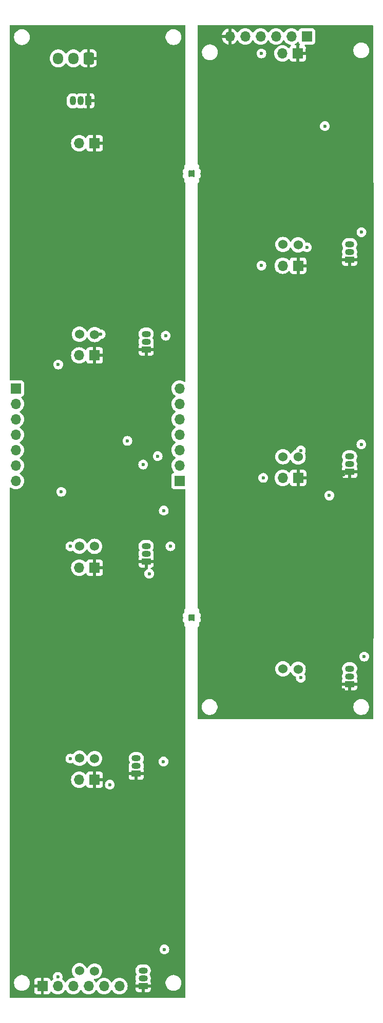
<source format=gbr>
%TF.GenerationSoftware,KiCad,Pcbnew,8.0.8*%
%TF.CreationDate,2025-03-24T10:51:22+01:00*%
%TF.ProjectId,column,636f6c75-6d6e-42e6-9b69-6361645f7063,rev?*%
%TF.SameCoordinates,Original*%
%TF.FileFunction,Copper,L3,Inr*%
%TF.FilePolarity,Positive*%
%FSLAX46Y46*%
G04 Gerber Fmt 4.6, Leading zero omitted, Abs format (unit mm)*
G04 Created by KiCad (PCBNEW 8.0.8) date 2025-03-24 10:51:22*
%MOMM*%
%LPD*%
G01*
G04 APERTURE LIST*
G04 Aperture macros list*
%AMRoundRect*
0 Rectangle with rounded corners*
0 $1 Rounding radius*
0 $2 $3 $4 $5 $6 $7 $8 $9 X,Y pos of 4 corners*
0 Add a 4 corners polygon primitive as box body*
4,1,4,$2,$3,$4,$5,$6,$7,$8,$9,$2,$3,0*
0 Add four circle primitives for the rounded corners*
1,1,$1+$1,$2,$3*
1,1,$1+$1,$4,$5*
1,1,$1+$1,$6,$7*
1,1,$1+$1,$8,$9*
0 Add four rect primitives between the rounded corners*
20,1,$1+$1,$2,$3,$4,$5,0*
20,1,$1+$1,$4,$5,$6,$7,0*
20,1,$1+$1,$6,$7,$8,$9,0*
20,1,$1+$1,$8,$9,$2,$3,0*%
G04 Aperture macros list end*
%TA.AperFunction,ComponentPad*%
%ADD10R,1.700000X1.700000*%
%TD*%
%TA.AperFunction,ComponentPad*%
%ADD11O,1.700000X1.700000*%
%TD*%
%TA.AperFunction,ComponentPad*%
%ADD12R,1.500000X1.050000*%
%TD*%
%TA.AperFunction,ComponentPad*%
%ADD13O,1.500000X1.050000*%
%TD*%
%TA.AperFunction,ComponentPad*%
%ADD14C,1.524000*%
%TD*%
%TA.AperFunction,ComponentPad*%
%ADD15R,1.050000X1.500000*%
%TD*%
%TA.AperFunction,ComponentPad*%
%ADD16O,1.050000X1.500000*%
%TD*%
%TA.AperFunction,ComponentPad*%
%ADD17RoundRect,0.250000X0.600000X0.725000X-0.600000X0.725000X-0.600000X-0.725000X0.600000X-0.725000X0*%
%TD*%
%TA.AperFunction,ComponentPad*%
%ADD18O,1.700000X1.950000*%
%TD*%
%TA.AperFunction,ViaPad*%
%ADD19C,0.600000*%
%TD*%
%TA.AperFunction,Conductor*%
%ADD20C,0.200000*%
%TD*%
G04 APERTURE END LIST*
D10*
%TO.N,GND*%
%TO.C,D6*%
X70550000Y-55200000D03*
D11*
%TO.N,Net-(D6-A)*%
X68010000Y-55200000D03*
%TD*%
D12*
%TO.N,GND*%
%TO.C,Q6*%
X79050000Y-89200000D03*
D13*
%TO.N,Net-(Q6-B)*%
X79050000Y-87930000D03*
%TO.N,/Column_7_Rows/d6_0*%
X79050000Y-86660000D03*
%TD*%
D12*
%TO.N,GND*%
%TO.C,Q5*%
X79050000Y-54200000D03*
D13*
%TO.N,Net-(Q5-B)*%
X79050000Y-52930000D03*
%TO.N,/Column_7_Rows/d5_0*%
X79050000Y-51660000D03*
%TD*%
D12*
%TO.N,GND*%
%TO.C,Q1*%
X45500000Y-69000000D03*
D13*
%TO.N,Net-(Q1-B)*%
X45500000Y-67730000D03*
%TO.N,/Column_7_Rows/d1*%
X45500000Y-66460000D03*
%TD*%
D12*
%TO.N,GND*%
%TO.C,Q7*%
X79050000Y-124200000D03*
D13*
%TO.N,Net-(Q7-B)*%
X79050000Y-122930000D03*
%TO.N,/Column_7_Rows/d7_0*%
X79050000Y-121660000D03*
%TD*%
D10*
%TO.N,GND*%
%TO.C,D7*%
X70550000Y-90200000D03*
D11*
%TO.N,Net-(D7-A)*%
X68010000Y-90200000D03*
%TD*%
D14*
%TO.N,Net-(Q5-B)*%
%TO.C,R20*%
X68050000Y-51700000D03*
%TO.N,+3.3V*%
X70550000Y-51750000D03*
%TD*%
%TO.N,Net-(Q4-B)*%
%TO.C,R12*%
X34500000Y-171500000D03*
%TO.N,+3.3V*%
X37000000Y-171550000D03*
%TD*%
D12*
%TO.N,GND*%
%TO.C,Q4*%
X45000000Y-174000000D03*
D13*
%TO.N,Net-(Q4-B)*%
X45000000Y-172730000D03*
%TO.N,/Column_7_Rows/d4*%
X45000000Y-171460000D03*
%TD*%
D14*
%TO.N,Net-(Q6-B)*%
%TO.C,R21*%
X68050000Y-86700000D03*
%TO.N,+3.3V*%
X70550000Y-86750000D03*
%TD*%
%TO.N,Net-(Q1-B)*%
%TO.C,R2*%
X34500000Y-66500000D03*
%TO.N,+3.3V*%
X37000000Y-66550000D03*
%TD*%
D10*
%TO.N,GND*%
%TO.C,D4*%
X37000000Y-140000000D03*
D11*
%TO.N,Net-(D4-A)*%
X34460000Y-140000000D03*
%TD*%
D15*
%TO.N,GND*%
%TO.C,Q8*%
X35960000Y-28000000D03*
D16*
%TO.N,/Column_7_Rows/Column_voltage*%
X34690000Y-28000000D03*
%TO.N,/Column_7_Rows/column_voltage*%
X33420000Y-28000000D03*
%TD*%
D12*
%TO.N,GND*%
%TO.C,Q3*%
X43860000Y-139000000D03*
D13*
%TO.N,Net-(Q3-B)*%
X43860000Y-137730000D03*
%TO.N,/Column_7_Rows/d3*%
X43860000Y-136460000D03*
%TD*%
D10*
%TO.N,GND*%
%TO.C,D2*%
X37000000Y-70000000D03*
D11*
%TO.N,Net-(D2-A)*%
X34460000Y-70000000D03*
%TD*%
D10*
%TO.N,GND*%
%TO.C,D1*%
X37000000Y-35000000D03*
D11*
%TO.N,Net-(D1-A)*%
X34460000Y-35000000D03*
%TD*%
D14*
%TO.N,Net-(Q7-B)*%
%TO.C,R22*%
X68050000Y-121700000D03*
%TO.N,+3.3V*%
X70550000Y-121750000D03*
%TD*%
D10*
%TO.N,GND*%
%TO.C,D5*%
X70507664Y-20175000D03*
D11*
%TO.N,Net-(D5-A)*%
X67967664Y-20175000D03*
%TD*%
D14*
%TO.N,Net-(Q3-B)*%
%TO.C,R11*%
X37000000Y-136500000D03*
%TO.N,+3.3V*%
X34500000Y-136450000D03*
%TD*%
D12*
%TO.N,GND*%
%TO.C,Q2*%
X45500000Y-104000000D03*
D13*
%TO.N,Net-(Q2-B)*%
X45500000Y-102730000D03*
%TO.N,/Column_7_Rows/d2*%
X45500000Y-101460000D03*
%TD*%
D14*
%TO.N,Net-(Q2-B)*%
%TO.C,R6*%
X37000000Y-101500000D03*
%TO.N,+3.3V*%
X34500000Y-101450000D03*
%TD*%
D10*
%TO.N,GND*%
%TO.C,D3*%
X37000000Y-105000000D03*
D11*
%TO.N,Net-(D3-A)*%
X34460000Y-105000000D03*
%TD*%
D10*
%TO.N,/Column_7_Rows/d1*%
%TO.C,J13*%
X24000000Y-75460000D03*
D11*
%TO.N,/Column_7_Rows/d2*%
X24000000Y-78000000D03*
%TO.N,/Column_7_Rows/d3*%
X24000000Y-80540000D03*
%TO.N,/Column_7_Rows/d4*%
X24000000Y-83080000D03*
%TO.N,/Column_7_Rows/d5_1*%
X24000000Y-85620000D03*
%TO.N,/Column_7_Rows/d6_1*%
X24000000Y-88160000D03*
%TO.N,/Column_7_Rows/d7_1*%
X24000000Y-90700000D03*
%TD*%
D10*
%TO.N,/Column_7_Rows/d7_1*%
%TO.C,J3*%
X51000000Y-90700000D03*
D11*
%TO.N,/Column_7_Rows/d6_1*%
X51000000Y-88160000D03*
%TO.N,/Column_7_Rows/d5_1*%
X51000000Y-85620000D03*
%TO.N,/Column_7_Rows/d4*%
X51000000Y-83080000D03*
%TO.N,/Column_7_Rows/d3*%
X51000000Y-80540000D03*
%TO.N,/Column_7_Rows/d2*%
X51000000Y-78000000D03*
%TO.N,/Column_7_Rows/d1*%
X51000000Y-75460000D03*
%TD*%
D10*
%TO.N,/Column_7_Rows/d7_0*%
%TO.C,J18*%
X72000000Y-17375000D03*
D11*
%TO.N,/Column_7_Rows/d6_0*%
X69460000Y-17375000D03*
%TO.N,/Column_7_Rows/d5_0*%
X66920000Y-17375000D03*
%TO.N,/Column_7_Rows/column_voltage2*%
X64380000Y-17375000D03*
%TO.N,+3.3V*%
X61840000Y-17375000D03*
%TO.N,GND*%
X59300000Y-17375000D03*
%TD*%
D10*
%TO.N,GND*%
%TO.C,J17*%
X28380000Y-174025000D03*
D11*
%TO.N,+3.3V*%
X30920000Y-174025000D03*
%TO.N,/Column_7_Rows/column_voltage*%
X33460000Y-174025000D03*
%TO.N,/Column_7_Rows/d5_1*%
X36000000Y-174025000D03*
%TO.N,/Column_7_Rows/d6_1*%
X38540000Y-174025000D03*
%TO.N,/Column_7_Rows/d7_1*%
X41080000Y-174025000D03*
%TD*%
D17*
%TO.N,GND*%
%TO.C,J2*%
X36000000Y-21000000D03*
D18*
%TO.N,/Column_7_Rows/Column_voltage*%
X33500000Y-21000000D03*
%TO.N,+3.3V*%
X31000000Y-21000000D03*
%TD*%
D19*
%TO.N,GND*%
X40000000Y-136500000D03*
X80507664Y-54175000D03*
X44000000Y-104000000D03*
X74982664Y-121700000D03*
X38500000Y-70000000D03*
X37000000Y-33500000D03*
X41000000Y-101000000D03*
X32480000Y-66500000D03*
X74010000Y-51200000D03*
X37500000Y-21000000D03*
X78007664Y-89675000D03*
X74030000Y-86700000D03*
X72007664Y-19675000D03*
X71982664Y-90200000D03*
X78007664Y-125175000D03*
X38500000Y-105000000D03*
X45500000Y-139000000D03*
X46500000Y-174000000D03*
X40500000Y-171500000D03*
%TO.N,/Column_7_Rows/d3*%
X46000000Y-106000000D03*
%TO.N,/Column_7_Rows/d4*%
X39500000Y-140800000D03*
X42400000Y-84100000D03*
%TO.N,/Column_7_Rows/d2*%
X45000000Y-88000000D03*
%TO.N,+3.3V*%
X30920000Y-172500000D03*
X49500000Y-101480000D03*
X48500000Y-167980000D03*
X72007664Y-52175000D03*
X48360000Y-136980000D03*
X81465328Y-119675000D03*
X48725000Y-66750000D03*
X81005328Y-49675000D03*
X71007664Y-85675000D03*
X33000000Y-101500000D03*
X71007664Y-123175000D03*
X33000000Y-136500000D03*
X38000000Y-66500000D03*
X80985328Y-84675000D03*
%TO.N,/Column_7_Rows/column_voltage*%
X31000000Y-71500000D03*
X31500000Y-92500000D03*
%TO.N,/Column_7_Rows/d7_1*%
X48400000Y-95600000D03*
%TO.N,/Column_7_Rows/d6_1*%
X47400000Y-86620000D03*
%TO.N,/Column_7_Rows/column_voltage2*%
X64500000Y-20200000D03*
X64507664Y-55175000D03*
X64800000Y-90200000D03*
%TO.N,/Column_7_Rows/d5_0*%
X74965328Y-32175000D03*
%TO.N,/Column_7_Rows/d7_0*%
X75700000Y-93100000D03*
%TD*%
D20*
%TO.N,GND*%
X28380000Y-174025000D02*
X28380000Y-172520000D01*
X28380000Y-172520000D02*
X28400000Y-172500000D01*
%TD*%
%TA.AperFunction,Conductor*%
%TO.N,GND*%
G36*
X52656557Y-39442491D02*
G01*
X52815371Y-39487678D01*
X52999999Y-39504786D01*
X53000000Y-39504786D01*
X53000001Y-39504786D01*
X53061543Y-39499083D01*
X53184629Y-39487678D01*
X53343440Y-39442492D01*
X53413304Y-39443078D01*
X53471763Y-39481345D01*
X53500000Y-39544573D01*
X53500000Y-39580309D01*
X53499500Y-39584108D01*
X53499500Y-39715891D01*
X53500000Y-39717757D01*
X53500000Y-40282241D01*
X53499500Y-40284108D01*
X53499500Y-40415890D01*
X53500000Y-40419688D01*
X53500000Y-40424059D01*
X53489544Y-40491094D01*
X53443163Y-40543348D01*
X53375893Y-40562232D01*
X53343438Y-40557507D01*
X53184630Y-40512322D01*
X53184628Y-40512321D01*
X53000001Y-40495214D01*
X52999999Y-40495214D01*
X52815371Y-40512321D01*
X52815368Y-40512322D01*
X52656561Y-40557507D01*
X52586694Y-40556920D01*
X52528235Y-40518654D01*
X52500000Y-40455427D01*
X52500000Y-40419688D01*
X52500500Y-40415891D01*
X52500500Y-40284110D01*
X52500500Y-40284108D01*
X52500000Y-40282241D01*
X52500000Y-39717757D01*
X52500500Y-39715892D01*
X52500500Y-39584108D01*
X52500498Y-39584102D01*
X52500000Y-39580317D01*
X52500000Y-39575946D01*
X52510452Y-39508912D01*
X52556830Y-39456655D01*
X52624098Y-39437767D01*
X52656557Y-39442491D01*
G37*
%TD.AperFunction*%
%TD*%
%TA.AperFunction,Conductor*%
%TO.N,GND*%
G36*
X70584340Y-18263068D02*
G01*
X70640274Y-18304939D01*
X70657189Y-18335917D01*
X70706202Y-18467328D01*
X70706206Y-18467335D01*
X70792452Y-18582544D01*
X70792453Y-18582544D01*
X70792454Y-18582546D01*
X70818086Y-18601734D01*
X70859956Y-18657668D01*
X70864940Y-18727360D01*
X70831454Y-18788682D01*
X70770131Y-18822167D01*
X70759336Y-18823327D01*
X70757664Y-18825000D01*
X70757664Y-19741988D01*
X70700657Y-19709075D01*
X70573490Y-19675000D01*
X70441838Y-19675000D01*
X70314671Y-19709075D01*
X70257664Y-19741988D01*
X70257664Y-18825000D01*
X70105349Y-18825000D01*
X70038310Y-18805315D01*
X69992555Y-18752511D01*
X69982611Y-18683353D01*
X70011636Y-18619797D01*
X70052944Y-18588618D01*
X70065963Y-18582547D01*
X70137830Y-18549035D01*
X70331401Y-18413495D01*
X70453329Y-18291566D01*
X70514648Y-18258084D01*
X70584340Y-18263068D01*
G37*
%TD.AperFunction*%
%TA.AperFunction,Conductor*%
G36*
X82900712Y-15520185D02*
G01*
X82946467Y-15572989D01*
X82957672Y-15624398D01*
X82999500Y-66999972D01*
X82999500Y-67934108D01*
X82999500Y-70934108D01*
X82999500Y-71934108D01*
X82999500Y-99684108D01*
X82999500Y-100434108D01*
X82999500Y-103434108D01*
X82999500Y-104249644D01*
X82959098Y-129300500D01*
X82958170Y-129875700D01*
X82938377Y-129942708D01*
X82885499Y-129988377D01*
X82834170Y-129999500D01*
X54083930Y-129999500D01*
X54016891Y-129979815D01*
X53971136Y-129927011D01*
X53959930Y-129875150D01*
X53965511Y-127897648D01*
X54657164Y-127897648D01*
X54657164Y-128102351D01*
X54689186Y-128304534D01*
X54752445Y-128499223D01*
X54845379Y-128681613D01*
X54965692Y-128847213D01*
X55110450Y-128991971D01*
X55265413Y-129104556D01*
X55276054Y-129112287D01*
X55392271Y-129171503D01*
X55458440Y-129205218D01*
X55458442Y-129205218D01*
X55458445Y-129205220D01*
X55562801Y-129239127D01*
X55653129Y-129268477D01*
X55754221Y-129284488D01*
X55855312Y-129300500D01*
X55855313Y-129300500D01*
X56060015Y-129300500D01*
X56060016Y-129300500D01*
X56262198Y-129268477D01*
X56456883Y-129205220D01*
X56639274Y-129112287D01*
X56732254Y-129044732D01*
X56804877Y-128991971D01*
X56804879Y-128991968D01*
X56804883Y-128991966D01*
X56949630Y-128847219D01*
X56949632Y-128847215D01*
X56949635Y-128847213D01*
X57002396Y-128774590D01*
X57069951Y-128681610D01*
X57162884Y-128499219D01*
X57226141Y-128304534D01*
X57258164Y-128102352D01*
X57258164Y-127897648D01*
X79657164Y-127897648D01*
X79657164Y-128102351D01*
X79689186Y-128304534D01*
X79752445Y-128499223D01*
X79845379Y-128681613D01*
X79965692Y-128847213D01*
X80110450Y-128991971D01*
X80265413Y-129104556D01*
X80276054Y-129112287D01*
X80392271Y-129171503D01*
X80458440Y-129205218D01*
X80458442Y-129205218D01*
X80458445Y-129205220D01*
X80562801Y-129239127D01*
X80653129Y-129268477D01*
X80754221Y-129284488D01*
X80855312Y-129300500D01*
X80855313Y-129300500D01*
X81060015Y-129300500D01*
X81060016Y-129300500D01*
X81262198Y-129268477D01*
X81456883Y-129205220D01*
X81639274Y-129112287D01*
X81732254Y-129044732D01*
X81804877Y-128991971D01*
X81804879Y-128991968D01*
X81804883Y-128991966D01*
X81949630Y-128847219D01*
X81949632Y-128847215D01*
X81949635Y-128847213D01*
X82002396Y-128774590D01*
X82069951Y-128681610D01*
X82162884Y-128499219D01*
X82226141Y-128304534D01*
X82258164Y-128102352D01*
X82258164Y-127897648D01*
X82226141Y-127695466D01*
X82162884Y-127500781D01*
X82162882Y-127500778D01*
X82162882Y-127500776D01*
X82129167Y-127434607D01*
X82069951Y-127318390D01*
X82062220Y-127307749D01*
X81949635Y-127152786D01*
X81804877Y-127008028D01*
X81639277Y-126887715D01*
X81639276Y-126887714D01*
X81639274Y-126887713D01*
X81582317Y-126858691D01*
X81456887Y-126794781D01*
X81262198Y-126731522D01*
X81087659Y-126703878D01*
X81060016Y-126699500D01*
X80855312Y-126699500D01*
X80830993Y-126703351D01*
X80653129Y-126731522D01*
X80458440Y-126794781D01*
X80276050Y-126887715D01*
X80110450Y-127008028D01*
X79965692Y-127152786D01*
X79845379Y-127318386D01*
X79752445Y-127500776D01*
X79689186Y-127695465D01*
X79657164Y-127897648D01*
X57258164Y-127897648D01*
X57226141Y-127695466D01*
X57162884Y-127500781D01*
X57162882Y-127500778D01*
X57162882Y-127500776D01*
X57129167Y-127434607D01*
X57069951Y-127318390D01*
X57062220Y-127307749D01*
X56949635Y-127152786D01*
X56804877Y-127008028D01*
X56639277Y-126887715D01*
X56639276Y-126887714D01*
X56639274Y-126887713D01*
X56582317Y-126858691D01*
X56456887Y-126794781D01*
X56262198Y-126731522D01*
X56087659Y-126703878D01*
X56060016Y-126699500D01*
X55855312Y-126699500D01*
X55830993Y-126703351D01*
X55653129Y-126731522D01*
X55458440Y-126794781D01*
X55276050Y-126887715D01*
X55110450Y-127008028D01*
X54965692Y-127152786D01*
X54845379Y-127318386D01*
X54752445Y-127500776D01*
X54689186Y-127695465D01*
X54657164Y-127897648D01*
X53965511Y-127897648D01*
X53973782Y-124967086D01*
X53983003Y-121699997D01*
X66782677Y-121699997D01*
X66782677Y-121700002D01*
X66801929Y-121920062D01*
X66801930Y-121920070D01*
X66859104Y-122133445D01*
X66859105Y-122133447D01*
X66859106Y-122133450D01*
X66924039Y-122272700D01*
X66952466Y-122333662D01*
X66952468Y-122333666D01*
X67079170Y-122514615D01*
X67079175Y-122514621D01*
X67235378Y-122670824D01*
X67235384Y-122670829D01*
X67416333Y-122797531D01*
X67416335Y-122797532D01*
X67416338Y-122797534D01*
X67616550Y-122890894D01*
X67829932Y-122948070D01*
X67987123Y-122961822D01*
X68049998Y-122967323D01*
X68050000Y-122967323D01*
X68050002Y-122967323D01*
X68105017Y-122962509D01*
X68270068Y-122948070D01*
X68483450Y-122890894D01*
X68683662Y-122797534D01*
X68864620Y-122670826D01*
X69020826Y-122514620D01*
X69147534Y-122333662D01*
X69175962Y-122272697D01*
X69222131Y-122220262D01*
X69289325Y-122201109D01*
X69356206Y-122221324D01*
X69400723Y-122272699D01*
X69412155Y-122297214D01*
X69452466Y-122383662D01*
X69452468Y-122383666D01*
X69579170Y-122564615D01*
X69579175Y-122564621D01*
X69735378Y-122720824D01*
X69735384Y-122720829D01*
X69916333Y-122847531D01*
X69916335Y-122847532D01*
X69916338Y-122847534D01*
X70116550Y-122940894D01*
X70116559Y-122940896D01*
X70116563Y-122940898D01*
X70122122Y-122942388D01*
X70181782Y-122978753D01*
X70212310Y-123041601D01*
X70213247Y-123076044D01*
X70202099Y-123174994D01*
X70202099Y-123175003D01*
X70222294Y-123354249D01*
X70222295Y-123354254D01*
X70281875Y-123524523D01*
X70346374Y-123627172D01*
X70377848Y-123677262D01*
X70505402Y-123804816D01*
X70658142Y-123900789D01*
X70701873Y-123916091D01*
X70828409Y-123960368D01*
X70828414Y-123960369D01*
X71007660Y-123980565D01*
X71007664Y-123980565D01*
X71007668Y-123980565D01*
X71186913Y-123960369D01*
X71186916Y-123960368D01*
X71186919Y-123960368D01*
X71357186Y-123900789D01*
X71509926Y-123804816D01*
X71637480Y-123677262D01*
X71733453Y-123524522D01*
X71793032Y-123354255D01*
X71793033Y-123354249D01*
X71813229Y-123175003D01*
X71813229Y-123174996D01*
X71793033Y-122995750D01*
X71793032Y-122995745D01*
X71776349Y-122948069D01*
X71733453Y-122825478D01*
X71637480Y-122672738D01*
X71597914Y-122633172D01*
X71564429Y-122571849D01*
X71569413Y-122502157D01*
X71584021Y-122474367D01*
X71647530Y-122383668D01*
X71647530Y-122383666D01*
X71647534Y-122383662D01*
X71740894Y-122183450D01*
X71798070Y-121970068D01*
X71816360Y-121761004D01*
X71817323Y-121750002D01*
X71817323Y-121749997D01*
X71810103Y-121667474D01*
X71800612Y-121558992D01*
X77799500Y-121558992D01*
X77799500Y-121761007D01*
X77838907Y-121959119D01*
X77838909Y-121959127D01*
X77916213Y-122145755D01*
X77969904Y-122226109D01*
X77990782Y-122292787D01*
X77972297Y-122360167D01*
X77969904Y-122363891D01*
X77916213Y-122444244D01*
X77838909Y-122630872D01*
X77838907Y-122630880D01*
X77799500Y-122828992D01*
X77799500Y-123031007D01*
X77838907Y-123229119D01*
X77838910Y-123229131D01*
X77872547Y-123310338D01*
X77880016Y-123379807D01*
X77860405Y-123424864D01*
X77860895Y-123425132D01*
X77857910Y-123430596D01*
X77857260Y-123432092D01*
X77856646Y-123432911D01*
X77856645Y-123432913D01*
X77806403Y-123567620D01*
X77806401Y-123567627D01*
X77800000Y-123627155D01*
X77800000Y-123950000D01*
X78684134Y-123950000D01*
X78708326Y-123952383D01*
X78711123Y-123952939D01*
X78723995Y-123955499D01*
X78723996Y-123955500D01*
X78723997Y-123955500D01*
X78764170Y-123955500D01*
X78749925Y-123969745D01*
X78700556Y-124055255D01*
X78675000Y-124150630D01*
X78675000Y-124249370D01*
X78700556Y-124344745D01*
X78749925Y-124430255D01*
X78769670Y-124450000D01*
X77800000Y-124450000D01*
X77800000Y-124772844D01*
X77806401Y-124832372D01*
X77806403Y-124832379D01*
X77856645Y-124967086D01*
X77856649Y-124967093D01*
X77942809Y-125082187D01*
X77942812Y-125082190D01*
X78057906Y-125168350D01*
X78057913Y-125168354D01*
X78192620Y-125218596D01*
X78192627Y-125218598D01*
X78252155Y-125224999D01*
X78252172Y-125225000D01*
X78800000Y-125225000D01*
X78800000Y-124480330D01*
X78819745Y-124500075D01*
X78905255Y-124549444D01*
X79000630Y-124575000D01*
X79099370Y-124575000D01*
X79194745Y-124549444D01*
X79280255Y-124500075D01*
X79300000Y-124480330D01*
X79300000Y-125225000D01*
X79847828Y-125225000D01*
X79847844Y-125224999D01*
X79907372Y-125218598D01*
X79907379Y-125218596D01*
X80042086Y-125168354D01*
X80042093Y-125168350D01*
X80157187Y-125082190D01*
X80157190Y-125082187D01*
X80243350Y-124967093D01*
X80243354Y-124967086D01*
X80293596Y-124832379D01*
X80293598Y-124832372D01*
X80299999Y-124772844D01*
X80300000Y-124772827D01*
X80300000Y-124450000D01*
X79330330Y-124450000D01*
X79350075Y-124430255D01*
X79399444Y-124344745D01*
X79425000Y-124249370D01*
X79425000Y-124150630D01*
X79399444Y-124055255D01*
X79350075Y-123969745D01*
X79335830Y-123955500D01*
X79376004Y-123955500D01*
X79376004Y-123955499D01*
X79389473Y-123952820D01*
X79391674Y-123952383D01*
X79415866Y-123950000D01*
X80300000Y-123950000D01*
X80300000Y-123627172D01*
X80299999Y-123627155D01*
X80293598Y-123567627D01*
X80293596Y-123567620D01*
X80243354Y-123432913D01*
X80243353Y-123432911D01*
X80242745Y-123432099D01*
X80242390Y-123431148D01*
X80239103Y-123425128D01*
X80239968Y-123424655D01*
X80218329Y-123366634D01*
X80227452Y-123310338D01*
X80261091Y-123229127D01*
X80300500Y-123031003D01*
X80300500Y-122828997D01*
X80261091Y-122630873D01*
X80201298Y-122486523D01*
X80183787Y-122444246D01*
X80143310Y-122383668D01*
X80130094Y-122363889D01*
X80109217Y-122297214D01*
X80127701Y-122229834D01*
X80130078Y-122226134D01*
X80183786Y-122145756D01*
X80261091Y-121959127D01*
X80300500Y-121761003D01*
X80300500Y-121558997D01*
X80261091Y-121360873D01*
X80183786Y-121174244D01*
X80183784Y-121174241D01*
X80183782Y-121174237D01*
X80071558Y-121006281D01*
X79928718Y-120863441D01*
X79760762Y-120751217D01*
X79760752Y-120751212D01*
X79574127Y-120673909D01*
X79574119Y-120673907D01*
X79376007Y-120634500D01*
X79376003Y-120634500D01*
X78723997Y-120634500D01*
X78723992Y-120634500D01*
X78525880Y-120673907D01*
X78525872Y-120673909D01*
X78339247Y-120751212D01*
X78339237Y-120751217D01*
X78171281Y-120863441D01*
X78028441Y-121006281D01*
X77916217Y-121174237D01*
X77916212Y-121174247D01*
X77838909Y-121360872D01*
X77838907Y-121360880D01*
X77799500Y-121558992D01*
X71800612Y-121558992D01*
X71798070Y-121529932D01*
X71740894Y-121316550D01*
X71647534Y-121116339D01*
X71520826Y-120935380D01*
X71364620Y-120779174D01*
X71364616Y-120779171D01*
X71364615Y-120779170D01*
X71183666Y-120652468D01*
X71183662Y-120652466D01*
X71183660Y-120652465D01*
X70983450Y-120559106D01*
X70983447Y-120559105D01*
X70983445Y-120559104D01*
X70770070Y-120501930D01*
X70770062Y-120501929D01*
X70550002Y-120482677D01*
X70549998Y-120482677D01*
X70329937Y-120501929D01*
X70329929Y-120501930D01*
X70116554Y-120559104D01*
X70116548Y-120559107D01*
X69916340Y-120652465D01*
X69916338Y-120652466D01*
X69735377Y-120779175D01*
X69579175Y-120935377D01*
X69452466Y-121116338D01*
X69452462Y-121116345D01*
X69424038Y-121177300D01*
X69377865Y-121229739D01*
X69310671Y-121248890D01*
X69243791Y-121228673D01*
X69199276Y-121177300D01*
X69147534Y-121066339D01*
X69020826Y-120885380D01*
X68864620Y-120729174D01*
X68864616Y-120729171D01*
X68864615Y-120729170D01*
X68683666Y-120602468D01*
X68683662Y-120602466D01*
X68683660Y-120602465D01*
X68483450Y-120509106D01*
X68483447Y-120509105D01*
X68483445Y-120509104D01*
X68270070Y-120451930D01*
X68270062Y-120451929D01*
X68050002Y-120432677D01*
X68049998Y-120432677D01*
X67829937Y-120451929D01*
X67829929Y-120451930D01*
X67616554Y-120509104D01*
X67616548Y-120509107D01*
X67416340Y-120602465D01*
X67416338Y-120602466D01*
X67235377Y-120729175D01*
X67079175Y-120885377D01*
X66952466Y-121066338D01*
X66952465Y-121066340D01*
X66859107Y-121266548D01*
X66859104Y-121266554D01*
X66801930Y-121479929D01*
X66801929Y-121479937D01*
X66782677Y-121699997D01*
X53983003Y-121699997D01*
X53988718Y-119674996D01*
X80659763Y-119674996D01*
X80659763Y-119675003D01*
X80679958Y-119854249D01*
X80679959Y-119854254D01*
X80739539Y-120024523D01*
X80835512Y-120177262D01*
X80963066Y-120304816D01*
X81115806Y-120400789D01*
X81206937Y-120432677D01*
X81286073Y-120460368D01*
X81286078Y-120460369D01*
X81465324Y-120480565D01*
X81465328Y-120480565D01*
X81465332Y-120480565D01*
X81644577Y-120460369D01*
X81644580Y-120460368D01*
X81644583Y-120460368D01*
X81814850Y-120400789D01*
X81967590Y-120304816D01*
X82095144Y-120177262D01*
X82191117Y-120024522D01*
X82250696Y-119854255D01*
X82270893Y-119675000D01*
X82250696Y-119495745D01*
X82191117Y-119325478D01*
X82095144Y-119172738D01*
X81967590Y-119045184D01*
X81814851Y-118949211D01*
X81644582Y-118889631D01*
X81644577Y-118889630D01*
X81465332Y-118869435D01*
X81465324Y-118869435D01*
X81286078Y-118889630D01*
X81286073Y-118889631D01*
X81115804Y-118949211D01*
X80963065Y-119045184D01*
X80835512Y-119172737D01*
X80739539Y-119325476D01*
X80679959Y-119495745D01*
X80679958Y-119495750D01*
X80659763Y-119674996D01*
X53988718Y-119674996D01*
X54000289Y-115575271D01*
X54000500Y-115572139D01*
X54000500Y-115500715D01*
X54000504Y-115499304D01*
X54000684Y-115435521D01*
X54000682Y-115435515D01*
X54000700Y-115429280D01*
X54000500Y-115426147D01*
X54000500Y-114904893D01*
X54020185Y-114837854D01*
X54052261Y-114807272D01*
X54050863Y-114805450D01*
X54057307Y-114800503D01*
X54057314Y-114800500D01*
X54150500Y-114707314D01*
X54216392Y-114593186D01*
X54250500Y-114465892D01*
X54250500Y-114334108D01*
X54216392Y-114206814D01*
X54216390Y-114206810D01*
X54211786Y-114198835D01*
X54195313Y-114130934D01*
X54218166Y-114064908D01*
X54257169Y-114029450D01*
X54307314Y-114000500D01*
X54400500Y-113907314D01*
X54466392Y-113793186D01*
X54500500Y-113665892D01*
X54500500Y-113534108D01*
X54466392Y-113406814D01*
X54411650Y-113311999D01*
X54395178Y-113244100D01*
X54411650Y-113188000D01*
X54466392Y-113093186D01*
X54500500Y-112965892D01*
X54500500Y-112834108D01*
X54466392Y-112706814D01*
X54400500Y-112592686D01*
X54307314Y-112499500D01*
X54257173Y-112470551D01*
X54208957Y-112419984D01*
X54195734Y-112351377D01*
X54211786Y-112301163D01*
X54216392Y-112293186D01*
X54250500Y-112165892D01*
X54250500Y-112034108D01*
X54216392Y-111906814D01*
X54150500Y-111792686D01*
X54057314Y-111699500D01*
X54057311Y-111699498D01*
X54050865Y-111694552D01*
X54052675Y-111692192D01*
X54014280Y-111651920D01*
X54000500Y-111595107D01*
X54000500Y-93099996D01*
X74894435Y-93099996D01*
X74894435Y-93100003D01*
X74914630Y-93279249D01*
X74914631Y-93279254D01*
X74974211Y-93449523D01*
X75070184Y-93602262D01*
X75197738Y-93729816D01*
X75350478Y-93825789D01*
X75520745Y-93885368D01*
X75520750Y-93885369D01*
X75699996Y-93905565D01*
X75700000Y-93905565D01*
X75700004Y-93905565D01*
X75879249Y-93885369D01*
X75879252Y-93885368D01*
X75879255Y-93885368D01*
X76049522Y-93825789D01*
X76202262Y-93729816D01*
X76329816Y-93602262D01*
X76425789Y-93449522D01*
X76485368Y-93279255D01*
X76505565Y-93100000D01*
X76485368Y-92920745D01*
X76425789Y-92750478D01*
X76329816Y-92597738D01*
X76202262Y-92470184D01*
X76049523Y-92374211D01*
X75879254Y-92314631D01*
X75879249Y-92314630D01*
X75700004Y-92294435D01*
X75699996Y-92294435D01*
X75520750Y-92314630D01*
X75520745Y-92314631D01*
X75350476Y-92374211D01*
X75197737Y-92470184D01*
X75070184Y-92597737D01*
X74974211Y-92750476D01*
X74914631Y-92920745D01*
X74914630Y-92920750D01*
X74894435Y-93099996D01*
X54000500Y-93099996D01*
X54000500Y-90199996D01*
X63994435Y-90199996D01*
X63994435Y-90200003D01*
X64014630Y-90379249D01*
X64014631Y-90379254D01*
X64074211Y-90549523D01*
X64145931Y-90663664D01*
X64170184Y-90702262D01*
X64297738Y-90829816D01*
X64450478Y-90925789D01*
X64620745Y-90985368D01*
X64620750Y-90985369D01*
X64799996Y-91005565D01*
X64800000Y-91005565D01*
X64800004Y-91005565D01*
X64979249Y-90985369D01*
X64979252Y-90985368D01*
X64979255Y-90985368D01*
X65149522Y-90925789D01*
X65302262Y-90829816D01*
X65429816Y-90702262D01*
X65525789Y-90549522D01*
X65585368Y-90379255D01*
X65585369Y-90379249D01*
X65605565Y-90200003D01*
X65605565Y-90199999D01*
X66654341Y-90199999D01*
X66654341Y-90200000D01*
X66674936Y-90435403D01*
X66674938Y-90435413D01*
X66736094Y-90663655D01*
X66736096Y-90663659D01*
X66736097Y-90663663D01*
X66754096Y-90702262D01*
X66835965Y-90877830D01*
X66835967Y-90877834D01*
X66925406Y-91005565D01*
X66971505Y-91071401D01*
X67138599Y-91238495D01*
X67215135Y-91292086D01*
X67332165Y-91374032D01*
X67332167Y-91374033D01*
X67332170Y-91374035D01*
X67546337Y-91473903D01*
X67774592Y-91535063D01*
X67945319Y-91550000D01*
X68009999Y-91555659D01*
X68010000Y-91555659D01*
X68010001Y-91555659D01*
X68074681Y-91550000D01*
X68245408Y-91535063D01*
X68473663Y-91473903D01*
X68687830Y-91374035D01*
X68881401Y-91238495D01*
X69003717Y-91116178D01*
X69065036Y-91082696D01*
X69134728Y-91087680D01*
X69190662Y-91129551D01*
X69207577Y-91160528D01*
X69256646Y-91292088D01*
X69256649Y-91292093D01*
X69342809Y-91407187D01*
X69342812Y-91407190D01*
X69457906Y-91493350D01*
X69457913Y-91493354D01*
X69592620Y-91543596D01*
X69592627Y-91543598D01*
X69652155Y-91549999D01*
X69652172Y-91550000D01*
X70300000Y-91550000D01*
X70300000Y-90633012D01*
X70357007Y-90665925D01*
X70484174Y-90700000D01*
X70615826Y-90700000D01*
X70742993Y-90665925D01*
X70800000Y-90633012D01*
X70800000Y-91550000D01*
X71447828Y-91550000D01*
X71447844Y-91549999D01*
X71507372Y-91543598D01*
X71507379Y-91543596D01*
X71642086Y-91493354D01*
X71642093Y-91493350D01*
X71757187Y-91407190D01*
X71757190Y-91407187D01*
X71843350Y-91292093D01*
X71843354Y-91292086D01*
X71893596Y-91157379D01*
X71893598Y-91157372D01*
X71899999Y-91097844D01*
X71900000Y-91097827D01*
X71900000Y-90450000D01*
X70983012Y-90450000D01*
X71015925Y-90392993D01*
X71050000Y-90265826D01*
X71050000Y-90134174D01*
X71015925Y-90007007D01*
X70983012Y-89950000D01*
X71900000Y-89950000D01*
X71900000Y-89302172D01*
X71899999Y-89302155D01*
X71893598Y-89242627D01*
X71893596Y-89242620D01*
X71843354Y-89107913D01*
X71843350Y-89107906D01*
X71757190Y-88992812D01*
X71757187Y-88992809D01*
X71642093Y-88906649D01*
X71642086Y-88906645D01*
X71507379Y-88856403D01*
X71507372Y-88856401D01*
X71447844Y-88850000D01*
X70800000Y-88850000D01*
X70800000Y-89766988D01*
X70742993Y-89734075D01*
X70615826Y-89700000D01*
X70484174Y-89700000D01*
X70357007Y-89734075D01*
X70300000Y-89766988D01*
X70300000Y-88850000D01*
X69652155Y-88850000D01*
X69592627Y-88856401D01*
X69592620Y-88856403D01*
X69457913Y-88906645D01*
X69457906Y-88906649D01*
X69342812Y-88992809D01*
X69342809Y-88992812D01*
X69256649Y-89107906D01*
X69256645Y-89107913D01*
X69207578Y-89239470D01*
X69165707Y-89295404D01*
X69100242Y-89319821D01*
X69031969Y-89304969D01*
X69003715Y-89283819D01*
X68959366Y-89239470D01*
X68881401Y-89161505D01*
X68881397Y-89161502D01*
X68881396Y-89161501D01*
X68687834Y-89025967D01*
X68687830Y-89025965D01*
X68567266Y-88969745D01*
X68473663Y-88926097D01*
X68473659Y-88926096D01*
X68473655Y-88926094D01*
X68245413Y-88864938D01*
X68245403Y-88864936D01*
X68010001Y-88844341D01*
X68009999Y-88844341D01*
X67774596Y-88864936D01*
X67774586Y-88864938D01*
X67546344Y-88926094D01*
X67546335Y-88926098D01*
X67332171Y-89025964D01*
X67332169Y-89025965D01*
X67138597Y-89161505D01*
X66971505Y-89328597D01*
X66835965Y-89522169D01*
X66835964Y-89522171D01*
X66736098Y-89736335D01*
X66736094Y-89736344D01*
X66674938Y-89964586D01*
X66674936Y-89964596D01*
X66654341Y-90199999D01*
X65605565Y-90199999D01*
X65605565Y-90199996D01*
X65585369Y-90020750D01*
X65585368Y-90020745D01*
X65560613Y-89950000D01*
X65525789Y-89850478D01*
X65429816Y-89697738D01*
X65302262Y-89570184D01*
X65225847Y-89522169D01*
X65149523Y-89474211D01*
X64979254Y-89414631D01*
X64979249Y-89414630D01*
X64800004Y-89394435D01*
X64799996Y-89394435D01*
X64620750Y-89414630D01*
X64620745Y-89414631D01*
X64450476Y-89474211D01*
X64297737Y-89570184D01*
X64170184Y-89697737D01*
X64074211Y-89850476D01*
X64014631Y-90020745D01*
X64014630Y-90020750D01*
X63994435Y-90199996D01*
X54000500Y-90199996D01*
X54000500Y-86699997D01*
X66782677Y-86699997D01*
X66782677Y-86700002D01*
X66801929Y-86920062D01*
X66801930Y-86920070D01*
X66859104Y-87133445D01*
X66859105Y-87133447D01*
X66859106Y-87133450D01*
X66924039Y-87272700D01*
X66952466Y-87333662D01*
X66952468Y-87333666D01*
X67079170Y-87514615D01*
X67079175Y-87514621D01*
X67235378Y-87670824D01*
X67235384Y-87670829D01*
X67416333Y-87797531D01*
X67416335Y-87797532D01*
X67416338Y-87797534D01*
X67616550Y-87890894D01*
X67829932Y-87948070D01*
X67987123Y-87961822D01*
X68049998Y-87967323D01*
X68050000Y-87967323D01*
X68050002Y-87967323D01*
X68105017Y-87962509D01*
X68270068Y-87948070D01*
X68483450Y-87890894D01*
X68683662Y-87797534D01*
X68864620Y-87670826D01*
X69020826Y-87514620D01*
X69147534Y-87333662D01*
X69175962Y-87272697D01*
X69222131Y-87220262D01*
X69289325Y-87201109D01*
X69356206Y-87221324D01*
X69400723Y-87272699D01*
X69412155Y-87297214D01*
X69452466Y-87383662D01*
X69452468Y-87383666D01*
X69579170Y-87564615D01*
X69579175Y-87564621D01*
X69735378Y-87720824D01*
X69735384Y-87720829D01*
X69916333Y-87847531D01*
X69916335Y-87847532D01*
X69916338Y-87847534D01*
X70116550Y-87940894D01*
X70329932Y-87998070D01*
X70487123Y-88011822D01*
X70549998Y-88017323D01*
X70550000Y-88017323D01*
X70550002Y-88017323D01*
X70605017Y-88012509D01*
X70770068Y-87998070D01*
X70983450Y-87940894D01*
X71183662Y-87847534D01*
X71364620Y-87720826D01*
X71520826Y-87564620D01*
X71647534Y-87383662D01*
X71740894Y-87183450D01*
X71798070Y-86970068D01*
X71816360Y-86761004D01*
X71817323Y-86750002D01*
X71817323Y-86749997D01*
X71810103Y-86667474D01*
X71800612Y-86558992D01*
X77799500Y-86558992D01*
X77799500Y-86761007D01*
X77838907Y-86959119D01*
X77838909Y-86959127D01*
X77916213Y-87145755D01*
X77969904Y-87226109D01*
X77990782Y-87292787D01*
X77972297Y-87360167D01*
X77969904Y-87363891D01*
X77916213Y-87444244D01*
X77838909Y-87630872D01*
X77838907Y-87630880D01*
X77799500Y-87828992D01*
X77799500Y-88031007D01*
X77838907Y-88229119D01*
X77838910Y-88229131D01*
X77872547Y-88310338D01*
X77880016Y-88379807D01*
X77860405Y-88424864D01*
X77860895Y-88425132D01*
X77857910Y-88430596D01*
X77857260Y-88432092D01*
X77856646Y-88432911D01*
X77856645Y-88432913D01*
X77806403Y-88567620D01*
X77806401Y-88567627D01*
X77800000Y-88627155D01*
X77800000Y-88950000D01*
X78684134Y-88950000D01*
X78708326Y-88952383D01*
X78711123Y-88952939D01*
X78723995Y-88955499D01*
X78723996Y-88955500D01*
X78723997Y-88955500D01*
X78764170Y-88955500D01*
X78749925Y-88969745D01*
X78700556Y-89055255D01*
X78675000Y-89150630D01*
X78675000Y-89249370D01*
X78700556Y-89344745D01*
X78749925Y-89430255D01*
X78769670Y-89450000D01*
X77800000Y-89450000D01*
X77800000Y-89772844D01*
X77806401Y-89832372D01*
X77806403Y-89832379D01*
X77856645Y-89967086D01*
X77856649Y-89967093D01*
X77942809Y-90082187D01*
X77942812Y-90082190D01*
X78057906Y-90168350D01*
X78057913Y-90168354D01*
X78192620Y-90218596D01*
X78192627Y-90218598D01*
X78252155Y-90224999D01*
X78252172Y-90225000D01*
X78800000Y-90225000D01*
X78800000Y-89480330D01*
X78819745Y-89500075D01*
X78905255Y-89549444D01*
X79000630Y-89575000D01*
X79099370Y-89575000D01*
X79194745Y-89549444D01*
X79280255Y-89500075D01*
X79300000Y-89480330D01*
X79300000Y-90225000D01*
X79847828Y-90225000D01*
X79847844Y-90224999D01*
X79907372Y-90218598D01*
X79907379Y-90218596D01*
X80042086Y-90168354D01*
X80042093Y-90168350D01*
X80157187Y-90082190D01*
X80157190Y-90082187D01*
X80243350Y-89967093D01*
X80243354Y-89967086D01*
X80293596Y-89832379D01*
X80293598Y-89832372D01*
X80299999Y-89772844D01*
X80300000Y-89772827D01*
X80300000Y-89450000D01*
X79330330Y-89450000D01*
X79350075Y-89430255D01*
X79399444Y-89344745D01*
X79425000Y-89249370D01*
X79425000Y-89150630D01*
X79399444Y-89055255D01*
X79350075Y-88969745D01*
X79335830Y-88955500D01*
X79376004Y-88955500D01*
X79376004Y-88955499D01*
X79389473Y-88952820D01*
X79391674Y-88952383D01*
X79415866Y-88950000D01*
X80300000Y-88950000D01*
X80300000Y-88627172D01*
X80299999Y-88627155D01*
X80293598Y-88567627D01*
X80293596Y-88567620D01*
X80243354Y-88432913D01*
X80243353Y-88432911D01*
X80242745Y-88432099D01*
X80242390Y-88431148D01*
X80239103Y-88425128D01*
X80239968Y-88424655D01*
X80218329Y-88366634D01*
X80227452Y-88310338D01*
X80261091Y-88229127D01*
X80300500Y-88031003D01*
X80300500Y-87828997D01*
X80261091Y-87630873D01*
X80183786Y-87444244D01*
X80130094Y-87363889D01*
X80109217Y-87297214D01*
X80127701Y-87229834D01*
X80130078Y-87226134D01*
X80183786Y-87145756D01*
X80261091Y-86959127D01*
X80300500Y-86761003D01*
X80300500Y-86558997D01*
X80261091Y-86360873D01*
X80183786Y-86174244D01*
X80183784Y-86174241D01*
X80183782Y-86174237D01*
X80071558Y-86006281D01*
X79928718Y-85863441D01*
X79760762Y-85751217D01*
X79760752Y-85751212D01*
X79574127Y-85673909D01*
X79574119Y-85673907D01*
X79376007Y-85634500D01*
X79376003Y-85634500D01*
X78723997Y-85634500D01*
X78723992Y-85634500D01*
X78525880Y-85673907D01*
X78525872Y-85673909D01*
X78339247Y-85751212D01*
X78339237Y-85751217D01*
X78171281Y-85863441D01*
X78028441Y-86006281D01*
X77916217Y-86174237D01*
X77916212Y-86174247D01*
X77838909Y-86360872D01*
X77838907Y-86360880D01*
X77799500Y-86558992D01*
X71800612Y-86558992D01*
X71798070Y-86529932D01*
X71740894Y-86316550D01*
X71709344Y-86248890D01*
X71688096Y-86203323D01*
X71677604Y-86134246D01*
X71695483Y-86084949D01*
X71733453Y-86024522D01*
X71793032Y-85854255D01*
X71793033Y-85854249D01*
X71813229Y-85675003D01*
X71813229Y-85674996D01*
X71793033Y-85495750D01*
X71793032Y-85495745D01*
X71777700Y-85451929D01*
X71733453Y-85325478D01*
X71637480Y-85172738D01*
X71509926Y-85045184D01*
X71477043Y-85024522D01*
X71357187Y-84949211D01*
X71186918Y-84889631D01*
X71186913Y-84889630D01*
X71007668Y-84869435D01*
X71007660Y-84869435D01*
X70828414Y-84889630D01*
X70828409Y-84889631D01*
X70658140Y-84949211D01*
X70505401Y-85045184D01*
X70377848Y-85172737D01*
X70281874Y-85325478D01*
X70230417Y-85472536D01*
X70189695Y-85529313D01*
X70145471Y-85551356D01*
X70116551Y-85559105D01*
X70116550Y-85559105D01*
X69916340Y-85652465D01*
X69916338Y-85652466D01*
X69735377Y-85779175D01*
X69579175Y-85935377D01*
X69452466Y-86116338D01*
X69452462Y-86116345D01*
X69424038Y-86177300D01*
X69377865Y-86229739D01*
X69310671Y-86248890D01*
X69243791Y-86228673D01*
X69199276Y-86177300D01*
X69147534Y-86066339D01*
X69020826Y-85885380D01*
X68864620Y-85729174D01*
X68864616Y-85729171D01*
X68864615Y-85729170D01*
X68683666Y-85602468D01*
X68683662Y-85602466D01*
X68683660Y-85602465D01*
X68483450Y-85509106D01*
X68483447Y-85509105D01*
X68483445Y-85509104D01*
X68270070Y-85451930D01*
X68270062Y-85451929D01*
X68050002Y-85432677D01*
X68049998Y-85432677D01*
X67829937Y-85451929D01*
X67829929Y-85451930D01*
X67616554Y-85509104D01*
X67616548Y-85509107D01*
X67416340Y-85602465D01*
X67416338Y-85602466D01*
X67235377Y-85729175D01*
X67079175Y-85885377D01*
X66952466Y-86066338D01*
X66952465Y-86066340D01*
X66859107Y-86266548D01*
X66859104Y-86266554D01*
X66801930Y-86479929D01*
X66801929Y-86479937D01*
X66782677Y-86699997D01*
X54000500Y-86699997D01*
X54000500Y-84674996D01*
X80179763Y-84674996D01*
X80179763Y-84675003D01*
X80199958Y-84854249D01*
X80199959Y-84854254D01*
X80259539Y-85024523D01*
X80352669Y-85172737D01*
X80355512Y-85177262D01*
X80483066Y-85304816D01*
X80635806Y-85400789D01*
X80726937Y-85432677D01*
X80806073Y-85460368D01*
X80806078Y-85460369D01*
X80985324Y-85480565D01*
X80985328Y-85480565D01*
X80985332Y-85480565D01*
X81164577Y-85460369D01*
X81164580Y-85460368D01*
X81164583Y-85460368D01*
X81334850Y-85400789D01*
X81487590Y-85304816D01*
X81615144Y-85177262D01*
X81711117Y-85024522D01*
X81770696Y-84854255D01*
X81790893Y-84675000D01*
X81770696Y-84495745D01*
X81711117Y-84325478D01*
X81615144Y-84172738D01*
X81487590Y-84045184D01*
X81334851Y-83949211D01*
X81164582Y-83889631D01*
X81164577Y-83889630D01*
X80985332Y-83869435D01*
X80985324Y-83869435D01*
X80806078Y-83889630D01*
X80806073Y-83889631D01*
X80635804Y-83949211D01*
X80483065Y-84045184D01*
X80355512Y-84172737D01*
X80259539Y-84325476D01*
X80199959Y-84495745D01*
X80199958Y-84495750D01*
X80179763Y-84674996D01*
X54000500Y-84674996D01*
X54000500Y-55174996D01*
X63702099Y-55174996D01*
X63702099Y-55175003D01*
X63722294Y-55354249D01*
X63722295Y-55354254D01*
X63781875Y-55524523D01*
X63829363Y-55600099D01*
X63877848Y-55677262D01*
X64005402Y-55804816D01*
X64158142Y-55900789D01*
X64328409Y-55960368D01*
X64328414Y-55960369D01*
X64507660Y-55980565D01*
X64507664Y-55980565D01*
X64507668Y-55980565D01*
X64686913Y-55960369D01*
X64686916Y-55960368D01*
X64686919Y-55960368D01*
X64857186Y-55900789D01*
X65009926Y-55804816D01*
X65137480Y-55677262D01*
X65233453Y-55524522D01*
X65293032Y-55354255D01*
X65293033Y-55354249D01*
X65310413Y-55199999D01*
X66654341Y-55199999D01*
X66654341Y-55200000D01*
X66674936Y-55435403D01*
X66674938Y-55435413D01*
X66736094Y-55663655D01*
X66736096Y-55663659D01*
X66736097Y-55663663D01*
X66801918Y-55804816D01*
X66835965Y-55877830D01*
X66835967Y-55877834D01*
X66893759Y-55960369D01*
X66971505Y-56071401D01*
X67138599Y-56238495D01*
X67215135Y-56292086D01*
X67332165Y-56374032D01*
X67332167Y-56374033D01*
X67332170Y-56374035D01*
X67546337Y-56473903D01*
X67774592Y-56535063D01*
X67945319Y-56550000D01*
X68009999Y-56555659D01*
X68010000Y-56555659D01*
X68010001Y-56555659D01*
X68074681Y-56550000D01*
X68245408Y-56535063D01*
X68473663Y-56473903D01*
X68687830Y-56374035D01*
X68881401Y-56238495D01*
X69003717Y-56116178D01*
X69065036Y-56082696D01*
X69134728Y-56087680D01*
X69190662Y-56129551D01*
X69207577Y-56160528D01*
X69256646Y-56292088D01*
X69256649Y-56292093D01*
X69342809Y-56407187D01*
X69342812Y-56407190D01*
X69457906Y-56493350D01*
X69457913Y-56493354D01*
X69592620Y-56543596D01*
X69592627Y-56543598D01*
X69652155Y-56549999D01*
X69652172Y-56550000D01*
X70300000Y-56550000D01*
X70300000Y-55633012D01*
X70357007Y-55665925D01*
X70484174Y-55700000D01*
X70615826Y-55700000D01*
X70742993Y-55665925D01*
X70800000Y-55633012D01*
X70800000Y-56550000D01*
X71447828Y-56550000D01*
X71447844Y-56549999D01*
X71507372Y-56543598D01*
X71507379Y-56543596D01*
X71642086Y-56493354D01*
X71642093Y-56493350D01*
X71757187Y-56407190D01*
X71757190Y-56407187D01*
X71843350Y-56292093D01*
X71843354Y-56292086D01*
X71893596Y-56157379D01*
X71893598Y-56157372D01*
X71899999Y-56097844D01*
X71900000Y-56097827D01*
X71900000Y-55450000D01*
X70983012Y-55450000D01*
X71015925Y-55392993D01*
X71050000Y-55265826D01*
X71050000Y-55134174D01*
X71015925Y-55007007D01*
X70983012Y-54950000D01*
X71900000Y-54950000D01*
X71900000Y-54302172D01*
X71899999Y-54302155D01*
X71893598Y-54242627D01*
X71893596Y-54242620D01*
X71843354Y-54107913D01*
X71843350Y-54107906D01*
X71757190Y-53992812D01*
X71757187Y-53992809D01*
X71642093Y-53906649D01*
X71642086Y-53906645D01*
X71507379Y-53856403D01*
X71507372Y-53856401D01*
X71447844Y-53850000D01*
X70800000Y-53850000D01*
X70800000Y-54766988D01*
X70742993Y-54734075D01*
X70615826Y-54700000D01*
X70484174Y-54700000D01*
X70357007Y-54734075D01*
X70300000Y-54766988D01*
X70300000Y-53850000D01*
X69652155Y-53850000D01*
X69592627Y-53856401D01*
X69592620Y-53856403D01*
X69457913Y-53906645D01*
X69457906Y-53906649D01*
X69342812Y-53992809D01*
X69342809Y-53992812D01*
X69256649Y-54107906D01*
X69256645Y-54107913D01*
X69207578Y-54239470D01*
X69165707Y-54295404D01*
X69100242Y-54319821D01*
X69031969Y-54304969D01*
X69003715Y-54283819D01*
X68959366Y-54239470D01*
X68881401Y-54161505D01*
X68881397Y-54161502D01*
X68881396Y-54161501D01*
X68687834Y-54025967D01*
X68687830Y-54025965D01*
X68567266Y-53969745D01*
X68473663Y-53926097D01*
X68473659Y-53926096D01*
X68473655Y-53926094D01*
X68245413Y-53864938D01*
X68245403Y-53864936D01*
X68010001Y-53844341D01*
X68009999Y-53844341D01*
X67774596Y-53864936D01*
X67774586Y-53864938D01*
X67546344Y-53926094D01*
X67546335Y-53926098D01*
X67332171Y-54025964D01*
X67332169Y-54025965D01*
X67138597Y-54161505D01*
X66971505Y-54328597D01*
X66835965Y-54522169D01*
X66835964Y-54522171D01*
X66736098Y-54736335D01*
X66736094Y-54736344D01*
X66674938Y-54964586D01*
X66674936Y-54964596D01*
X66654341Y-55199999D01*
X65310413Y-55199999D01*
X65313229Y-55175003D01*
X65313229Y-55174996D01*
X65293033Y-54995750D01*
X65293032Y-54995745D01*
X65277025Y-54950000D01*
X65233453Y-54825478D01*
X65137480Y-54672738D01*
X65009926Y-54545184D01*
X64938136Y-54500075D01*
X64857187Y-54449211D01*
X64686918Y-54389631D01*
X64686913Y-54389630D01*
X64507668Y-54369435D01*
X64507660Y-54369435D01*
X64328414Y-54389630D01*
X64328409Y-54389631D01*
X64158140Y-54449211D01*
X64005401Y-54545184D01*
X63877848Y-54672737D01*
X63781875Y-54825476D01*
X63722295Y-54995745D01*
X63722294Y-54995750D01*
X63702099Y-55174996D01*
X54000500Y-55174996D01*
X54000500Y-51699997D01*
X66782677Y-51699997D01*
X66782677Y-51700002D01*
X66801929Y-51920062D01*
X66801930Y-51920070D01*
X66859104Y-52133445D01*
X66859105Y-52133447D01*
X66859106Y-52133450D01*
X66924039Y-52272700D01*
X66952466Y-52333662D01*
X66952468Y-52333666D01*
X67079170Y-52514615D01*
X67079175Y-52514621D01*
X67235378Y-52670824D01*
X67235384Y-52670829D01*
X67416333Y-52797531D01*
X67416335Y-52797532D01*
X67416338Y-52797534D01*
X67616550Y-52890894D01*
X67829932Y-52948070D01*
X67970514Y-52960369D01*
X68049998Y-52967323D01*
X68050000Y-52967323D01*
X68050002Y-52967323D01*
X68129486Y-52960369D01*
X68270068Y-52948070D01*
X68483450Y-52890894D01*
X68683662Y-52797534D01*
X68864620Y-52670826D01*
X69020826Y-52514620D01*
X69147534Y-52333662D01*
X69175962Y-52272697D01*
X69222131Y-52220262D01*
X69289325Y-52201109D01*
X69356206Y-52221324D01*
X69400723Y-52272699D01*
X69412155Y-52297214D01*
X69452466Y-52383662D01*
X69452468Y-52383666D01*
X69579170Y-52564615D01*
X69579175Y-52564621D01*
X69735378Y-52720824D01*
X69735384Y-52720829D01*
X69916333Y-52847531D01*
X69916335Y-52847532D01*
X69916338Y-52847534D01*
X70116550Y-52940894D01*
X70329932Y-52998070D01*
X70487123Y-53011822D01*
X70549998Y-53017323D01*
X70550000Y-53017323D01*
X70550002Y-53017323D01*
X70605017Y-53012509D01*
X70770068Y-52998070D01*
X70983450Y-52940894D01*
X71183662Y-52847534D01*
X71312793Y-52757115D01*
X71378997Y-52734789D01*
X71446765Y-52751799D01*
X71471596Y-52771010D01*
X71505402Y-52804816D01*
X71573386Y-52847533D01*
X71642395Y-52890895D01*
X71658142Y-52900789D01*
X71828409Y-52960368D01*
X71828414Y-52960369D01*
X72007660Y-52980565D01*
X72007664Y-52980565D01*
X72007668Y-52980565D01*
X72186913Y-52960369D01*
X72186916Y-52960368D01*
X72186919Y-52960368D01*
X72357186Y-52900789D01*
X72509926Y-52804816D01*
X72637480Y-52677262D01*
X72733453Y-52524522D01*
X72793032Y-52354255D01*
X72795352Y-52333666D01*
X72813229Y-52175003D01*
X72813229Y-52174996D01*
X72793033Y-51995750D01*
X72793032Y-51995745D01*
X72733452Y-51825476D01*
X72637479Y-51672737D01*
X72523734Y-51558992D01*
X77799500Y-51558992D01*
X77799500Y-51761007D01*
X77838907Y-51959119D01*
X77838909Y-51959127D01*
X77916213Y-52145755D01*
X77969904Y-52226109D01*
X77990782Y-52292787D01*
X77972297Y-52360167D01*
X77969904Y-52363891D01*
X77916213Y-52444244D01*
X77838909Y-52630872D01*
X77838907Y-52630880D01*
X77799500Y-52828992D01*
X77799500Y-53031007D01*
X77838907Y-53229119D01*
X77838910Y-53229131D01*
X77872547Y-53310338D01*
X77880016Y-53379807D01*
X77860405Y-53424864D01*
X77860895Y-53425132D01*
X77857910Y-53430596D01*
X77857260Y-53432092D01*
X77856646Y-53432911D01*
X77856645Y-53432913D01*
X77806403Y-53567620D01*
X77806401Y-53567627D01*
X77800000Y-53627155D01*
X77800000Y-53950000D01*
X78684134Y-53950000D01*
X78708326Y-53952383D01*
X78711123Y-53952939D01*
X78723995Y-53955499D01*
X78723996Y-53955500D01*
X78723997Y-53955500D01*
X78764170Y-53955500D01*
X78749925Y-53969745D01*
X78700556Y-54055255D01*
X78675000Y-54150630D01*
X78675000Y-54249370D01*
X78700556Y-54344745D01*
X78749925Y-54430255D01*
X78769670Y-54450000D01*
X77800000Y-54450000D01*
X77800000Y-54772844D01*
X77806401Y-54832372D01*
X77806403Y-54832379D01*
X77856645Y-54967086D01*
X77856649Y-54967093D01*
X77942809Y-55082187D01*
X77942812Y-55082190D01*
X78057906Y-55168350D01*
X78057913Y-55168354D01*
X78192620Y-55218596D01*
X78192627Y-55218598D01*
X78252155Y-55224999D01*
X78252172Y-55225000D01*
X78800000Y-55225000D01*
X78800000Y-54480330D01*
X78819745Y-54500075D01*
X78905255Y-54549444D01*
X79000630Y-54575000D01*
X79099370Y-54575000D01*
X79194745Y-54549444D01*
X79280255Y-54500075D01*
X79300000Y-54480330D01*
X79300000Y-55225000D01*
X79847828Y-55225000D01*
X79847844Y-55224999D01*
X79907372Y-55218598D01*
X79907379Y-55218596D01*
X80042086Y-55168354D01*
X80042093Y-55168350D01*
X80157187Y-55082190D01*
X80157190Y-55082187D01*
X80243350Y-54967093D01*
X80243354Y-54967086D01*
X80293596Y-54832379D01*
X80293598Y-54832372D01*
X80299999Y-54772844D01*
X80300000Y-54772827D01*
X80300000Y-54450000D01*
X79330330Y-54450000D01*
X79350075Y-54430255D01*
X79399444Y-54344745D01*
X79425000Y-54249370D01*
X79425000Y-54150630D01*
X79399444Y-54055255D01*
X79350075Y-53969745D01*
X79335830Y-53955500D01*
X79376004Y-53955500D01*
X79376004Y-53955499D01*
X79389473Y-53952820D01*
X79391674Y-53952383D01*
X79415866Y-53950000D01*
X80300000Y-53950000D01*
X80300000Y-53627172D01*
X80299999Y-53627155D01*
X80293598Y-53567627D01*
X80293596Y-53567620D01*
X80243354Y-53432913D01*
X80243353Y-53432911D01*
X80242745Y-53432099D01*
X80242390Y-53431148D01*
X80239103Y-53425128D01*
X80239968Y-53424655D01*
X80218329Y-53366634D01*
X80227452Y-53310338D01*
X80261091Y-53229127D01*
X80300500Y-53031003D01*
X80300500Y-52828997D01*
X80261091Y-52630873D01*
X80183786Y-52444244D01*
X80130094Y-52363889D01*
X80109217Y-52297214D01*
X80127701Y-52229834D01*
X80130078Y-52226134D01*
X80183786Y-52145756D01*
X80261091Y-51959127D01*
X80300500Y-51761003D01*
X80300500Y-51558997D01*
X80261091Y-51360873D01*
X80183786Y-51174244D01*
X80183784Y-51174241D01*
X80183782Y-51174237D01*
X80071558Y-51006281D01*
X79928718Y-50863441D01*
X79760762Y-50751217D01*
X79760752Y-50751212D01*
X79574127Y-50673909D01*
X79574119Y-50673907D01*
X79376007Y-50634500D01*
X79376003Y-50634500D01*
X78723997Y-50634500D01*
X78723992Y-50634500D01*
X78525880Y-50673907D01*
X78525872Y-50673909D01*
X78339247Y-50751212D01*
X78339237Y-50751217D01*
X78171281Y-50863441D01*
X78028441Y-51006281D01*
X77916217Y-51174237D01*
X77916212Y-51174247D01*
X77838909Y-51360872D01*
X77838907Y-51360880D01*
X77799500Y-51558992D01*
X72523734Y-51558992D01*
X72509926Y-51545184D01*
X72357187Y-51449211D01*
X72186918Y-51389631D01*
X72186913Y-51389630D01*
X72007668Y-51369435D01*
X72007660Y-51369435D01*
X71866228Y-51385370D01*
X71797406Y-51373315D01*
X71746027Y-51325966D01*
X71739968Y-51314565D01*
X71647534Y-51116339D01*
X71520826Y-50935380D01*
X71364620Y-50779174D01*
X71364616Y-50779171D01*
X71364615Y-50779170D01*
X71183666Y-50652468D01*
X71183662Y-50652466D01*
X71183660Y-50652465D01*
X70983450Y-50559106D01*
X70983447Y-50559105D01*
X70983445Y-50559104D01*
X70770070Y-50501930D01*
X70770062Y-50501929D01*
X70550002Y-50482677D01*
X70549998Y-50482677D01*
X70329937Y-50501929D01*
X70329929Y-50501930D01*
X70116554Y-50559104D01*
X70116548Y-50559107D01*
X69916340Y-50652465D01*
X69916338Y-50652466D01*
X69735377Y-50779175D01*
X69579175Y-50935377D01*
X69452466Y-51116338D01*
X69452462Y-51116345D01*
X69424038Y-51177300D01*
X69377865Y-51229739D01*
X69310671Y-51248890D01*
X69243791Y-51228673D01*
X69199276Y-51177300D01*
X69147534Y-51066339D01*
X69020826Y-50885380D01*
X68864620Y-50729174D01*
X68864616Y-50729171D01*
X68864615Y-50729170D01*
X68683666Y-50602468D01*
X68683662Y-50602466D01*
X68683660Y-50602465D01*
X68483450Y-50509106D01*
X68483447Y-50509105D01*
X68483445Y-50509104D01*
X68270070Y-50451930D01*
X68270062Y-50451929D01*
X68050002Y-50432677D01*
X68049998Y-50432677D01*
X67829937Y-50451929D01*
X67829929Y-50451930D01*
X67616554Y-50509104D01*
X67616548Y-50509107D01*
X67416340Y-50602465D01*
X67416338Y-50602466D01*
X67235377Y-50729175D01*
X67079175Y-50885377D01*
X66952466Y-51066338D01*
X66952465Y-51066340D01*
X66859107Y-51266548D01*
X66859104Y-51266554D01*
X66801930Y-51479929D01*
X66801929Y-51479937D01*
X66782677Y-51699997D01*
X54000500Y-51699997D01*
X54000500Y-49674996D01*
X80199763Y-49674996D01*
X80199763Y-49675003D01*
X80219958Y-49854249D01*
X80219959Y-49854254D01*
X80279539Y-50024523D01*
X80375512Y-50177262D01*
X80503066Y-50304816D01*
X80655806Y-50400789D01*
X80746937Y-50432677D01*
X80826073Y-50460368D01*
X80826078Y-50460369D01*
X81005324Y-50480565D01*
X81005328Y-50480565D01*
X81005332Y-50480565D01*
X81184577Y-50460369D01*
X81184580Y-50460368D01*
X81184583Y-50460368D01*
X81354850Y-50400789D01*
X81507590Y-50304816D01*
X81635144Y-50177262D01*
X81731117Y-50024522D01*
X81790696Y-49854255D01*
X81810893Y-49675000D01*
X81790696Y-49495745D01*
X81731117Y-49325478D01*
X81635144Y-49172738D01*
X81507590Y-49045184D01*
X81354851Y-48949211D01*
X81184582Y-48889631D01*
X81184577Y-48889630D01*
X81005332Y-48869435D01*
X81005324Y-48869435D01*
X80826078Y-48889630D01*
X80826073Y-48889631D01*
X80655804Y-48949211D01*
X80503065Y-49045184D01*
X80375512Y-49172737D01*
X80279539Y-49325476D01*
X80219959Y-49495745D01*
X80219958Y-49495750D01*
X80199763Y-49674996D01*
X54000500Y-49674996D01*
X54000500Y-41654893D01*
X54020185Y-41587854D01*
X54052261Y-41557272D01*
X54050863Y-41555450D01*
X54057307Y-41550503D01*
X54057314Y-41550500D01*
X54150500Y-41457314D01*
X54216392Y-41343186D01*
X54250500Y-41215892D01*
X54250500Y-41084108D01*
X54216392Y-40956814D01*
X54216390Y-40956810D01*
X54211786Y-40948835D01*
X54195313Y-40880934D01*
X54218166Y-40814908D01*
X54257169Y-40779450D01*
X54307314Y-40750500D01*
X54400500Y-40657314D01*
X54466392Y-40543186D01*
X54500500Y-40415892D01*
X54500500Y-40284108D01*
X54466392Y-40156814D01*
X54411650Y-40061999D01*
X54395178Y-39994100D01*
X54411650Y-39938000D01*
X54466392Y-39843186D01*
X54500500Y-39715892D01*
X54500500Y-39584108D01*
X54466392Y-39456814D01*
X54400500Y-39342686D01*
X54307314Y-39249500D01*
X54257173Y-39220551D01*
X54208957Y-39169984D01*
X54195734Y-39101377D01*
X54211786Y-39051163D01*
X54216392Y-39043186D01*
X54250500Y-38915892D01*
X54250500Y-38784108D01*
X54216392Y-38656814D01*
X54150500Y-38542686D01*
X54057314Y-38449500D01*
X54057311Y-38449498D01*
X54050865Y-38444552D01*
X54052675Y-38442192D01*
X54014280Y-38401920D01*
X54000500Y-38345107D01*
X54000500Y-37573915D01*
X54000635Y-37571819D01*
X54000622Y-37564953D01*
X54000623Y-37564950D01*
X54000500Y-37499580D01*
X54000500Y-37434108D01*
X54000500Y-37427216D01*
X54000358Y-37425120D01*
X53990480Y-32174996D01*
X74159763Y-32174996D01*
X74159763Y-32175003D01*
X74179958Y-32354249D01*
X74179959Y-32354254D01*
X74239539Y-32524523D01*
X74335512Y-32677262D01*
X74463066Y-32804816D01*
X74615806Y-32900789D01*
X74786073Y-32960368D01*
X74786078Y-32960369D01*
X74965324Y-32980565D01*
X74965328Y-32980565D01*
X74965332Y-32980565D01*
X75144577Y-32960369D01*
X75144580Y-32960368D01*
X75144583Y-32960368D01*
X75314850Y-32900789D01*
X75467590Y-32804816D01*
X75595144Y-32677262D01*
X75691117Y-32524522D01*
X75750696Y-32354255D01*
X75770893Y-32175000D01*
X75750696Y-31995745D01*
X75691117Y-31825478D01*
X75595144Y-31672738D01*
X75467590Y-31545184D01*
X75314851Y-31449211D01*
X75144582Y-31389631D01*
X75144577Y-31389630D01*
X74965332Y-31369435D01*
X74965324Y-31369435D01*
X74786078Y-31389630D01*
X74786073Y-31389631D01*
X74615804Y-31449211D01*
X74463065Y-31545184D01*
X74335512Y-31672737D01*
X74239539Y-31825476D01*
X74179959Y-31995745D01*
X74179958Y-31995750D01*
X74159763Y-32174996D01*
X53990480Y-32174996D01*
X53967380Y-19897648D01*
X54699500Y-19897648D01*
X54699500Y-20102351D01*
X54731522Y-20304534D01*
X54794781Y-20499223D01*
X54858691Y-20624653D01*
X54880251Y-20666966D01*
X54887715Y-20681613D01*
X55008028Y-20847213D01*
X55152786Y-20991971D01*
X55289340Y-21091181D01*
X55318390Y-21112287D01*
X55434607Y-21171503D01*
X55500776Y-21205218D01*
X55500778Y-21205218D01*
X55500781Y-21205220D01*
X55605137Y-21239127D01*
X55695465Y-21268477D01*
X55796557Y-21284488D01*
X55897648Y-21300500D01*
X55897649Y-21300500D01*
X56102351Y-21300500D01*
X56102352Y-21300500D01*
X56304534Y-21268477D01*
X56499219Y-21205220D01*
X56681610Y-21112287D01*
X56774590Y-21044732D01*
X56847213Y-20991971D01*
X56847215Y-20991968D01*
X56847219Y-20991966D01*
X56991966Y-20847219D01*
X56991968Y-20847215D01*
X56991971Y-20847213D01*
X57044732Y-20774590D01*
X57112287Y-20681610D01*
X57205220Y-20499219D01*
X57268477Y-20304534D01*
X57285034Y-20199996D01*
X63694435Y-20199996D01*
X63694435Y-20200003D01*
X63714630Y-20379249D01*
X63714631Y-20379254D01*
X63774211Y-20549523D01*
X63831643Y-20640925D01*
X63870184Y-20702262D01*
X63997738Y-20829816D01*
X64150478Y-20925789D01*
X64292544Y-20975500D01*
X64320745Y-20985368D01*
X64320750Y-20985369D01*
X64499996Y-21005565D01*
X64500000Y-21005565D01*
X64500004Y-21005565D01*
X64679249Y-20985369D01*
X64679252Y-20985368D01*
X64679255Y-20985368D01*
X64849522Y-20925789D01*
X65002262Y-20829816D01*
X65129816Y-20702262D01*
X65225789Y-20549522D01*
X65285368Y-20379255D01*
X65287919Y-20356613D01*
X65305565Y-20200003D01*
X65305565Y-20199996D01*
X65285369Y-20020750D01*
X65285368Y-20020745D01*
X65242294Y-19897648D01*
X65225789Y-19850478D01*
X65129816Y-19697738D01*
X65002262Y-19570184D01*
X64849523Y-19474211D01*
X64679254Y-19414631D01*
X64679249Y-19414630D01*
X64500004Y-19394435D01*
X64499996Y-19394435D01*
X64320750Y-19414630D01*
X64320745Y-19414631D01*
X64150476Y-19474211D01*
X63997737Y-19570184D01*
X63870184Y-19697737D01*
X63774211Y-19850476D01*
X63714631Y-20020745D01*
X63714630Y-20020750D01*
X63694435Y-20199996D01*
X57285034Y-20199996D01*
X57300500Y-20102352D01*
X57300500Y-19897648D01*
X57281447Y-19777351D01*
X57268477Y-19695465D01*
X57205218Y-19500776D01*
X57138821Y-19370466D01*
X57112287Y-19318390D01*
X57082341Y-19277172D01*
X56991971Y-19152786D01*
X56847213Y-19008028D01*
X56681613Y-18887715D01*
X56681612Y-18887714D01*
X56681610Y-18887713D01*
X56624653Y-18858691D01*
X56499223Y-18794781D01*
X56304534Y-18731522D01*
X56129995Y-18703878D01*
X56102352Y-18699500D01*
X55897648Y-18699500D01*
X55873329Y-18703351D01*
X55695465Y-18731522D01*
X55500776Y-18794781D01*
X55318386Y-18887715D01*
X55152786Y-19008028D01*
X55008028Y-19152786D01*
X54887715Y-19318386D01*
X54794781Y-19500776D01*
X54731522Y-19695465D01*
X54699500Y-19897648D01*
X53967380Y-19897648D01*
X53965505Y-18901097D01*
X53962163Y-17124999D01*
X57969364Y-17124999D01*
X57969364Y-17125000D01*
X58866988Y-17125000D01*
X58834075Y-17182007D01*
X58800000Y-17309174D01*
X58800000Y-17440826D01*
X58834075Y-17567993D01*
X58866988Y-17625000D01*
X57969364Y-17625000D01*
X58026567Y-17838486D01*
X58026570Y-17838492D01*
X58126399Y-18052578D01*
X58261894Y-18246082D01*
X58428917Y-18413105D01*
X58622421Y-18548600D01*
X58836507Y-18648429D01*
X58836516Y-18648433D01*
X59050000Y-18705634D01*
X59050000Y-17808012D01*
X59107007Y-17840925D01*
X59234174Y-17875000D01*
X59365826Y-17875000D01*
X59492993Y-17840925D01*
X59550000Y-17808012D01*
X59550000Y-18705633D01*
X59763483Y-18648433D01*
X59763492Y-18648429D01*
X59977578Y-18548600D01*
X60171082Y-18413105D01*
X60338105Y-18246082D01*
X60468119Y-18060405D01*
X60522696Y-18016781D01*
X60592195Y-18009588D01*
X60654549Y-18041110D01*
X60671269Y-18060405D01*
X60801505Y-18246401D01*
X60968599Y-18413495D01*
X61048982Y-18469780D01*
X61162165Y-18549032D01*
X61162167Y-18549033D01*
X61162170Y-18549035D01*
X61376337Y-18648903D01*
X61604592Y-18710063D01*
X61781034Y-18725500D01*
X61839999Y-18730659D01*
X61840000Y-18730659D01*
X61840001Y-18730659D01*
X61898966Y-18725500D01*
X62075408Y-18710063D01*
X62303663Y-18648903D01*
X62517830Y-18549035D01*
X62711401Y-18413495D01*
X62878495Y-18246401D01*
X63008425Y-18060842D01*
X63063002Y-18017217D01*
X63132500Y-18010023D01*
X63194855Y-18041546D01*
X63211575Y-18060842D01*
X63341281Y-18246082D01*
X63341505Y-18246401D01*
X63508599Y-18413495D01*
X63588982Y-18469780D01*
X63702165Y-18549032D01*
X63702167Y-18549033D01*
X63702170Y-18549035D01*
X63916337Y-18648903D01*
X64144592Y-18710063D01*
X64321034Y-18725500D01*
X64379999Y-18730659D01*
X64380000Y-18730659D01*
X64380001Y-18730659D01*
X64438966Y-18725500D01*
X64615408Y-18710063D01*
X64843663Y-18648903D01*
X65057830Y-18549035D01*
X65251401Y-18413495D01*
X65418495Y-18246401D01*
X65548425Y-18060842D01*
X65603002Y-18017217D01*
X65672500Y-18010023D01*
X65734855Y-18041546D01*
X65751575Y-18060842D01*
X65881281Y-18246082D01*
X65881505Y-18246401D01*
X66048599Y-18413495D01*
X66128982Y-18469780D01*
X66242165Y-18549032D01*
X66242167Y-18549033D01*
X66242170Y-18549035D01*
X66456337Y-18648903D01*
X66684592Y-18710063D01*
X66861034Y-18725500D01*
X66919999Y-18730659D01*
X66920000Y-18730659D01*
X66920001Y-18730659D01*
X66978966Y-18725500D01*
X67155408Y-18710063D01*
X67383663Y-18648903D01*
X67597830Y-18549035D01*
X67791401Y-18413495D01*
X67958495Y-18246401D01*
X68088425Y-18060842D01*
X68143002Y-18017217D01*
X68212500Y-18010023D01*
X68274855Y-18041546D01*
X68291575Y-18060842D01*
X68421281Y-18246082D01*
X68421505Y-18246401D01*
X68588599Y-18413495D01*
X68668982Y-18469780D01*
X68782165Y-18549032D01*
X68782167Y-18549033D01*
X68782170Y-18549035D01*
X68996337Y-18648903D01*
X69224592Y-18710063D01*
X69277481Y-18714690D01*
X69342550Y-18740142D01*
X69383529Y-18796733D01*
X69387407Y-18866495D01*
X69352953Y-18927279D01*
X69340986Y-18937484D01*
X69300473Y-18967812D01*
X69214313Y-19082906D01*
X69214309Y-19082913D01*
X69165242Y-19214470D01*
X69123371Y-19270404D01*
X69057906Y-19294821D01*
X68989633Y-19279969D01*
X68961379Y-19258819D01*
X68917030Y-19214470D01*
X68839065Y-19136505D01*
X68839061Y-19136502D01*
X68839060Y-19136501D01*
X68645498Y-19000967D01*
X68645494Y-19000965D01*
X68574397Y-18967812D01*
X68431327Y-18901097D01*
X68431323Y-18901096D01*
X68431319Y-18901094D01*
X68203077Y-18839938D01*
X68203067Y-18839936D01*
X67967665Y-18819341D01*
X67967663Y-18819341D01*
X67732260Y-18839936D01*
X67732250Y-18839938D01*
X67504008Y-18901094D01*
X67503999Y-18901098D01*
X67289835Y-19000964D01*
X67289833Y-19000965D01*
X67096261Y-19136505D01*
X66929169Y-19303597D01*
X66793629Y-19497169D01*
X66793628Y-19497171D01*
X66693762Y-19711335D01*
X66693758Y-19711344D01*
X66632602Y-19939586D01*
X66632600Y-19939596D01*
X66612005Y-20174999D01*
X66612005Y-20175000D01*
X66632600Y-20410403D01*
X66632602Y-20410413D01*
X66693758Y-20638655D01*
X66693760Y-20638659D01*
X66693761Y-20638663D01*
X66713788Y-20681610D01*
X66793629Y-20852830D01*
X66793631Y-20852834D01*
X66886433Y-20985368D01*
X66929169Y-21046401D01*
X67096263Y-21213495D01*
X67172799Y-21267086D01*
X67289829Y-21349032D01*
X67289831Y-21349033D01*
X67289834Y-21349035D01*
X67504001Y-21448903D01*
X67732256Y-21510063D01*
X67902983Y-21525000D01*
X67967663Y-21530659D01*
X67967664Y-21530659D01*
X67967665Y-21530659D01*
X68032345Y-21525000D01*
X68203072Y-21510063D01*
X68431327Y-21448903D01*
X68645494Y-21349035D01*
X68839065Y-21213495D01*
X68961381Y-21091178D01*
X69022700Y-21057696D01*
X69092392Y-21062680D01*
X69148326Y-21104551D01*
X69165241Y-21135528D01*
X69214310Y-21267088D01*
X69214313Y-21267093D01*
X69300473Y-21382187D01*
X69300476Y-21382190D01*
X69415570Y-21468350D01*
X69415577Y-21468354D01*
X69550284Y-21518596D01*
X69550291Y-21518598D01*
X69609819Y-21524999D01*
X69609836Y-21525000D01*
X70257664Y-21525000D01*
X70257664Y-20608012D01*
X70314671Y-20640925D01*
X70441838Y-20675000D01*
X70573490Y-20675000D01*
X70700657Y-20640925D01*
X70757664Y-20608012D01*
X70757664Y-21525000D01*
X71405492Y-21525000D01*
X71405508Y-21524999D01*
X71465036Y-21518598D01*
X71465043Y-21518596D01*
X71599750Y-21468354D01*
X71599757Y-21468350D01*
X71714851Y-21382190D01*
X71714854Y-21382187D01*
X71801014Y-21267093D01*
X71801018Y-21267086D01*
X71851260Y-21132379D01*
X71851262Y-21132372D01*
X71857663Y-21072844D01*
X71857664Y-21072827D01*
X71857664Y-20425000D01*
X70940676Y-20425000D01*
X70973589Y-20367993D01*
X71007664Y-20240826D01*
X71007664Y-20109174D01*
X70973589Y-19982007D01*
X70940676Y-19925000D01*
X71857664Y-19925000D01*
X71857664Y-19572648D01*
X79664828Y-19572648D01*
X79664828Y-19777351D01*
X79696850Y-19979534D01*
X79760109Y-20174223D01*
X79853043Y-20356613D01*
X79973356Y-20522213D01*
X80118114Y-20666971D01*
X80273077Y-20779556D01*
X80283718Y-20787287D01*
X80367184Y-20829815D01*
X80466104Y-20880218D01*
X80466106Y-20880218D01*
X80466109Y-20880220D01*
X80570465Y-20914127D01*
X80660793Y-20943477D01*
X80761885Y-20959488D01*
X80862976Y-20975500D01*
X80862977Y-20975500D01*
X81067679Y-20975500D01*
X81067680Y-20975500D01*
X81269862Y-20943477D01*
X81464547Y-20880220D01*
X81646938Y-20787287D01*
X81763966Y-20702262D01*
X81812541Y-20666971D01*
X81812543Y-20666968D01*
X81812547Y-20666966D01*
X81957294Y-20522219D01*
X81957296Y-20522215D01*
X81957299Y-20522213D01*
X82038525Y-20410413D01*
X82077615Y-20356610D01*
X82170548Y-20174219D01*
X82233805Y-19979534D01*
X82265828Y-19777352D01*
X82265828Y-19572648D01*
X82240800Y-19414630D01*
X82233805Y-19370465D01*
X82197529Y-19258819D01*
X82170548Y-19175781D01*
X82170546Y-19175778D01*
X82170546Y-19175776D01*
X82123226Y-19082906D01*
X82077615Y-18993390D01*
X82059032Y-18967812D01*
X81957299Y-18827786D01*
X81812541Y-18683028D01*
X81646941Y-18562715D01*
X81646940Y-18562714D01*
X81646938Y-18562713D01*
X81589981Y-18533691D01*
X81464551Y-18469781D01*
X81269862Y-18406522D01*
X81095323Y-18378878D01*
X81067680Y-18374500D01*
X80862976Y-18374500D01*
X80838657Y-18378351D01*
X80660793Y-18406522D01*
X80466104Y-18469781D01*
X80283714Y-18562715D01*
X80118114Y-18683028D01*
X79973356Y-18827786D01*
X79853043Y-18993386D01*
X79760109Y-19175776D01*
X79696850Y-19370465D01*
X79664828Y-19572648D01*
X71857664Y-19572648D01*
X71857664Y-19277172D01*
X71857663Y-19277155D01*
X71851262Y-19217627D01*
X71851260Y-19217620D01*
X71801018Y-19082913D01*
X71801014Y-19082906D01*
X71714854Y-18967812D01*
X71689411Y-18948765D01*
X71647540Y-18892831D01*
X71642557Y-18823139D01*
X71676043Y-18761816D01*
X71737367Y-18728332D01*
X71763717Y-18725499D01*
X72897872Y-18725499D01*
X72957483Y-18719091D01*
X73092331Y-18668796D01*
X73207546Y-18582546D01*
X73293796Y-18467331D01*
X73344091Y-18332483D01*
X73350500Y-18272873D01*
X73350499Y-16477128D01*
X73344091Y-16417517D01*
X73342810Y-16414083D01*
X73293797Y-16282671D01*
X73293793Y-16282664D01*
X73207547Y-16167455D01*
X73207544Y-16167452D01*
X73092335Y-16081206D01*
X73092328Y-16081202D01*
X72957482Y-16030908D01*
X72957483Y-16030908D01*
X72897883Y-16024501D01*
X72897881Y-16024500D01*
X72897873Y-16024500D01*
X72897864Y-16024500D01*
X71102129Y-16024500D01*
X71102123Y-16024501D01*
X71042516Y-16030908D01*
X70907671Y-16081202D01*
X70907664Y-16081206D01*
X70792455Y-16167452D01*
X70792452Y-16167455D01*
X70706206Y-16282664D01*
X70706203Y-16282669D01*
X70657189Y-16414083D01*
X70615317Y-16470016D01*
X70549853Y-16494433D01*
X70481580Y-16479581D01*
X70453326Y-16458430D01*
X70331402Y-16336506D01*
X70331395Y-16336501D01*
X70137834Y-16200967D01*
X70137830Y-16200965D01*
X70137828Y-16200964D01*
X69923663Y-16101097D01*
X69923659Y-16101096D01*
X69923655Y-16101094D01*
X69695413Y-16039938D01*
X69695403Y-16039936D01*
X69460001Y-16019341D01*
X69459999Y-16019341D01*
X69224596Y-16039936D01*
X69224586Y-16039938D01*
X68996344Y-16101094D01*
X68996335Y-16101098D01*
X68782171Y-16200964D01*
X68782169Y-16200965D01*
X68588597Y-16336505D01*
X68421505Y-16503597D01*
X68291575Y-16689158D01*
X68236998Y-16732783D01*
X68167500Y-16739977D01*
X68105145Y-16708454D01*
X68088425Y-16689158D01*
X67958494Y-16503597D01*
X67791402Y-16336506D01*
X67791395Y-16336501D01*
X67597834Y-16200967D01*
X67597830Y-16200965D01*
X67597828Y-16200964D01*
X67383663Y-16101097D01*
X67383659Y-16101096D01*
X67383655Y-16101094D01*
X67155413Y-16039938D01*
X67155403Y-16039936D01*
X66920001Y-16019341D01*
X66919999Y-16019341D01*
X66684596Y-16039936D01*
X66684586Y-16039938D01*
X66456344Y-16101094D01*
X66456335Y-16101098D01*
X66242171Y-16200964D01*
X66242169Y-16200965D01*
X66048597Y-16336505D01*
X65881505Y-16503597D01*
X65751575Y-16689158D01*
X65696998Y-16732783D01*
X65627500Y-16739977D01*
X65565145Y-16708454D01*
X65548425Y-16689158D01*
X65418494Y-16503597D01*
X65251402Y-16336506D01*
X65251395Y-16336501D01*
X65057834Y-16200967D01*
X65057830Y-16200965D01*
X65057828Y-16200964D01*
X64843663Y-16101097D01*
X64843659Y-16101096D01*
X64843655Y-16101094D01*
X64615413Y-16039938D01*
X64615403Y-16039936D01*
X64380001Y-16019341D01*
X64379999Y-16019341D01*
X64144596Y-16039936D01*
X64144586Y-16039938D01*
X63916344Y-16101094D01*
X63916335Y-16101098D01*
X63702171Y-16200964D01*
X63702169Y-16200965D01*
X63508597Y-16336505D01*
X63341505Y-16503597D01*
X63211575Y-16689158D01*
X63156998Y-16732783D01*
X63087500Y-16739977D01*
X63025145Y-16708454D01*
X63008425Y-16689158D01*
X62878494Y-16503597D01*
X62711402Y-16336506D01*
X62711395Y-16336501D01*
X62517834Y-16200967D01*
X62517830Y-16200965D01*
X62517828Y-16200964D01*
X62303663Y-16101097D01*
X62303659Y-16101096D01*
X62303655Y-16101094D01*
X62075413Y-16039938D01*
X62075403Y-16039936D01*
X61840001Y-16019341D01*
X61839999Y-16019341D01*
X61604596Y-16039936D01*
X61604586Y-16039938D01*
X61376344Y-16101094D01*
X61376335Y-16101098D01*
X61162171Y-16200964D01*
X61162169Y-16200965D01*
X60968597Y-16336505D01*
X60801508Y-16503594D01*
X60671269Y-16689595D01*
X60616692Y-16733219D01*
X60547193Y-16740412D01*
X60484839Y-16708890D01*
X60468119Y-16689594D01*
X60338113Y-16503926D01*
X60338108Y-16503920D01*
X60171082Y-16336894D01*
X59977578Y-16201399D01*
X59763492Y-16101570D01*
X59763486Y-16101567D01*
X59550000Y-16044364D01*
X59550000Y-16941988D01*
X59492993Y-16909075D01*
X59365826Y-16875000D01*
X59234174Y-16875000D01*
X59107007Y-16909075D01*
X59050000Y-16941988D01*
X59050000Y-16044364D01*
X59049999Y-16044364D01*
X58836513Y-16101567D01*
X58836507Y-16101570D01*
X58622422Y-16201399D01*
X58622420Y-16201400D01*
X58428926Y-16336886D01*
X58428920Y-16336891D01*
X58261891Y-16503920D01*
X58261886Y-16503926D01*
X58126400Y-16697420D01*
X58126399Y-16697422D01*
X58026570Y-16911507D01*
X58026567Y-16911513D01*
X57969364Y-17124999D01*
X53962163Y-17124999D01*
X53959340Y-15624733D01*
X53978899Y-15557657D01*
X54031616Y-15511803D01*
X54083340Y-15500500D01*
X82833673Y-15500500D01*
X82900712Y-15520185D01*
G37*
%TD.AperFunction*%
%TD*%
%TA.AperFunction,Conductor*%
%TO.N,GND*%
G36*
X51942539Y-15520185D02*
G01*
X51988294Y-15572989D01*
X51999500Y-15624500D01*
X51999500Y-38345107D01*
X51979815Y-38412146D01*
X51947739Y-38442732D01*
X51949135Y-38444552D01*
X51942683Y-38449502D01*
X51849502Y-38542683D01*
X51849500Y-38542686D01*
X51783608Y-38656812D01*
X51749500Y-38784108D01*
X51749500Y-38915891D01*
X51783609Y-39043188D01*
X51783609Y-39043189D01*
X51788213Y-39051163D01*
X51804686Y-39119063D01*
X51781834Y-39185090D01*
X51742828Y-39220549D01*
X51692689Y-39249497D01*
X51692683Y-39249502D01*
X51599502Y-39342683D01*
X51599500Y-39342686D01*
X51533608Y-39456812D01*
X51499500Y-39584108D01*
X51499500Y-39715891D01*
X51533609Y-39843188D01*
X51533609Y-39843189D01*
X51588348Y-39938000D01*
X51604821Y-40005900D01*
X51588348Y-40062000D01*
X51533609Y-40156810D01*
X51533609Y-40156811D01*
X51499500Y-40284108D01*
X51499500Y-40415891D01*
X51533608Y-40543187D01*
X51545085Y-40563065D01*
X51599500Y-40657314D01*
X51692686Y-40750500D01*
X51742521Y-40779272D01*
X51742827Y-40779449D01*
X51791042Y-40830017D01*
X51804264Y-40898624D01*
X51788215Y-40948833D01*
X51783609Y-40956810D01*
X51783609Y-40956811D01*
X51749500Y-41084108D01*
X51749500Y-41215891D01*
X51783608Y-41343187D01*
X51816554Y-41400250D01*
X51849500Y-41457314D01*
X51942686Y-41550500D01*
X51942688Y-41550501D01*
X51949137Y-41555450D01*
X51947324Y-41557812D01*
X51985710Y-41598062D01*
X51999500Y-41654893D01*
X51999500Y-74272998D01*
X51979815Y-74340037D01*
X51927011Y-74385792D01*
X51857853Y-74395736D01*
X51804377Y-74374573D01*
X51677834Y-74285967D01*
X51677830Y-74285965D01*
X51650022Y-74272998D01*
X51463663Y-74186097D01*
X51463659Y-74186096D01*
X51463655Y-74186094D01*
X51235413Y-74124938D01*
X51235403Y-74124936D01*
X51000001Y-74104341D01*
X50999999Y-74104341D01*
X50764596Y-74124936D01*
X50764586Y-74124938D01*
X50536344Y-74186094D01*
X50536335Y-74186098D01*
X50322171Y-74285964D01*
X50322169Y-74285965D01*
X50128597Y-74421505D01*
X49961505Y-74588597D01*
X49825965Y-74782169D01*
X49825964Y-74782171D01*
X49726098Y-74996335D01*
X49726094Y-74996344D01*
X49664938Y-75224586D01*
X49664936Y-75224596D01*
X49644341Y-75459999D01*
X49644341Y-75460000D01*
X49664936Y-75695403D01*
X49664938Y-75695413D01*
X49726094Y-75923655D01*
X49726096Y-75923659D01*
X49726097Y-75923663D01*
X49825965Y-76137830D01*
X49825967Y-76137834D01*
X49961501Y-76331395D01*
X49961506Y-76331402D01*
X50128597Y-76498493D01*
X50128603Y-76498498D01*
X50314158Y-76628425D01*
X50357783Y-76683002D01*
X50364977Y-76752500D01*
X50333454Y-76814855D01*
X50314158Y-76831575D01*
X50128597Y-76961505D01*
X49961505Y-77128597D01*
X49825965Y-77322169D01*
X49825964Y-77322171D01*
X49726098Y-77536335D01*
X49726094Y-77536344D01*
X49664938Y-77764586D01*
X49664936Y-77764596D01*
X49644341Y-77999999D01*
X49644341Y-78000000D01*
X49664936Y-78235403D01*
X49664938Y-78235413D01*
X49726094Y-78463655D01*
X49726096Y-78463659D01*
X49726097Y-78463663D01*
X49825965Y-78677830D01*
X49825967Y-78677834D01*
X49961501Y-78871395D01*
X49961506Y-78871402D01*
X50128597Y-79038493D01*
X50128603Y-79038498D01*
X50314158Y-79168425D01*
X50357783Y-79223002D01*
X50364977Y-79292500D01*
X50333454Y-79354855D01*
X50314158Y-79371575D01*
X50128597Y-79501505D01*
X49961505Y-79668597D01*
X49825965Y-79862169D01*
X49825964Y-79862171D01*
X49726098Y-80076335D01*
X49726094Y-80076344D01*
X49664938Y-80304586D01*
X49664936Y-80304596D01*
X49644341Y-80539999D01*
X49644341Y-80540000D01*
X49664936Y-80775403D01*
X49664938Y-80775413D01*
X49726094Y-81003655D01*
X49726096Y-81003659D01*
X49726097Y-81003663D01*
X49825965Y-81217830D01*
X49825967Y-81217834D01*
X49961501Y-81411395D01*
X49961506Y-81411402D01*
X50128597Y-81578493D01*
X50128603Y-81578498D01*
X50314158Y-81708425D01*
X50357783Y-81763002D01*
X50364977Y-81832500D01*
X50333454Y-81894855D01*
X50314158Y-81911575D01*
X50128597Y-82041505D01*
X49961505Y-82208597D01*
X49825965Y-82402169D01*
X49825964Y-82402171D01*
X49726098Y-82616335D01*
X49726094Y-82616344D01*
X49664938Y-82844586D01*
X49664936Y-82844596D01*
X49644341Y-83079999D01*
X49644341Y-83080000D01*
X49664936Y-83315403D01*
X49664938Y-83315411D01*
X49726094Y-83543655D01*
X49726096Y-83543659D01*
X49726097Y-83543663D01*
X49751313Y-83597738D01*
X49825965Y-83757830D01*
X49825967Y-83757834D01*
X49961501Y-83951395D01*
X49961506Y-83951402D01*
X50128597Y-84118493D01*
X50128603Y-84118498D01*
X50314158Y-84248425D01*
X50357783Y-84303002D01*
X50364977Y-84372500D01*
X50333454Y-84434855D01*
X50314158Y-84451575D01*
X50128597Y-84581505D01*
X49961505Y-84748597D01*
X49825965Y-84942169D01*
X49825964Y-84942171D01*
X49726098Y-85156335D01*
X49726094Y-85156344D01*
X49664938Y-85384586D01*
X49664936Y-85384596D01*
X49644341Y-85619999D01*
X49644341Y-85620000D01*
X49664936Y-85855403D01*
X49664938Y-85855413D01*
X49726094Y-86083655D01*
X49726096Y-86083659D01*
X49726097Y-86083663D01*
X49813210Y-86270476D01*
X49825965Y-86297830D01*
X49825967Y-86297834D01*
X49961501Y-86491395D01*
X49961506Y-86491402D01*
X50128597Y-86658493D01*
X50128603Y-86658498D01*
X50314158Y-86788425D01*
X50357783Y-86843002D01*
X50364977Y-86912500D01*
X50333454Y-86974855D01*
X50314158Y-86991575D01*
X50128597Y-87121505D01*
X49961505Y-87288597D01*
X49825965Y-87482169D01*
X49825964Y-87482171D01*
X49726098Y-87696335D01*
X49726094Y-87696344D01*
X49664938Y-87924586D01*
X49664936Y-87924596D01*
X49644341Y-88159999D01*
X49644341Y-88160000D01*
X49664936Y-88395403D01*
X49664938Y-88395413D01*
X49726094Y-88623655D01*
X49726096Y-88623659D01*
X49726097Y-88623663D01*
X49801502Y-88785369D01*
X49825965Y-88837830D01*
X49825967Y-88837834D01*
X49961501Y-89031395D01*
X49961506Y-89031402D01*
X50083430Y-89153326D01*
X50116915Y-89214649D01*
X50111931Y-89284341D01*
X50070059Y-89340274D01*
X50039083Y-89357189D01*
X49907669Y-89406203D01*
X49907664Y-89406206D01*
X49792455Y-89492452D01*
X49792452Y-89492455D01*
X49706206Y-89607664D01*
X49706202Y-89607671D01*
X49655908Y-89742517D01*
X49649501Y-89802116D01*
X49649500Y-89802135D01*
X49649500Y-91597870D01*
X49649501Y-91597876D01*
X49655908Y-91657483D01*
X49706202Y-91792328D01*
X49706206Y-91792335D01*
X49792452Y-91907544D01*
X49792455Y-91907547D01*
X49907664Y-91993793D01*
X49907671Y-91993797D01*
X50042517Y-92044091D01*
X50042516Y-92044091D01*
X50049444Y-92044835D01*
X50102127Y-92050500D01*
X51875500Y-92050499D01*
X51942539Y-92070184D01*
X51988294Y-92122987D01*
X51999500Y-92174499D01*
X51999500Y-111595107D01*
X51979815Y-111662146D01*
X51947739Y-111692732D01*
X51949135Y-111694552D01*
X51942683Y-111699502D01*
X51849502Y-111792683D01*
X51849500Y-111792686D01*
X51783608Y-111906812D01*
X51749500Y-112034108D01*
X51749500Y-112165891D01*
X51783609Y-112293188D01*
X51783609Y-112293189D01*
X51788213Y-112301163D01*
X51804686Y-112369063D01*
X51781834Y-112435090D01*
X51742828Y-112470549D01*
X51692689Y-112499497D01*
X51692683Y-112499502D01*
X51599502Y-112592683D01*
X51599500Y-112592686D01*
X51533608Y-112706812D01*
X51499500Y-112834108D01*
X51499500Y-112965891D01*
X51533609Y-113093188D01*
X51533609Y-113093189D01*
X51588348Y-113188000D01*
X51604821Y-113255900D01*
X51588348Y-113312000D01*
X51533609Y-113406810D01*
X51533609Y-113406811D01*
X51499500Y-113534108D01*
X51499500Y-113665891D01*
X51533608Y-113793187D01*
X51545085Y-113813065D01*
X51599500Y-113907314D01*
X51692686Y-114000500D01*
X51742521Y-114029272D01*
X51742827Y-114029449D01*
X51791042Y-114080017D01*
X51804264Y-114148624D01*
X51788215Y-114198833D01*
X51783609Y-114206810D01*
X51783609Y-114206811D01*
X51749500Y-114334108D01*
X51749500Y-114465891D01*
X51783608Y-114593187D01*
X51816554Y-114650250D01*
X51849500Y-114707314D01*
X51942686Y-114800500D01*
X51942688Y-114800501D01*
X51949137Y-114805450D01*
X51947324Y-114807812D01*
X51985710Y-114848062D01*
X51999500Y-114904893D01*
X51999500Y-175875500D01*
X51979815Y-175942539D01*
X51927011Y-175988294D01*
X51875500Y-175999500D01*
X23124500Y-175999500D01*
X23057461Y-175979815D01*
X23011706Y-175927011D01*
X23000500Y-175875500D01*
X23000500Y-173397648D01*
X23699500Y-173397648D01*
X23699500Y-173602351D01*
X23731522Y-173804534D01*
X23794781Y-173999223D01*
X23887715Y-174181613D01*
X24008028Y-174347213D01*
X24152786Y-174491971D01*
X24307749Y-174604556D01*
X24318390Y-174612287D01*
X24412077Y-174660023D01*
X24500776Y-174705218D01*
X24500778Y-174705218D01*
X24500781Y-174705220D01*
X24605137Y-174739127D01*
X24695465Y-174768477D01*
X24796557Y-174784488D01*
X24897648Y-174800500D01*
X24897649Y-174800500D01*
X25102351Y-174800500D01*
X25102352Y-174800500D01*
X25304534Y-174768477D01*
X25499219Y-174705220D01*
X25681610Y-174612287D01*
X25774590Y-174544732D01*
X25847213Y-174491971D01*
X25847215Y-174491968D01*
X25847219Y-174491966D01*
X25991966Y-174347219D01*
X25991968Y-174347215D01*
X25991971Y-174347213D01*
X26062599Y-174250000D01*
X26112287Y-174181610D01*
X26205220Y-173999219D01*
X26268477Y-173804534D01*
X26300500Y-173602352D01*
X26300500Y-173397648D01*
X26268477Y-173195466D01*
X26246281Y-173127155D01*
X27030000Y-173127155D01*
X27030000Y-173775000D01*
X27946988Y-173775000D01*
X27914075Y-173832007D01*
X27880000Y-173959174D01*
X27880000Y-174090826D01*
X27914075Y-174217993D01*
X27946988Y-174275000D01*
X27030000Y-174275000D01*
X27030000Y-174922844D01*
X27036401Y-174982372D01*
X27036403Y-174982379D01*
X27086645Y-175117086D01*
X27086649Y-175117093D01*
X27172809Y-175232187D01*
X27172812Y-175232190D01*
X27287906Y-175318350D01*
X27287913Y-175318354D01*
X27422620Y-175368596D01*
X27422627Y-175368598D01*
X27482155Y-175374999D01*
X27482172Y-175375000D01*
X28130000Y-175375000D01*
X28130000Y-174458012D01*
X28187007Y-174490925D01*
X28314174Y-174525000D01*
X28445826Y-174525000D01*
X28572993Y-174490925D01*
X28630000Y-174458012D01*
X28630000Y-175375000D01*
X29277828Y-175375000D01*
X29277844Y-175374999D01*
X29337372Y-175368598D01*
X29337379Y-175368596D01*
X29472086Y-175318354D01*
X29472093Y-175318350D01*
X29587187Y-175232190D01*
X29587190Y-175232187D01*
X29673350Y-175117093D01*
X29673354Y-175117086D01*
X29722422Y-174985529D01*
X29764293Y-174929595D01*
X29829757Y-174905178D01*
X29898030Y-174920030D01*
X29926285Y-174941181D01*
X30048599Y-175063495D01*
X30125135Y-175117086D01*
X30242165Y-175199032D01*
X30242167Y-175199033D01*
X30242170Y-175199035D01*
X30456337Y-175298903D01*
X30684592Y-175360063D01*
X30855319Y-175375000D01*
X30919999Y-175380659D01*
X30920000Y-175380659D01*
X30920001Y-175380659D01*
X30984681Y-175375000D01*
X31155408Y-175360063D01*
X31383663Y-175298903D01*
X31597830Y-175199035D01*
X31791401Y-175063495D01*
X31958495Y-174896401D01*
X32088425Y-174710842D01*
X32143002Y-174667217D01*
X32212500Y-174660023D01*
X32274855Y-174691546D01*
X32291575Y-174710842D01*
X32421500Y-174896395D01*
X32421505Y-174896401D01*
X32588599Y-175063495D01*
X32665135Y-175117086D01*
X32782165Y-175199032D01*
X32782167Y-175199033D01*
X32782170Y-175199035D01*
X32996337Y-175298903D01*
X33224592Y-175360063D01*
X33395319Y-175375000D01*
X33459999Y-175380659D01*
X33460000Y-175380659D01*
X33460001Y-175380659D01*
X33524681Y-175375000D01*
X33695408Y-175360063D01*
X33923663Y-175298903D01*
X34137830Y-175199035D01*
X34331401Y-175063495D01*
X34498495Y-174896401D01*
X34628425Y-174710842D01*
X34683002Y-174667217D01*
X34752500Y-174660023D01*
X34814855Y-174691546D01*
X34831575Y-174710842D01*
X34961500Y-174896395D01*
X34961505Y-174896401D01*
X35128599Y-175063495D01*
X35205135Y-175117086D01*
X35322165Y-175199032D01*
X35322167Y-175199033D01*
X35322170Y-175199035D01*
X35536337Y-175298903D01*
X35764592Y-175360063D01*
X35935319Y-175375000D01*
X35999999Y-175380659D01*
X36000000Y-175380659D01*
X36000001Y-175380659D01*
X36064681Y-175375000D01*
X36235408Y-175360063D01*
X36463663Y-175298903D01*
X36677830Y-175199035D01*
X36871401Y-175063495D01*
X37038495Y-174896401D01*
X37168425Y-174710842D01*
X37223002Y-174667217D01*
X37292500Y-174660023D01*
X37354855Y-174691546D01*
X37371575Y-174710842D01*
X37501500Y-174896395D01*
X37501505Y-174896401D01*
X37668599Y-175063495D01*
X37745135Y-175117086D01*
X37862165Y-175199032D01*
X37862167Y-175199033D01*
X37862170Y-175199035D01*
X38076337Y-175298903D01*
X38304592Y-175360063D01*
X38475319Y-175375000D01*
X38539999Y-175380659D01*
X38540000Y-175380659D01*
X38540001Y-175380659D01*
X38604681Y-175375000D01*
X38775408Y-175360063D01*
X39003663Y-175298903D01*
X39217830Y-175199035D01*
X39411401Y-175063495D01*
X39578495Y-174896401D01*
X39708425Y-174710842D01*
X39763002Y-174667217D01*
X39832500Y-174660023D01*
X39894855Y-174691546D01*
X39911575Y-174710842D01*
X40041500Y-174896395D01*
X40041505Y-174896401D01*
X40208599Y-175063495D01*
X40285135Y-175117086D01*
X40402165Y-175199032D01*
X40402167Y-175199033D01*
X40402170Y-175199035D01*
X40616337Y-175298903D01*
X40844592Y-175360063D01*
X41015319Y-175375000D01*
X41079999Y-175380659D01*
X41080000Y-175380659D01*
X41080001Y-175380659D01*
X41144681Y-175375000D01*
X41315408Y-175360063D01*
X41543663Y-175298903D01*
X41757830Y-175199035D01*
X41951401Y-175063495D01*
X42118495Y-174896401D01*
X42254035Y-174702830D01*
X42353903Y-174488663D01*
X42415063Y-174260408D01*
X42435659Y-174025000D01*
X42415063Y-173789592D01*
X42353903Y-173561337D01*
X42254035Y-173347171D01*
X42248425Y-173339158D01*
X42118494Y-173153597D01*
X41951402Y-172986506D01*
X41951399Y-172986504D01*
X41824989Y-172897990D01*
X41757834Y-172850967D01*
X41757830Y-172850965D01*
X41715030Y-172831007D01*
X41543663Y-172751097D01*
X41543659Y-172751096D01*
X41543655Y-172751094D01*
X41315413Y-172689938D01*
X41315403Y-172689936D01*
X41080001Y-172669341D01*
X41079999Y-172669341D01*
X40844596Y-172689936D01*
X40844586Y-172689938D01*
X40616344Y-172751094D01*
X40616335Y-172751098D01*
X40402171Y-172850964D01*
X40402169Y-172850965D01*
X40208597Y-172986505D01*
X40041505Y-173153597D01*
X39911575Y-173339158D01*
X39856998Y-173382783D01*
X39787500Y-173389977D01*
X39725145Y-173358454D01*
X39708425Y-173339158D01*
X39578494Y-173153597D01*
X39411402Y-172986506D01*
X39411399Y-172986504D01*
X39284989Y-172897990D01*
X39217834Y-172850967D01*
X39217830Y-172850965D01*
X39175030Y-172831007D01*
X39003663Y-172751097D01*
X39003659Y-172751096D01*
X39003655Y-172751094D01*
X38775413Y-172689938D01*
X38775403Y-172689936D01*
X38540001Y-172669341D01*
X38539999Y-172669341D01*
X38304596Y-172689936D01*
X38304586Y-172689938D01*
X38076344Y-172751094D01*
X38076335Y-172751098D01*
X37862171Y-172850964D01*
X37862169Y-172850965D01*
X37668597Y-172986505D01*
X37501505Y-173153597D01*
X37371575Y-173339158D01*
X37316998Y-173382783D01*
X37247500Y-173389977D01*
X37185145Y-173358454D01*
X37168425Y-173339158D01*
X37038496Y-173153600D01*
X36980343Y-173095447D01*
X36913898Y-173029002D01*
X36880415Y-172967682D01*
X36885399Y-172897990D01*
X36927270Y-172842056D01*
X36992734Y-172817639D01*
X36998912Y-172817418D01*
X36999998Y-172817322D01*
X37000000Y-172817323D01*
X37220068Y-172798070D01*
X37433450Y-172740894D01*
X37633662Y-172647534D01*
X37814620Y-172520826D01*
X37970826Y-172364620D01*
X38097534Y-172183662D01*
X38190894Y-171983450D01*
X38248070Y-171770068D01*
X38266360Y-171561004D01*
X38267323Y-171550002D01*
X38267323Y-171549997D01*
X38260103Y-171467474D01*
X38250612Y-171358992D01*
X43749500Y-171358992D01*
X43749500Y-171561007D01*
X43788907Y-171759119D01*
X43788909Y-171759127D01*
X43866213Y-171945755D01*
X43919904Y-172026109D01*
X43940782Y-172092787D01*
X43922297Y-172160167D01*
X43919904Y-172163891D01*
X43866213Y-172244244D01*
X43788909Y-172430872D01*
X43788907Y-172430880D01*
X43749500Y-172628992D01*
X43749500Y-172831007D01*
X43788907Y-173029119D01*
X43788910Y-173029131D01*
X43822547Y-173110338D01*
X43830016Y-173179807D01*
X43810405Y-173224864D01*
X43810895Y-173225132D01*
X43807910Y-173230596D01*
X43807260Y-173232092D01*
X43806646Y-173232911D01*
X43806645Y-173232913D01*
X43756403Y-173367620D01*
X43756401Y-173367627D01*
X43750000Y-173427155D01*
X43750000Y-173750000D01*
X44634134Y-173750000D01*
X44658326Y-173752383D01*
X44661123Y-173752939D01*
X44673995Y-173755499D01*
X44673996Y-173755500D01*
X44673997Y-173755500D01*
X44714170Y-173755500D01*
X44699925Y-173769745D01*
X44650556Y-173855255D01*
X44625000Y-173950630D01*
X44625000Y-174049370D01*
X44650556Y-174144745D01*
X44699925Y-174230255D01*
X44719670Y-174250000D01*
X43750000Y-174250000D01*
X43750000Y-174572844D01*
X43756401Y-174632372D01*
X43756403Y-174632379D01*
X43806645Y-174767086D01*
X43806649Y-174767093D01*
X43892809Y-174882187D01*
X43892812Y-174882190D01*
X44007906Y-174968350D01*
X44007913Y-174968354D01*
X44142620Y-175018596D01*
X44142627Y-175018598D01*
X44202155Y-175024999D01*
X44202172Y-175025000D01*
X44750000Y-175025000D01*
X44750000Y-174280330D01*
X44769745Y-174300075D01*
X44855255Y-174349444D01*
X44950630Y-174375000D01*
X45049370Y-174375000D01*
X45144745Y-174349444D01*
X45230255Y-174300075D01*
X45250000Y-174280330D01*
X45250000Y-175025000D01*
X45797828Y-175025000D01*
X45797844Y-175024999D01*
X45857372Y-175018598D01*
X45857379Y-175018596D01*
X45992086Y-174968354D01*
X45992093Y-174968350D01*
X46107187Y-174882190D01*
X46107190Y-174882187D01*
X46193350Y-174767093D01*
X46193354Y-174767086D01*
X46243596Y-174632379D01*
X46243598Y-174632372D01*
X46249999Y-174572844D01*
X46250000Y-174572827D01*
X46250000Y-174250000D01*
X45280330Y-174250000D01*
X45300075Y-174230255D01*
X45349444Y-174144745D01*
X45375000Y-174049370D01*
X45375000Y-173950630D01*
X45349444Y-173855255D01*
X45300075Y-173769745D01*
X45285830Y-173755500D01*
X45326004Y-173755500D01*
X45326004Y-173755499D01*
X45339473Y-173752820D01*
X45341674Y-173752383D01*
X45365866Y-173750000D01*
X46250000Y-173750000D01*
X46250000Y-173427172D01*
X46249999Y-173427155D01*
X46246826Y-173397648D01*
X48699500Y-173397648D01*
X48699500Y-173602351D01*
X48731522Y-173804534D01*
X48794781Y-173999223D01*
X48887715Y-174181613D01*
X49008028Y-174347213D01*
X49152786Y-174491971D01*
X49307749Y-174604556D01*
X49318390Y-174612287D01*
X49412077Y-174660023D01*
X49500776Y-174705218D01*
X49500778Y-174705218D01*
X49500781Y-174705220D01*
X49605137Y-174739127D01*
X49695465Y-174768477D01*
X49796557Y-174784488D01*
X49897648Y-174800500D01*
X49897649Y-174800500D01*
X50102351Y-174800500D01*
X50102352Y-174800500D01*
X50304534Y-174768477D01*
X50499219Y-174705220D01*
X50681610Y-174612287D01*
X50774590Y-174544732D01*
X50847213Y-174491971D01*
X50847215Y-174491968D01*
X50847219Y-174491966D01*
X50991966Y-174347219D01*
X50991968Y-174347215D01*
X50991971Y-174347213D01*
X51062599Y-174250000D01*
X51112287Y-174181610D01*
X51205220Y-173999219D01*
X51268477Y-173804534D01*
X51300500Y-173602352D01*
X51300500Y-173397648D01*
X51268477Y-173195466D01*
X51205220Y-173000781D01*
X51205218Y-173000778D01*
X51205218Y-173000776D01*
X51142124Y-172876949D01*
X51112287Y-172818390D01*
X51075185Y-172767323D01*
X50991971Y-172652786D01*
X50847213Y-172508028D01*
X50681613Y-172387715D01*
X50681612Y-172387714D01*
X50681610Y-172387713D01*
X50624653Y-172358691D01*
X50499223Y-172294781D01*
X50304534Y-172231522D01*
X50129995Y-172203878D01*
X50102352Y-172199500D01*
X49897648Y-172199500D01*
X49873329Y-172203351D01*
X49695465Y-172231522D01*
X49500776Y-172294781D01*
X49318386Y-172387715D01*
X49152786Y-172508028D01*
X49008028Y-172652786D01*
X48887715Y-172818386D01*
X48794781Y-173000776D01*
X48731522Y-173195465D01*
X48699500Y-173397648D01*
X46246826Y-173397648D01*
X46243598Y-173367627D01*
X46243596Y-173367620D01*
X46193354Y-173232913D01*
X46193353Y-173232911D01*
X46192745Y-173232099D01*
X46192390Y-173231148D01*
X46189103Y-173225128D01*
X46189968Y-173224655D01*
X46168329Y-173166634D01*
X46177452Y-173110338D01*
X46211091Y-173029127D01*
X46250500Y-172831003D01*
X46250500Y-172628997D01*
X46211091Y-172430873D01*
X46133786Y-172244244D01*
X46080094Y-172163889D01*
X46059217Y-172097214D01*
X46077701Y-172029834D01*
X46080078Y-172026134D01*
X46133786Y-171945756D01*
X46211091Y-171759127D01*
X46250500Y-171561003D01*
X46250500Y-171358997D01*
X46211091Y-171160873D01*
X46133786Y-170974244D01*
X46133784Y-170974241D01*
X46133782Y-170974237D01*
X46021558Y-170806281D01*
X45878718Y-170663441D01*
X45710762Y-170551217D01*
X45710752Y-170551212D01*
X45524127Y-170473909D01*
X45524119Y-170473907D01*
X45326007Y-170434500D01*
X45326003Y-170434500D01*
X44673997Y-170434500D01*
X44673992Y-170434500D01*
X44475880Y-170473907D01*
X44475872Y-170473909D01*
X44289247Y-170551212D01*
X44289237Y-170551217D01*
X44121281Y-170663441D01*
X43978441Y-170806281D01*
X43866217Y-170974237D01*
X43866212Y-170974247D01*
X43788909Y-171160872D01*
X43788907Y-171160880D01*
X43749500Y-171358992D01*
X38250612Y-171358992D01*
X38248070Y-171329932D01*
X38190894Y-171116550D01*
X38097534Y-170916339D01*
X37970826Y-170735380D01*
X37814620Y-170579174D01*
X37814616Y-170579171D01*
X37814615Y-170579170D01*
X37633666Y-170452468D01*
X37633662Y-170452466D01*
X37633660Y-170452465D01*
X37433450Y-170359106D01*
X37433447Y-170359105D01*
X37433445Y-170359104D01*
X37220070Y-170301930D01*
X37220062Y-170301929D01*
X37000002Y-170282677D01*
X36999998Y-170282677D01*
X36779937Y-170301929D01*
X36779929Y-170301930D01*
X36566554Y-170359104D01*
X36566548Y-170359107D01*
X36366340Y-170452465D01*
X36366338Y-170452466D01*
X36185377Y-170579175D01*
X36029175Y-170735377D01*
X35902466Y-170916338D01*
X35902462Y-170916345D01*
X35874038Y-170977300D01*
X35827865Y-171029739D01*
X35760671Y-171048890D01*
X35693791Y-171028673D01*
X35649276Y-170977300D01*
X35597534Y-170866339D01*
X35470826Y-170685380D01*
X35314620Y-170529174D01*
X35314616Y-170529171D01*
X35314615Y-170529170D01*
X35133666Y-170402468D01*
X35133662Y-170402466D01*
X35133660Y-170402465D01*
X34933450Y-170309106D01*
X34933447Y-170309105D01*
X34933445Y-170309104D01*
X34720070Y-170251930D01*
X34720062Y-170251929D01*
X34500002Y-170232677D01*
X34499998Y-170232677D01*
X34279937Y-170251929D01*
X34279929Y-170251930D01*
X34066554Y-170309104D01*
X34066548Y-170309107D01*
X33866340Y-170402465D01*
X33866338Y-170402466D01*
X33685377Y-170529175D01*
X33529175Y-170685377D01*
X33402466Y-170866338D01*
X33402465Y-170866340D01*
X33309107Y-171066548D01*
X33309104Y-171066554D01*
X33251930Y-171279929D01*
X33251929Y-171279937D01*
X33232677Y-171499997D01*
X33232677Y-171500002D01*
X33251929Y-171720062D01*
X33251930Y-171720070D01*
X33309104Y-171933445D01*
X33309105Y-171933447D01*
X33309106Y-171933450D01*
X33374039Y-172072700D01*
X33402466Y-172133662D01*
X33402468Y-172133666D01*
X33529170Y-172314615D01*
X33529175Y-172314621D01*
X33683635Y-172469081D01*
X33717120Y-172530404D01*
X33712136Y-172600096D01*
X33670264Y-172656029D01*
X33604800Y-172680446D01*
X33585146Y-172680290D01*
X33460001Y-172669341D01*
X33459999Y-172669341D01*
X33224596Y-172689936D01*
X33224586Y-172689938D01*
X32996344Y-172751094D01*
X32996335Y-172751098D01*
X32782171Y-172850964D01*
X32782169Y-172850965D01*
X32588597Y-172986505D01*
X32421505Y-173153597D01*
X32291575Y-173339158D01*
X32236998Y-173382783D01*
X32167500Y-173389977D01*
X32105145Y-173358454D01*
X32088425Y-173339158D01*
X31958494Y-173153597D01*
X31791401Y-172986505D01*
X31712884Y-172931526D01*
X31669259Y-172876949D01*
X31662067Y-172807450D01*
X31666963Y-172789007D01*
X31701295Y-172690895D01*
X31705367Y-172679259D01*
X31705369Y-172679249D01*
X31725565Y-172500003D01*
X31725565Y-172499996D01*
X31705369Y-172320750D01*
X31705368Y-172320745D01*
X31674148Y-172231523D01*
X31645789Y-172150478D01*
X31549816Y-171997738D01*
X31422262Y-171870184D01*
X31269523Y-171774211D01*
X31099254Y-171714631D01*
X31099249Y-171714630D01*
X30920004Y-171694435D01*
X30919996Y-171694435D01*
X30740750Y-171714630D01*
X30740745Y-171714631D01*
X30570476Y-171774211D01*
X30417737Y-171870184D01*
X30290184Y-171997737D01*
X30194211Y-172150476D01*
X30134631Y-172320745D01*
X30134630Y-172320750D01*
X30114435Y-172499996D01*
X30114435Y-172500003D01*
X30134630Y-172679249D01*
X30134632Y-172679257D01*
X30173032Y-172788998D01*
X30176593Y-172858777D01*
X30141864Y-172919404D01*
X30127115Y-172931526D01*
X30048602Y-172986502D01*
X29926284Y-173108819D01*
X29864960Y-173142303D01*
X29795269Y-173137318D01*
X29739335Y-173095447D01*
X29722421Y-173064470D01*
X29673354Y-172932913D01*
X29673350Y-172932906D01*
X29587190Y-172817812D01*
X29587187Y-172817809D01*
X29472093Y-172731649D01*
X29472086Y-172731645D01*
X29337379Y-172681403D01*
X29337372Y-172681401D01*
X29277844Y-172675000D01*
X28630000Y-172675000D01*
X28630000Y-173591988D01*
X28572993Y-173559075D01*
X28445826Y-173525000D01*
X28314174Y-173525000D01*
X28187007Y-173559075D01*
X28130000Y-173591988D01*
X28130000Y-172675000D01*
X27482155Y-172675000D01*
X27422627Y-172681401D01*
X27422620Y-172681403D01*
X27287913Y-172731645D01*
X27287906Y-172731649D01*
X27172812Y-172817809D01*
X27172809Y-172817812D01*
X27086649Y-172932906D01*
X27086645Y-172932913D01*
X27036403Y-173067620D01*
X27036401Y-173067627D01*
X27030000Y-173127155D01*
X26246281Y-173127155D01*
X26205220Y-173000781D01*
X26205218Y-173000778D01*
X26205218Y-173000776D01*
X26142124Y-172876949D01*
X26112287Y-172818390D01*
X26075185Y-172767323D01*
X25991971Y-172652786D01*
X25847213Y-172508028D01*
X25681613Y-172387715D01*
X25681612Y-172387714D01*
X25681610Y-172387713D01*
X25624653Y-172358691D01*
X25499223Y-172294781D01*
X25304534Y-172231522D01*
X25129995Y-172203878D01*
X25102352Y-172199500D01*
X24897648Y-172199500D01*
X24873329Y-172203351D01*
X24695465Y-172231522D01*
X24500776Y-172294781D01*
X24318386Y-172387715D01*
X24152786Y-172508028D01*
X24008028Y-172652786D01*
X23887715Y-172818386D01*
X23794781Y-173000776D01*
X23731522Y-173195465D01*
X23699500Y-173397648D01*
X23000500Y-173397648D01*
X23000500Y-167979996D01*
X47694435Y-167979996D01*
X47694435Y-167980003D01*
X47714630Y-168159249D01*
X47714631Y-168159254D01*
X47774211Y-168329523D01*
X47870184Y-168482262D01*
X47997738Y-168609816D01*
X48150478Y-168705789D01*
X48320745Y-168765368D01*
X48320750Y-168765369D01*
X48499996Y-168785565D01*
X48500000Y-168785565D01*
X48500004Y-168785565D01*
X48679249Y-168765369D01*
X48679252Y-168765368D01*
X48679255Y-168765368D01*
X48849522Y-168705789D01*
X49002262Y-168609816D01*
X49129816Y-168482262D01*
X49225789Y-168329522D01*
X49285368Y-168159255D01*
X49305565Y-167980000D01*
X49285368Y-167800745D01*
X49225789Y-167630478D01*
X49129816Y-167477738D01*
X49002262Y-167350184D01*
X48849523Y-167254211D01*
X48679254Y-167194631D01*
X48679249Y-167194630D01*
X48500004Y-167174435D01*
X48499996Y-167174435D01*
X48320750Y-167194630D01*
X48320745Y-167194631D01*
X48150476Y-167254211D01*
X47997737Y-167350184D01*
X47870184Y-167477737D01*
X47774211Y-167630476D01*
X47714631Y-167800745D01*
X47714630Y-167800750D01*
X47694435Y-167979996D01*
X23000500Y-167979996D01*
X23000500Y-139999999D01*
X33104341Y-139999999D01*
X33104341Y-140000000D01*
X33124936Y-140235403D01*
X33124938Y-140235413D01*
X33186094Y-140463655D01*
X33186096Y-140463659D01*
X33186097Y-140463663D01*
X33259346Y-140620745D01*
X33285965Y-140677830D01*
X33285967Y-140677834D01*
X33394281Y-140832521D01*
X33421505Y-140871401D01*
X33588599Y-141038495D01*
X33665135Y-141092086D01*
X33782165Y-141174032D01*
X33782167Y-141174033D01*
X33782170Y-141174035D01*
X33996337Y-141273903D01*
X34224592Y-141335063D01*
X34395319Y-141350000D01*
X34459999Y-141355659D01*
X34460000Y-141355659D01*
X34460001Y-141355659D01*
X34524681Y-141350000D01*
X34695408Y-141335063D01*
X34923663Y-141273903D01*
X35137830Y-141174035D01*
X35331401Y-141038495D01*
X35453717Y-140916178D01*
X35515036Y-140882696D01*
X35584728Y-140887680D01*
X35640662Y-140929551D01*
X35657577Y-140960528D01*
X35706646Y-141092088D01*
X35706649Y-141092093D01*
X35792809Y-141207187D01*
X35792812Y-141207190D01*
X35907906Y-141293350D01*
X35907913Y-141293354D01*
X36042620Y-141343596D01*
X36042627Y-141343598D01*
X36102155Y-141349999D01*
X36102172Y-141350000D01*
X36750000Y-141350000D01*
X36750000Y-140433012D01*
X36807007Y-140465925D01*
X36934174Y-140500000D01*
X37065826Y-140500000D01*
X37192993Y-140465925D01*
X37250000Y-140433012D01*
X37250000Y-141350000D01*
X37897828Y-141350000D01*
X37897844Y-141349999D01*
X37957372Y-141343598D01*
X37957379Y-141343596D01*
X38092086Y-141293354D01*
X38092093Y-141293350D01*
X38207187Y-141207190D01*
X38207190Y-141207187D01*
X38293350Y-141092093D01*
X38293354Y-141092086D01*
X38343596Y-140957379D01*
X38343598Y-140957372D01*
X38349999Y-140897844D01*
X38350000Y-140897827D01*
X38350000Y-140799996D01*
X38694435Y-140799996D01*
X38694435Y-140800003D01*
X38714630Y-140979249D01*
X38714631Y-140979254D01*
X38774211Y-141149523D01*
X38852365Y-141273903D01*
X38870184Y-141302262D01*
X38997738Y-141429816D01*
X39150478Y-141525789D01*
X39320745Y-141585368D01*
X39320750Y-141585369D01*
X39499996Y-141605565D01*
X39500000Y-141605565D01*
X39500004Y-141605565D01*
X39679249Y-141585369D01*
X39679252Y-141585368D01*
X39679255Y-141585368D01*
X39849522Y-141525789D01*
X40002262Y-141429816D01*
X40129816Y-141302262D01*
X40225789Y-141149522D01*
X40285368Y-140979255D01*
X40287834Y-140957372D01*
X40305565Y-140800003D01*
X40305565Y-140799996D01*
X40285369Y-140620750D01*
X40285368Y-140620745D01*
X40230403Y-140463664D01*
X40225789Y-140450478D01*
X40129816Y-140297738D01*
X40002262Y-140170184D01*
X39849523Y-140074211D01*
X39679254Y-140014631D01*
X39679249Y-140014630D01*
X39500004Y-139994435D01*
X39499996Y-139994435D01*
X39320750Y-140014630D01*
X39320745Y-140014631D01*
X39150476Y-140074211D01*
X38997737Y-140170184D01*
X38870184Y-140297737D01*
X38774211Y-140450476D01*
X38714631Y-140620745D01*
X38714630Y-140620750D01*
X38694435Y-140799996D01*
X38350000Y-140799996D01*
X38350000Y-140250000D01*
X37433012Y-140250000D01*
X37465925Y-140192993D01*
X37500000Y-140065826D01*
X37500000Y-139934174D01*
X37465925Y-139807007D01*
X37433012Y-139750000D01*
X38350000Y-139750000D01*
X38350000Y-139102172D01*
X38349999Y-139102155D01*
X38343598Y-139042627D01*
X38343596Y-139042620D01*
X38293354Y-138907913D01*
X38293350Y-138907906D01*
X38207190Y-138792812D01*
X38207187Y-138792809D01*
X38092093Y-138706649D01*
X38092086Y-138706645D01*
X37957379Y-138656403D01*
X37957372Y-138656401D01*
X37897844Y-138650000D01*
X37250000Y-138650000D01*
X37250000Y-139566988D01*
X37192993Y-139534075D01*
X37065826Y-139500000D01*
X36934174Y-139500000D01*
X36807007Y-139534075D01*
X36750000Y-139566988D01*
X36750000Y-138650000D01*
X36102155Y-138650000D01*
X36042627Y-138656401D01*
X36042620Y-138656403D01*
X35907913Y-138706645D01*
X35907906Y-138706649D01*
X35792812Y-138792809D01*
X35792809Y-138792812D01*
X35706649Y-138907906D01*
X35706645Y-138907913D01*
X35657578Y-139039470D01*
X35615707Y-139095404D01*
X35550242Y-139119821D01*
X35481969Y-139104969D01*
X35453715Y-139083819D01*
X35409366Y-139039470D01*
X35331401Y-138961505D01*
X35331397Y-138961502D01*
X35331396Y-138961501D01*
X35137834Y-138825967D01*
X35137830Y-138825965D01*
X35017266Y-138769745D01*
X34923663Y-138726097D01*
X34923659Y-138726096D01*
X34923655Y-138726094D01*
X34695413Y-138664938D01*
X34695403Y-138664936D01*
X34460001Y-138644341D01*
X34459999Y-138644341D01*
X34224596Y-138664936D01*
X34224586Y-138664938D01*
X33996344Y-138726094D01*
X33996335Y-138726098D01*
X33782171Y-138825964D01*
X33782169Y-138825965D01*
X33588597Y-138961505D01*
X33421505Y-139128597D01*
X33285965Y-139322169D01*
X33285964Y-139322171D01*
X33186098Y-139536335D01*
X33186094Y-139536344D01*
X33124938Y-139764586D01*
X33124936Y-139764596D01*
X33104341Y-139999999D01*
X23000500Y-139999999D01*
X23000500Y-136499996D01*
X32194435Y-136499996D01*
X32194435Y-136500003D01*
X32214630Y-136679249D01*
X32214631Y-136679254D01*
X32274211Y-136849523D01*
X32326947Y-136933451D01*
X32370184Y-137002262D01*
X32497738Y-137129816D01*
X32551968Y-137163891D01*
X32644487Y-137222025D01*
X32650478Y-137225789D01*
X32820739Y-137285366D01*
X32820745Y-137285368D01*
X32820750Y-137285369D01*
X32999996Y-137305565D01*
X33000000Y-137305565D01*
X33000004Y-137305565D01*
X33179249Y-137285369D01*
X33179251Y-137285368D01*
X33179255Y-137285368D01*
X33179258Y-137285366D01*
X33179262Y-137285366D01*
X33296775Y-137244246D01*
X33349522Y-137225789D01*
X33355514Y-137222023D01*
X33422745Y-137203021D01*
X33489582Y-137223385D01*
X33523062Y-137255891D01*
X33529174Y-137264620D01*
X33685378Y-137420824D01*
X33685384Y-137420829D01*
X33866333Y-137547531D01*
X33866335Y-137547532D01*
X33866338Y-137547534D01*
X34066550Y-137640894D01*
X34279932Y-137698070D01*
X34437123Y-137711822D01*
X34499998Y-137717323D01*
X34500000Y-137717323D01*
X34500002Y-137717323D01*
X34555017Y-137712509D01*
X34720068Y-137698070D01*
X34933450Y-137640894D01*
X35133662Y-137547534D01*
X35314620Y-137420826D01*
X35470826Y-137264620D01*
X35597534Y-137083662D01*
X35625962Y-137022697D01*
X35672131Y-136970262D01*
X35739325Y-136951109D01*
X35806206Y-136971324D01*
X35850723Y-137022699D01*
X35879151Y-137083662D01*
X35902466Y-137133662D01*
X35902468Y-137133666D01*
X36029170Y-137314615D01*
X36029175Y-137314621D01*
X36185378Y-137470824D01*
X36185384Y-137470829D01*
X36366333Y-137597531D01*
X36366335Y-137597532D01*
X36366338Y-137597534D01*
X36566550Y-137690894D01*
X36779932Y-137748070D01*
X36937123Y-137761822D01*
X36999998Y-137767323D01*
X37000000Y-137767323D01*
X37000002Y-137767323D01*
X37055017Y-137762509D01*
X37220068Y-137748070D01*
X37433450Y-137690894D01*
X37633662Y-137597534D01*
X37814620Y-137470826D01*
X37970826Y-137314620D01*
X38097534Y-137133662D01*
X38190894Y-136933450D01*
X38248070Y-136720068D01*
X38267323Y-136500000D01*
X38265375Y-136477738D01*
X38254987Y-136358992D01*
X42609500Y-136358992D01*
X42609500Y-136561007D01*
X42648907Y-136759119D01*
X42648909Y-136759127D01*
X42726213Y-136945755D01*
X42779904Y-137026109D01*
X42800782Y-137092787D01*
X42782297Y-137160167D01*
X42779904Y-137163891D01*
X42726213Y-137244244D01*
X42648909Y-137430872D01*
X42648907Y-137430880D01*
X42609500Y-137628992D01*
X42609500Y-137831007D01*
X42648907Y-138029119D01*
X42648910Y-138029131D01*
X42682547Y-138110338D01*
X42690016Y-138179807D01*
X42670405Y-138224864D01*
X42670895Y-138225132D01*
X42667910Y-138230596D01*
X42667260Y-138232092D01*
X42666646Y-138232911D01*
X42666645Y-138232913D01*
X42616403Y-138367620D01*
X42616401Y-138367627D01*
X42610000Y-138427155D01*
X42610000Y-138750000D01*
X43494134Y-138750000D01*
X43518326Y-138752383D01*
X43521123Y-138752939D01*
X43533995Y-138755499D01*
X43533996Y-138755500D01*
X43533997Y-138755500D01*
X43574170Y-138755500D01*
X43559925Y-138769745D01*
X43510556Y-138855255D01*
X43485000Y-138950630D01*
X43485000Y-139049370D01*
X43510556Y-139144745D01*
X43559925Y-139230255D01*
X43579670Y-139250000D01*
X42610000Y-139250000D01*
X42610000Y-139572844D01*
X42616401Y-139632372D01*
X42616403Y-139632379D01*
X42666645Y-139767086D01*
X42666649Y-139767093D01*
X42752809Y-139882187D01*
X42752812Y-139882190D01*
X42867906Y-139968350D01*
X42867913Y-139968354D01*
X43002620Y-140018596D01*
X43002627Y-140018598D01*
X43062155Y-140024999D01*
X43062172Y-140025000D01*
X43610000Y-140025000D01*
X43610000Y-139280330D01*
X43629745Y-139300075D01*
X43715255Y-139349444D01*
X43810630Y-139375000D01*
X43909370Y-139375000D01*
X44004745Y-139349444D01*
X44090255Y-139300075D01*
X44110000Y-139280330D01*
X44110000Y-140025000D01*
X44657828Y-140025000D01*
X44657844Y-140024999D01*
X44717372Y-140018598D01*
X44717379Y-140018596D01*
X44852086Y-139968354D01*
X44852093Y-139968350D01*
X44967187Y-139882190D01*
X44967190Y-139882187D01*
X45053350Y-139767093D01*
X45053354Y-139767086D01*
X45103596Y-139632379D01*
X45103598Y-139632372D01*
X45109999Y-139572844D01*
X45110000Y-139572827D01*
X45110000Y-139250000D01*
X44140330Y-139250000D01*
X44160075Y-139230255D01*
X44209444Y-139144745D01*
X44235000Y-139049370D01*
X44235000Y-138950630D01*
X44209444Y-138855255D01*
X44160075Y-138769745D01*
X44145830Y-138755500D01*
X44186004Y-138755500D01*
X44186004Y-138755499D01*
X44199473Y-138752820D01*
X44201674Y-138752383D01*
X44225866Y-138750000D01*
X45110000Y-138750000D01*
X45110000Y-138427172D01*
X45109999Y-138427155D01*
X45103598Y-138367627D01*
X45103596Y-138367620D01*
X45053354Y-138232913D01*
X45053353Y-138232911D01*
X45052745Y-138232099D01*
X45052390Y-138231148D01*
X45049103Y-138225128D01*
X45049968Y-138224655D01*
X45028329Y-138166634D01*
X45037452Y-138110338D01*
X45071091Y-138029127D01*
X45110500Y-137831003D01*
X45110500Y-137628997D01*
X45071091Y-137430873D01*
X45002224Y-137264615D01*
X44993787Y-137244246D01*
X44981455Y-137225790D01*
X44940094Y-137163889D01*
X44919217Y-137097214D01*
X44937701Y-137029834D01*
X44940078Y-137026134D01*
X44970907Y-136979996D01*
X47554435Y-136979996D01*
X47554435Y-136980003D01*
X47574630Y-137159249D01*
X47574631Y-137159254D01*
X47634211Y-137329523D01*
X47722997Y-137470824D01*
X47730184Y-137482262D01*
X47857738Y-137609816D01*
X47907200Y-137640895D01*
X47998191Y-137698069D01*
X48010478Y-137705789D01*
X48131310Y-137748070D01*
X48180745Y-137765368D01*
X48180750Y-137765369D01*
X48359996Y-137785565D01*
X48360000Y-137785565D01*
X48360004Y-137785565D01*
X48539249Y-137765369D01*
X48539252Y-137765368D01*
X48539255Y-137765368D01*
X48709522Y-137705789D01*
X48862262Y-137609816D01*
X48989816Y-137482262D01*
X49085789Y-137329522D01*
X49145368Y-137159255D01*
X49148685Y-137129815D01*
X49165565Y-136980003D01*
X49165565Y-136979996D01*
X49145369Y-136800750D01*
X49145368Y-136800745D01*
X49130802Y-136759119D01*
X49085789Y-136630478D01*
X48989816Y-136477738D01*
X48862262Y-136350184D01*
X48750457Y-136279932D01*
X48709523Y-136254211D01*
X48539254Y-136194631D01*
X48539249Y-136194630D01*
X48360004Y-136174435D01*
X48359996Y-136174435D01*
X48180750Y-136194630D01*
X48180745Y-136194631D01*
X48010476Y-136254211D01*
X47857737Y-136350184D01*
X47730184Y-136477737D01*
X47634211Y-136630476D01*
X47574631Y-136800745D01*
X47574630Y-136800750D01*
X47554435Y-136979996D01*
X44970907Y-136979996D01*
X44993786Y-136945756D01*
X45071091Y-136759127D01*
X45110500Y-136561003D01*
X45110500Y-136358997D01*
X45071091Y-136160873D01*
X44993786Y-135974244D01*
X44993784Y-135974241D01*
X44993782Y-135974237D01*
X44881558Y-135806281D01*
X44738718Y-135663441D01*
X44570762Y-135551217D01*
X44570752Y-135551212D01*
X44384127Y-135473909D01*
X44384119Y-135473907D01*
X44186007Y-135434500D01*
X44186003Y-135434500D01*
X43533997Y-135434500D01*
X43533992Y-135434500D01*
X43335880Y-135473907D01*
X43335872Y-135473909D01*
X43149247Y-135551212D01*
X43149237Y-135551217D01*
X42981281Y-135663441D01*
X42838441Y-135806281D01*
X42726217Y-135974237D01*
X42726212Y-135974247D01*
X42648909Y-136160872D01*
X42648907Y-136160880D01*
X42609500Y-136358992D01*
X38254987Y-136358992D01*
X38251641Y-136320750D01*
X38248070Y-136279932D01*
X38190894Y-136066550D01*
X38097534Y-135866339D01*
X37995377Y-135720442D01*
X37970827Y-135685381D01*
X37920826Y-135635380D01*
X37814620Y-135529174D01*
X37814616Y-135529171D01*
X37814615Y-135529170D01*
X37633666Y-135402468D01*
X37633662Y-135402466D01*
X37526436Y-135352466D01*
X37433450Y-135309106D01*
X37433447Y-135309105D01*
X37433445Y-135309104D01*
X37220070Y-135251930D01*
X37220062Y-135251929D01*
X37000002Y-135232677D01*
X36999998Y-135232677D01*
X36779937Y-135251929D01*
X36779929Y-135251930D01*
X36566554Y-135309104D01*
X36566548Y-135309107D01*
X36366340Y-135402465D01*
X36366338Y-135402466D01*
X36185377Y-135529175D01*
X36029175Y-135685377D01*
X35902466Y-135866338D01*
X35902462Y-135866345D01*
X35874038Y-135927300D01*
X35827865Y-135979739D01*
X35760671Y-135998890D01*
X35693791Y-135978673D01*
X35649276Y-135927300D01*
X35597534Y-135816339D01*
X35530387Y-135720442D01*
X35470827Y-135635381D01*
X35470826Y-135635380D01*
X35314620Y-135479174D01*
X35314616Y-135479171D01*
X35314615Y-135479170D01*
X35133666Y-135352468D01*
X35133662Y-135352466D01*
X35133660Y-135352465D01*
X34933450Y-135259106D01*
X34933447Y-135259105D01*
X34933445Y-135259104D01*
X34720070Y-135201930D01*
X34720062Y-135201929D01*
X34500002Y-135182677D01*
X34499998Y-135182677D01*
X34279937Y-135201929D01*
X34279929Y-135201930D01*
X34066554Y-135259104D01*
X34066548Y-135259107D01*
X33866340Y-135352465D01*
X33866338Y-135352466D01*
X33685381Y-135479172D01*
X33529174Y-135635380D01*
X33469612Y-135720442D01*
X33415034Y-135764066D01*
X33345536Y-135771258D01*
X33327084Y-135766359D01*
X33179257Y-135714632D01*
X33179249Y-135714630D01*
X33000004Y-135694435D01*
X32999996Y-135694435D01*
X32820750Y-135714630D01*
X32820745Y-135714631D01*
X32650476Y-135774211D01*
X32497737Y-135870184D01*
X32370184Y-135997737D01*
X32274211Y-136150476D01*
X32214631Y-136320745D01*
X32214630Y-136320750D01*
X32194435Y-136499996D01*
X23000500Y-136499996D01*
X23000500Y-104999999D01*
X33104341Y-104999999D01*
X33104341Y-105000000D01*
X33124936Y-105235403D01*
X33124938Y-105235413D01*
X33186094Y-105463655D01*
X33186096Y-105463659D01*
X33186097Y-105463663D01*
X33273210Y-105650476D01*
X33285965Y-105677830D01*
X33285967Y-105677834D01*
X33386035Y-105820745D01*
X33421505Y-105871401D01*
X33588599Y-106038495D01*
X33665135Y-106092086D01*
X33782165Y-106174032D01*
X33782167Y-106174033D01*
X33782170Y-106174035D01*
X33996337Y-106273903D01*
X34224592Y-106335063D01*
X34395319Y-106350000D01*
X34459999Y-106355659D01*
X34460000Y-106355659D01*
X34460001Y-106355659D01*
X34524681Y-106350000D01*
X34695408Y-106335063D01*
X34923663Y-106273903D01*
X35137830Y-106174035D01*
X35331401Y-106038495D01*
X35453717Y-105916178D01*
X35515036Y-105882696D01*
X35584728Y-105887680D01*
X35640662Y-105929551D01*
X35657577Y-105960528D01*
X35706646Y-106092088D01*
X35706649Y-106092093D01*
X35792809Y-106207187D01*
X35792812Y-106207190D01*
X35907906Y-106293350D01*
X35907913Y-106293354D01*
X36042620Y-106343596D01*
X36042627Y-106343598D01*
X36102155Y-106349999D01*
X36102172Y-106350000D01*
X36750000Y-106350000D01*
X36750000Y-105433012D01*
X36807007Y-105465925D01*
X36934174Y-105500000D01*
X37065826Y-105500000D01*
X37192993Y-105465925D01*
X37250000Y-105433012D01*
X37250000Y-106350000D01*
X37897828Y-106350000D01*
X37897844Y-106349999D01*
X37957372Y-106343598D01*
X37957379Y-106343596D01*
X38092086Y-106293354D01*
X38092093Y-106293350D01*
X38207187Y-106207190D01*
X38207190Y-106207187D01*
X38293350Y-106092093D01*
X38293354Y-106092086D01*
X38343596Y-105957379D01*
X38343598Y-105957372D01*
X38349999Y-105897844D01*
X38350000Y-105897827D01*
X38350000Y-105250000D01*
X37433012Y-105250000D01*
X37465925Y-105192993D01*
X37500000Y-105065826D01*
X37500000Y-104934174D01*
X37465925Y-104807007D01*
X37433012Y-104750000D01*
X38350000Y-104750000D01*
X38350000Y-104102172D01*
X38349999Y-104102155D01*
X38343598Y-104042627D01*
X38343596Y-104042620D01*
X38293354Y-103907913D01*
X38293350Y-103907906D01*
X38207190Y-103792812D01*
X38207187Y-103792809D01*
X38092093Y-103706649D01*
X38092086Y-103706645D01*
X37957379Y-103656403D01*
X37957372Y-103656401D01*
X37897844Y-103650000D01*
X37250000Y-103650000D01*
X37250000Y-104566988D01*
X37192993Y-104534075D01*
X37065826Y-104500000D01*
X36934174Y-104500000D01*
X36807007Y-104534075D01*
X36750000Y-104566988D01*
X36750000Y-103650000D01*
X36102155Y-103650000D01*
X36042627Y-103656401D01*
X36042620Y-103656403D01*
X35907913Y-103706645D01*
X35907906Y-103706649D01*
X35792812Y-103792809D01*
X35792809Y-103792812D01*
X35706649Y-103907906D01*
X35706645Y-103907913D01*
X35657578Y-104039470D01*
X35615707Y-104095404D01*
X35550242Y-104119821D01*
X35481969Y-104104969D01*
X35453715Y-104083819D01*
X35409366Y-104039470D01*
X35331401Y-103961505D01*
X35331397Y-103961502D01*
X35331396Y-103961501D01*
X35137834Y-103825967D01*
X35137830Y-103825965D01*
X35017266Y-103769745D01*
X34923663Y-103726097D01*
X34923659Y-103726096D01*
X34923655Y-103726094D01*
X34695413Y-103664938D01*
X34695403Y-103664936D01*
X34460001Y-103644341D01*
X34459999Y-103644341D01*
X34224596Y-103664936D01*
X34224586Y-103664938D01*
X33996344Y-103726094D01*
X33996335Y-103726098D01*
X33782171Y-103825964D01*
X33782169Y-103825965D01*
X33588597Y-103961505D01*
X33421505Y-104128597D01*
X33285965Y-104322169D01*
X33285964Y-104322171D01*
X33186098Y-104536335D01*
X33186094Y-104536344D01*
X33124938Y-104764586D01*
X33124936Y-104764596D01*
X33104341Y-104999999D01*
X23000500Y-104999999D01*
X23000500Y-101499996D01*
X32194435Y-101499996D01*
X32194435Y-101500003D01*
X32214630Y-101679249D01*
X32214631Y-101679254D01*
X32274211Y-101849523D01*
X32326947Y-101933451D01*
X32370184Y-102002262D01*
X32497738Y-102129816D01*
X32551968Y-102163891D01*
X32644487Y-102222025D01*
X32650478Y-102225789D01*
X32763591Y-102265369D01*
X32820745Y-102285368D01*
X32820750Y-102285369D01*
X32999996Y-102305565D01*
X33000000Y-102305565D01*
X33000004Y-102305565D01*
X33179249Y-102285369D01*
X33179251Y-102285368D01*
X33179255Y-102285368D01*
X33179258Y-102285366D01*
X33179262Y-102285366D01*
X33296775Y-102244246D01*
X33349522Y-102225789D01*
X33355514Y-102222023D01*
X33422745Y-102203021D01*
X33489582Y-102223385D01*
X33523062Y-102255891D01*
X33529174Y-102264620D01*
X33685378Y-102420824D01*
X33685384Y-102420829D01*
X33866333Y-102547531D01*
X33866335Y-102547532D01*
X33866338Y-102547534D01*
X34066550Y-102640894D01*
X34279932Y-102698070D01*
X34437123Y-102711822D01*
X34499998Y-102717323D01*
X34500000Y-102717323D01*
X34500002Y-102717323D01*
X34555017Y-102712509D01*
X34720068Y-102698070D01*
X34933450Y-102640894D01*
X35133662Y-102547534D01*
X35314620Y-102420826D01*
X35470826Y-102264620D01*
X35597534Y-102083662D01*
X35625962Y-102022697D01*
X35672131Y-101970262D01*
X35739325Y-101951109D01*
X35806206Y-101971324D01*
X35850723Y-102022699D01*
X35900672Y-102129815D01*
X35902466Y-102133662D01*
X35902468Y-102133666D01*
X36029170Y-102314615D01*
X36029175Y-102314621D01*
X36185378Y-102470824D01*
X36185384Y-102470829D01*
X36366333Y-102597531D01*
X36366335Y-102597532D01*
X36366338Y-102597534D01*
X36566550Y-102690894D01*
X36779932Y-102748070D01*
X36937123Y-102761822D01*
X36999998Y-102767323D01*
X37000000Y-102767323D01*
X37000002Y-102767323D01*
X37055017Y-102762509D01*
X37220068Y-102748070D01*
X37433450Y-102690894D01*
X37633662Y-102597534D01*
X37814620Y-102470826D01*
X37970826Y-102314620D01*
X38097534Y-102133662D01*
X38190894Y-101933450D01*
X38248070Y-101720068D01*
X38267323Y-101500000D01*
X38254987Y-101358992D01*
X44249500Y-101358992D01*
X44249500Y-101561007D01*
X44288907Y-101759119D01*
X44288909Y-101759127D01*
X44366213Y-101945755D01*
X44419904Y-102026109D01*
X44440782Y-102092787D01*
X44422297Y-102160167D01*
X44419904Y-102163891D01*
X44366213Y-102244244D01*
X44288909Y-102430872D01*
X44288907Y-102430880D01*
X44249500Y-102628992D01*
X44249500Y-102831007D01*
X44288907Y-103029119D01*
X44288910Y-103029131D01*
X44322547Y-103110338D01*
X44330016Y-103179807D01*
X44310405Y-103224864D01*
X44310895Y-103225132D01*
X44307910Y-103230596D01*
X44307260Y-103232092D01*
X44306646Y-103232911D01*
X44306645Y-103232913D01*
X44256403Y-103367620D01*
X44256401Y-103367627D01*
X44250000Y-103427155D01*
X44250000Y-103750000D01*
X45134134Y-103750000D01*
X45158326Y-103752383D01*
X45161123Y-103752939D01*
X45173995Y-103755499D01*
X45173996Y-103755500D01*
X45173997Y-103755500D01*
X45214170Y-103755500D01*
X45199925Y-103769745D01*
X45150556Y-103855255D01*
X45125000Y-103950630D01*
X45125000Y-104049370D01*
X45150556Y-104144745D01*
X45199925Y-104230255D01*
X45219670Y-104250000D01*
X44250000Y-104250000D01*
X44250000Y-104572844D01*
X44256401Y-104632372D01*
X44256403Y-104632379D01*
X44306645Y-104767086D01*
X44306649Y-104767093D01*
X44392809Y-104882187D01*
X44392812Y-104882190D01*
X44507906Y-104968350D01*
X44507913Y-104968354D01*
X44642620Y-105018596D01*
X44642627Y-105018598D01*
X44702155Y-105024999D01*
X44702172Y-105025000D01*
X45250000Y-105025000D01*
X45250000Y-104280330D01*
X45269745Y-104300075D01*
X45355255Y-104349444D01*
X45450630Y-104375000D01*
X45549370Y-104375000D01*
X45644745Y-104349444D01*
X45730255Y-104300075D01*
X45750000Y-104280330D01*
X45750000Y-105025000D01*
X45769270Y-105044270D01*
X45802755Y-105105593D01*
X45797771Y-105175285D01*
X45755899Y-105231218D01*
X45722545Y-105248992D01*
X45650479Y-105274209D01*
X45497737Y-105370184D01*
X45370184Y-105497737D01*
X45274211Y-105650476D01*
X45214631Y-105820745D01*
X45214630Y-105820750D01*
X45194435Y-105999996D01*
X45194435Y-106000003D01*
X45214630Y-106179249D01*
X45214631Y-106179254D01*
X45274211Y-106349523D01*
X45274511Y-106350000D01*
X45370184Y-106502262D01*
X45497738Y-106629816D01*
X45650478Y-106725789D01*
X45820745Y-106785368D01*
X45820750Y-106785369D01*
X45999996Y-106805565D01*
X46000000Y-106805565D01*
X46000004Y-106805565D01*
X46179249Y-106785369D01*
X46179252Y-106785368D01*
X46179255Y-106785368D01*
X46349522Y-106725789D01*
X46502262Y-106629816D01*
X46629816Y-106502262D01*
X46725789Y-106349522D01*
X46785368Y-106179255D01*
X46785956Y-106174035D01*
X46805565Y-106000003D01*
X46805565Y-105999996D01*
X46785369Y-105820750D01*
X46785368Y-105820745D01*
X46725788Y-105650476D01*
X46629815Y-105497737D01*
X46502262Y-105370184D01*
X46349520Y-105274209D01*
X46311448Y-105260887D01*
X46254672Y-105220165D01*
X46228926Y-105155211D01*
X46242383Y-105086650D01*
X46290771Y-105036248D01*
X46339152Y-105020556D01*
X46357379Y-105018596D01*
X46492086Y-104968354D01*
X46492093Y-104968350D01*
X46607187Y-104882190D01*
X46607190Y-104882187D01*
X46693350Y-104767093D01*
X46693354Y-104767086D01*
X46743596Y-104632379D01*
X46743598Y-104632372D01*
X46749999Y-104572844D01*
X46750000Y-104572827D01*
X46750000Y-104250000D01*
X45780330Y-104250000D01*
X45800075Y-104230255D01*
X45849444Y-104144745D01*
X45875000Y-104049370D01*
X45875000Y-103950630D01*
X45849444Y-103855255D01*
X45800075Y-103769745D01*
X45785830Y-103755500D01*
X45826004Y-103755500D01*
X45826004Y-103755499D01*
X45839473Y-103752820D01*
X45841674Y-103752383D01*
X45865866Y-103750000D01*
X46750000Y-103750000D01*
X46750000Y-103427172D01*
X46749999Y-103427155D01*
X46743598Y-103367627D01*
X46743596Y-103367620D01*
X46693354Y-103232913D01*
X46693353Y-103232911D01*
X46692745Y-103232099D01*
X46692390Y-103231148D01*
X46689103Y-103225128D01*
X46689968Y-103224655D01*
X46668329Y-103166634D01*
X46677452Y-103110338D01*
X46711091Y-103029127D01*
X46750500Y-102831003D01*
X46750500Y-102628997D01*
X46711091Y-102430873D01*
X46642224Y-102264615D01*
X46633787Y-102244246D01*
X46621455Y-102225790D01*
X46580094Y-102163889D01*
X46559217Y-102097214D01*
X46577701Y-102029834D01*
X46580078Y-102026134D01*
X46633786Y-101945756D01*
X46711091Y-101759127D01*
X46750500Y-101561003D01*
X46750500Y-101479996D01*
X48694435Y-101479996D01*
X48694435Y-101480003D01*
X48714630Y-101659249D01*
X48714631Y-101659254D01*
X48774211Y-101829523D01*
X48786778Y-101849523D01*
X48870184Y-101982262D01*
X48997738Y-102109816D01*
X49029568Y-102129816D01*
X49146072Y-102203021D01*
X49150478Y-102205789D01*
X49207632Y-102225788D01*
X49320745Y-102265368D01*
X49320750Y-102265369D01*
X49499996Y-102285565D01*
X49500000Y-102285565D01*
X49500004Y-102285565D01*
X49679249Y-102265369D01*
X49679252Y-102265368D01*
X49679255Y-102265368D01*
X49849522Y-102205789D01*
X50002262Y-102109816D01*
X50129816Y-101982262D01*
X50225789Y-101829522D01*
X50285368Y-101659255D01*
X50296438Y-101561004D01*
X50305565Y-101480003D01*
X50305565Y-101479996D01*
X50285369Y-101300750D01*
X50285368Y-101300745D01*
X50278084Y-101279929D01*
X50225789Y-101130478D01*
X50129816Y-100977738D01*
X50002262Y-100850184D01*
X49948398Y-100816339D01*
X49849523Y-100754211D01*
X49679254Y-100694631D01*
X49679249Y-100694630D01*
X49500004Y-100674435D01*
X49499996Y-100674435D01*
X49320750Y-100694630D01*
X49320745Y-100694631D01*
X49150476Y-100754211D01*
X48997737Y-100850184D01*
X48870184Y-100977737D01*
X48774211Y-101130476D01*
X48714631Y-101300745D01*
X48714630Y-101300750D01*
X48694435Y-101479996D01*
X46750500Y-101479996D01*
X46750500Y-101358997D01*
X46711091Y-101160873D01*
X46633786Y-100974244D01*
X46633784Y-100974241D01*
X46633782Y-100974237D01*
X46521558Y-100806281D01*
X46378718Y-100663441D01*
X46210762Y-100551217D01*
X46210752Y-100551212D01*
X46024127Y-100473909D01*
X46024119Y-100473907D01*
X45826007Y-100434500D01*
X45826003Y-100434500D01*
X45173997Y-100434500D01*
X45173992Y-100434500D01*
X44975880Y-100473907D01*
X44975872Y-100473909D01*
X44789247Y-100551212D01*
X44789237Y-100551217D01*
X44621281Y-100663441D01*
X44478441Y-100806281D01*
X44366217Y-100974237D01*
X44366212Y-100974247D01*
X44288909Y-101160872D01*
X44288907Y-101160880D01*
X44249500Y-101358992D01*
X38254987Y-101358992D01*
X38248070Y-101279932D01*
X38190894Y-101066550D01*
X38097534Y-100866339D01*
X37995377Y-100720442D01*
X37970827Y-100685381D01*
X37920826Y-100635380D01*
X37814620Y-100529174D01*
X37814616Y-100529171D01*
X37814615Y-100529170D01*
X37633666Y-100402468D01*
X37633662Y-100402466D01*
X37526436Y-100352466D01*
X37433450Y-100309106D01*
X37433447Y-100309105D01*
X37433445Y-100309104D01*
X37220070Y-100251930D01*
X37220062Y-100251929D01*
X37000002Y-100232677D01*
X36999998Y-100232677D01*
X36779937Y-100251929D01*
X36779929Y-100251930D01*
X36566554Y-100309104D01*
X36566548Y-100309107D01*
X36366340Y-100402465D01*
X36366338Y-100402466D01*
X36185377Y-100529175D01*
X36029175Y-100685377D01*
X35902466Y-100866338D01*
X35902462Y-100866345D01*
X35874038Y-100927300D01*
X35827865Y-100979739D01*
X35760671Y-100998890D01*
X35693791Y-100978673D01*
X35649276Y-100927300D01*
X35597534Y-100816339D01*
X35530387Y-100720442D01*
X35470827Y-100635381D01*
X35470826Y-100635380D01*
X35314620Y-100479174D01*
X35314616Y-100479171D01*
X35314615Y-100479170D01*
X35133666Y-100352468D01*
X35133662Y-100352466D01*
X35133660Y-100352465D01*
X34933450Y-100259106D01*
X34933447Y-100259105D01*
X34933445Y-100259104D01*
X34720070Y-100201930D01*
X34720062Y-100201929D01*
X34500002Y-100182677D01*
X34499998Y-100182677D01*
X34279937Y-100201929D01*
X34279929Y-100201930D01*
X34066554Y-100259104D01*
X34066548Y-100259107D01*
X33866340Y-100352465D01*
X33866338Y-100352466D01*
X33685381Y-100479172D01*
X33529174Y-100635380D01*
X33469612Y-100720442D01*
X33415034Y-100764066D01*
X33345536Y-100771258D01*
X33327084Y-100766359D01*
X33179257Y-100714632D01*
X33179249Y-100714630D01*
X33000004Y-100694435D01*
X32999996Y-100694435D01*
X32820750Y-100714630D01*
X32820745Y-100714631D01*
X32650476Y-100774211D01*
X32497737Y-100870184D01*
X32370184Y-100997737D01*
X32274211Y-101150476D01*
X32214631Y-101320745D01*
X32214630Y-101320750D01*
X32194435Y-101499996D01*
X23000500Y-101499996D01*
X23000500Y-95599996D01*
X47594435Y-95599996D01*
X47594435Y-95600003D01*
X47614630Y-95779249D01*
X47614631Y-95779254D01*
X47674211Y-95949523D01*
X47770184Y-96102262D01*
X47897738Y-96229816D01*
X48050478Y-96325789D01*
X48220745Y-96385368D01*
X48220750Y-96385369D01*
X48399996Y-96405565D01*
X48400000Y-96405565D01*
X48400004Y-96405565D01*
X48579249Y-96385369D01*
X48579252Y-96385368D01*
X48579255Y-96385368D01*
X48749522Y-96325789D01*
X48902262Y-96229816D01*
X49029816Y-96102262D01*
X49125789Y-95949522D01*
X49185368Y-95779255D01*
X49205565Y-95600000D01*
X49185368Y-95420745D01*
X49125789Y-95250478D01*
X49029816Y-95097738D01*
X48902262Y-94970184D01*
X48749523Y-94874211D01*
X48579254Y-94814631D01*
X48579249Y-94814630D01*
X48400004Y-94794435D01*
X48399996Y-94794435D01*
X48220750Y-94814630D01*
X48220745Y-94814631D01*
X48050476Y-94874211D01*
X47897737Y-94970184D01*
X47770184Y-95097737D01*
X47674211Y-95250476D01*
X47614631Y-95420745D01*
X47614630Y-95420750D01*
X47594435Y-95599996D01*
X23000500Y-95599996D01*
X23000500Y-92499996D01*
X30694435Y-92499996D01*
X30694435Y-92500003D01*
X30714630Y-92679249D01*
X30714631Y-92679254D01*
X30774211Y-92849523D01*
X30870184Y-93002262D01*
X30997738Y-93129816D01*
X31150478Y-93225789D01*
X31320745Y-93285368D01*
X31320750Y-93285369D01*
X31499996Y-93305565D01*
X31500000Y-93305565D01*
X31500004Y-93305565D01*
X31679249Y-93285369D01*
X31679252Y-93285368D01*
X31679255Y-93285368D01*
X31849522Y-93225789D01*
X32002262Y-93129816D01*
X32129816Y-93002262D01*
X32225789Y-92849522D01*
X32285368Y-92679255D01*
X32305565Y-92500000D01*
X32285368Y-92320745D01*
X32225789Y-92150478D01*
X32129816Y-91997738D01*
X32002262Y-91870184D01*
X31849523Y-91774211D01*
X31679254Y-91714631D01*
X31679249Y-91714630D01*
X31500004Y-91694435D01*
X31499996Y-91694435D01*
X31320750Y-91714630D01*
X31320745Y-91714631D01*
X31150476Y-91774211D01*
X30997737Y-91870184D01*
X30870184Y-91997737D01*
X30774211Y-92150476D01*
X30714631Y-92320745D01*
X30714630Y-92320750D01*
X30694435Y-92499996D01*
X23000500Y-92499996D01*
X23000500Y-91887001D01*
X23020185Y-91819962D01*
X23072989Y-91774207D01*
X23142147Y-91764263D01*
X23195622Y-91785425D01*
X23322170Y-91874035D01*
X23536337Y-91973903D01*
X23764592Y-92035063D01*
X23941034Y-92050500D01*
X23999999Y-92055659D01*
X24000000Y-92055659D01*
X24000001Y-92055659D01*
X24058966Y-92050500D01*
X24235408Y-92035063D01*
X24463663Y-91973903D01*
X24677830Y-91874035D01*
X24871401Y-91738495D01*
X25038495Y-91571401D01*
X25174035Y-91377830D01*
X25273903Y-91163663D01*
X25335063Y-90935408D01*
X25355659Y-90700000D01*
X25335063Y-90464592D01*
X25273903Y-90236337D01*
X25174035Y-90022171D01*
X25038495Y-89828599D01*
X25038494Y-89828597D01*
X24871402Y-89661506D01*
X24871396Y-89661501D01*
X24685842Y-89531575D01*
X24642217Y-89476998D01*
X24635023Y-89407500D01*
X24666546Y-89345145D01*
X24685842Y-89328425D01*
X24748800Y-89284341D01*
X24871401Y-89198495D01*
X25038495Y-89031401D01*
X25174035Y-88837830D01*
X25273903Y-88623663D01*
X25335063Y-88395408D01*
X25355659Y-88160000D01*
X25341660Y-87999996D01*
X44194435Y-87999996D01*
X44194435Y-88000003D01*
X44214630Y-88179249D01*
X44214631Y-88179254D01*
X44274211Y-88349523D01*
X44303040Y-88395403D01*
X44370184Y-88502262D01*
X44497738Y-88629816D01*
X44650478Y-88725789D01*
X44820745Y-88785368D01*
X44820750Y-88785369D01*
X44999996Y-88805565D01*
X45000000Y-88805565D01*
X45000004Y-88805565D01*
X45179249Y-88785369D01*
X45179252Y-88785368D01*
X45179255Y-88785368D01*
X45349522Y-88725789D01*
X45502262Y-88629816D01*
X45629816Y-88502262D01*
X45725789Y-88349522D01*
X45785368Y-88179255D01*
X45785369Y-88179249D01*
X45805565Y-88000003D01*
X45805565Y-87999996D01*
X45785369Y-87820750D01*
X45785368Y-87820745D01*
X45725788Y-87650476D01*
X45629815Y-87497737D01*
X45502262Y-87370184D01*
X45349523Y-87274211D01*
X45179254Y-87214631D01*
X45179249Y-87214630D01*
X45000004Y-87194435D01*
X44999996Y-87194435D01*
X44820750Y-87214630D01*
X44820745Y-87214631D01*
X44650476Y-87274211D01*
X44497737Y-87370184D01*
X44370184Y-87497737D01*
X44274211Y-87650476D01*
X44214631Y-87820745D01*
X44214630Y-87820750D01*
X44194435Y-87999996D01*
X25341660Y-87999996D01*
X25335063Y-87924592D01*
X25273903Y-87696337D01*
X25174035Y-87482171D01*
X25134400Y-87425565D01*
X25038494Y-87288597D01*
X24871402Y-87121506D01*
X24871396Y-87121501D01*
X24685842Y-86991575D01*
X24642217Y-86936998D01*
X24635023Y-86867500D01*
X24666546Y-86805145D01*
X24685842Y-86788425D01*
X24708026Y-86772891D01*
X24871401Y-86658495D01*
X24909900Y-86619996D01*
X46594435Y-86619996D01*
X46594435Y-86620003D01*
X46614630Y-86799249D01*
X46614631Y-86799254D01*
X46674211Y-86969523D01*
X46769706Y-87121501D01*
X46770184Y-87122262D01*
X46897738Y-87249816D01*
X47050478Y-87345789D01*
X47120195Y-87370184D01*
X47220745Y-87405368D01*
X47220750Y-87405369D01*
X47399996Y-87425565D01*
X47400000Y-87425565D01*
X47400004Y-87425565D01*
X47579249Y-87405369D01*
X47579252Y-87405368D01*
X47579255Y-87405368D01*
X47749522Y-87345789D01*
X47902262Y-87249816D01*
X48029816Y-87122262D01*
X48125789Y-86969522D01*
X48185368Y-86799255D01*
X48185956Y-86794035D01*
X48205565Y-86620003D01*
X48205565Y-86619996D01*
X48185369Y-86440750D01*
X48185368Y-86440745D01*
X48125788Y-86270476D01*
X48029815Y-86117737D01*
X47902262Y-85990184D01*
X47749523Y-85894211D01*
X47579254Y-85834631D01*
X47579249Y-85834630D01*
X47400004Y-85814435D01*
X47399996Y-85814435D01*
X47220750Y-85834630D01*
X47220745Y-85834631D01*
X47050476Y-85894211D01*
X46897737Y-85990184D01*
X46770184Y-86117737D01*
X46674211Y-86270476D01*
X46614631Y-86440745D01*
X46614630Y-86440750D01*
X46594435Y-86619996D01*
X24909900Y-86619996D01*
X25038495Y-86491401D01*
X25174035Y-86297830D01*
X25273903Y-86083663D01*
X25335063Y-85855408D01*
X25355659Y-85620000D01*
X25335063Y-85384592D01*
X25273903Y-85156337D01*
X25174035Y-84942171D01*
X25148404Y-84905565D01*
X25038494Y-84748597D01*
X24871402Y-84581506D01*
X24871396Y-84581501D01*
X24685842Y-84451575D01*
X24642217Y-84396998D01*
X24635023Y-84327500D01*
X24666546Y-84265145D01*
X24685842Y-84248425D01*
X24708026Y-84232891D01*
X24871401Y-84118495D01*
X24889900Y-84099996D01*
X41594435Y-84099996D01*
X41594435Y-84100003D01*
X41614630Y-84279249D01*
X41614631Y-84279254D01*
X41674211Y-84449523D01*
X41757139Y-84581501D01*
X41770184Y-84602262D01*
X41897738Y-84729816D01*
X42050478Y-84825789D01*
X42220745Y-84885368D01*
X42220750Y-84885369D01*
X42399996Y-84905565D01*
X42400000Y-84905565D01*
X42400004Y-84905565D01*
X42579249Y-84885369D01*
X42579252Y-84885368D01*
X42579255Y-84885368D01*
X42749522Y-84825789D01*
X42902262Y-84729816D01*
X43029816Y-84602262D01*
X43125789Y-84449522D01*
X43185368Y-84279255D01*
X43203481Y-84118495D01*
X43205565Y-84100003D01*
X43205565Y-84099996D01*
X43185369Y-83920750D01*
X43185368Y-83920745D01*
X43128363Y-83757834D01*
X43125789Y-83750478D01*
X43029816Y-83597738D01*
X42902262Y-83470184D01*
X42749523Y-83374211D01*
X42579254Y-83314631D01*
X42579249Y-83314630D01*
X42400004Y-83294435D01*
X42399996Y-83294435D01*
X42220750Y-83314630D01*
X42220745Y-83314631D01*
X42050476Y-83374211D01*
X41897737Y-83470184D01*
X41770184Y-83597737D01*
X41674211Y-83750476D01*
X41614631Y-83920745D01*
X41614630Y-83920750D01*
X41594435Y-84099996D01*
X24889900Y-84099996D01*
X25038495Y-83951401D01*
X25174035Y-83757830D01*
X25273903Y-83543663D01*
X25335063Y-83315408D01*
X25355659Y-83080000D01*
X25335063Y-82844592D01*
X25273903Y-82616337D01*
X25174035Y-82402171D01*
X25038495Y-82208599D01*
X25038494Y-82208597D01*
X24871402Y-82041506D01*
X24871396Y-82041501D01*
X24685842Y-81911575D01*
X24642217Y-81856998D01*
X24635023Y-81787500D01*
X24666546Y-81725145D01*
X24685842Y-81708425D01*
X24708026Y-81692891D01*
X24871401Y-81578495D01*
X25038495Y-81411401D01*
X25174035Y-81217830D01*
X25273903Y-81003663D01*
X25335063Y-80775408D01*
X25355659Y-80540000D01*
X25335063Y-80304592D01*
X25273903Y-80076337D01*
X25174035Y-79862171D01*
X25038495Y-79668599D01*
X25038494Y-79668597D01*
X24871402Y-79501506D01*
X24871396Y-79501501D01*
X24685842Y-79371575D01*
X24642217Y-79316998D01*
X24635023Y-79247500D01*
X24666546Y-79185145D01*
X24685842Y-79168425D01*
X24708026Y-79152891D01*
X24871401Y-79038495D01*
X25038495Y-78871401D01*
X25174035Y-78677830D01*
X25273903Y-78463663D01*
X25335063Y-78235408D01*
X25355659Y-78000000D01*
X25335063Y-77764592D01*
X25273903Y-77536337D01*
X25174035Y-77322171D01*
X25038495Y-77128599D01*
X24916567Y-77006671D01*
X24883084Y-76945351D01*
X24888068Y-76875659D01*
X24929939Y-76819725D01*
X24960915Y-76802810D01*
X25092331Y-76753796D01*
X25207546Y-76667546D01*
X25293796Y-76552331D01*
X25344091Y-76417483D01*
X25350500Y-76357873D01*
X25350499Y-74562128D01*
X25344091Y-74502517D01*
X25304264Y-74395736D01*
X25293797Y-74367671D01*
X25293793Y-74367664D01*
X25207547Y-74252455D01*
X25207544Y-74252452D01*
X25092335Y-74166206D01*
X25092328Y-74166202D01*
X24957482Y-74115908D01*
X24957483Y-74115908D01*
X24897883Y-74109501D01*
X24897881Y-74109500D01*
X24897873Y-74109500D01*
X24897865Y-74109500D01*
X23124500Y-74109500D01*
X23057461Y-74089815D01*
X23011706Y-74037011D01*
X23000500Y-73985500D01*
X23000500Y-71499996D01*
X30194435Y-71499996D01*
X30194435Y-71500003D01*
X30214630Y-71679249D01*
X30214631Y-71679254D01*
X30274211Y-71849523D01*
X30370184Y-72002262D01*
X30497738Y-72129816D01*
X30650478Y-72225789D01*
X30820745Y-72285368D01*
X30820750Y-72285369D01*
X30999996Y-72305565D01*
X31000000Y-72305565D01*
X31000004Y-72305565D01*
X31179249Y-72285369D01*
X31179252Y-72285368D01*
X31179255Y-72285368D01*
X31349522Y-72225789D01*
X31502262Y-72129816D01*
X31629816Y-72002262D01*
X31725789Y-71849522D01*
X31785368Y-71679255D01*
X31805565Y-71500000D01*
X31788664Y-71350000D01*
X31785369Y-71320750D01*
X31785368Y-71320745D01*
X31768977Y-71273903D01*
X31725789Y-71150478D01*
X31629816Y-70997738D01*
X31502262Y-70870184D01*
X31349523Y-70774211D01*
X31179254Y-70714631D01*
X31179249Y-70714630D01*
X31000004Y-70694435D01*
X30999996Y-70694435D01*
X30820750Y-70714630D01*
X30820745Y-70714631D01*
X30650476Y-70774211D01*
X30497737Y-70870184D01*
X30370184Y-70997737D01*
X30274211Y-71150476D01*
X30214631Y-71320745D01*
X30214630Y-71320750D01*
X30194435Y-71499996D01*
X23000500Y-71499996D01*
X23000500Y-69999999D01*
X33104341Y-69999999D01*
X33104341Y-70000000D01*
X33124936Y-70235403D01*
X33124938Y-70235413D01*
X33186094Y-70463655D01*
X33186096Y-70463659D01*
X33186097Y-70463663D01*
X33285965Y-70677830D01*
X33285967Y-70677834D01*
X33394281Y-70832521D01*
X33421505Y-70871401D01*
X33588599Y-71038495D01*
X33665135Y-71092086D01*
X33782165Y-71174032D01*
X33782167Y-71174033D01*
X33782170Y-71174035D01*
X33996337Y-71273903D01*
X34224592Y-71335063D01*
X34395319Y-71350000D01*
X34459999Y-71355659D01*
X34460000Y-71355659D01*
X34460001Y-71355659D01*
X34524681Y-71350000D01*
X34695408Y-71335063D01*
X34923663Y-71273903D01*
X35137830Y-71174035D01*
X35331401Y-71038495D01*
X35453717Y-70916178D01*
X35515036Y-70882696D01*
X35584728Y-70887680D01*
X35640662Y-70929551D01*
X35657577Y-70960528D01*
X35706646Y-71092088D01*
X35706649Y-71092093D01*
X35792809Y-71207187D01*
X35792812Y-71207190D01*
X35907906Y-71293350D01*
X35907913Y-71293354D01*
X36042620Y-71343596D01*
X36042627Y-71343598D01*
X36102155Y-71349999D01*
X36102172Y-71350000D01*
X36750000Y-71350000D01*
X36750000Y-70433012D01*
X36807007Y-70465925D01*
X36934174Y-70500000D01*
X37065826Y-70500000D01*
X37192993Y-70465925D01*
X37250000Y-70433012D01*
X37250000Y-71350000D01*
X37897828Y-71350000D01*
X37897844Y-71349999D01*
X37957372Y-71343598D01*
X37957379Y-71343596D01*
X38092086Y-71293354D01*
X38092093Y-71293350D01*
X38207187Y-71207190D01*
X38207190Y-71207187D01*
X38293350Y-71092093D01*
X38293354Y-71092086D01*
X38343596Y-70957379D01*
X38343598Y-70957372D01*
X38349999Y-70897844D01*
X38350000Y-70897827D01*
X38350000Y-70250000D01*
X37433012Y-70250000D01*
X37465925Y-70192993D01*
X37500000Y-70065826D01*
X37500000Y-69934174D01*
X37465925Y-69807007D01*
X37433012Y-69750000D01*
X38350000Y-69750000D01*
X38350000Y-69102172D01*
X38349999Y-69102155D01*
X38343598Y-69042627D01*
X38343596Y-69042620D01*
X38293354Y-68907913D01*
X38293350Y-68907906D01*
X38207190Y-68792812D01*
X38207187Y-68792809D01*
X38092093Y-68706649D01*
X38092086Y-68706645D01*
X37957379Y-68656403D01*
X37957372Y-68656401D01*
X37897844Y-68650000D01*
X37250000Y-68650000D01*
X37250000Y-69566988D01*
X37192993Y-69534075D01*
X37065826Y-69500000D01*
X36934174Y-69500000D01*
X36807007Y-69534075D01*
X36750000Y-69566988D01*
X36750000Y-68650000D01*
X36102155Y-68650000D01*
X36042627Y-68656401D01*
X36042620Y-68656403D01*
X35907913Y-68706645D01*
X35907906Y-68706649D01*
X35792812Y-68792809D01*
X35792809Y-68792812D01*
X35706649Y-68907906D01*
X35706645Y-68907913D01*
X35657578Y-69039470D01*
X35615707Y-69095404D01*
X35550242Y-69119821D01*
X35481969Y-69104969D01*
X35453715Y-69083819D01*
X35409366Y-69039470D01*
X35331401Y-68961505D01*
X35331397Y-68961502D01*
X35331396Y-68961501D01*
X35137834Y-68825967D01*
X35137830Y-68825965D01*
X35017266Y-68769745D01*
X34923663Y-68726097D01*
X34923659Y-68726096D01*
X34923655Y-68726094D01*
X34695413Y-68664938D01*
X34695403Y-68664936D01*
X34460001Y-68644341D01*
X34459999Y-68644341D01*
X34224596Y-68664936D01*
X34224586Y-68664938D01*
X33996344Y-68726094D01*
X33996335Y-68726098D01*
X33782171Y-68825964D01*
X33782169Y-68825965D01*
X33588597Y-68961505D01*
X33421505Y-69128597D01*
X33285965Y-69322169D01*
X33285964Y-69322171D01*
X33186098Y-69536335D01*
X33186094Y-69536344D01*
X33124938Y-69764586D01*
X33124936Y-69764596D01*
X33104341Y-69999999D01*
X23000500Y-69999999D01*
X23000500Y-66499997D01*
X33232677Y-66499997D01*
X33232677Y-66500002D01*
X33251929Y-66720062D01*
X33251930Y-66720070D01*
X33309104Y-66933445D01*
X33309105Y-66933447D01*
X33309106Y-66933450D01*
X33374039Y-67072700D01*
X33402466Y-67133662D01*
X33402468Y-67133666D01*
X33529170Y-67314615D01*
X33529175Y-67314621D01*
X33685378Y-67470824D01*
X33685384Y-67470829D01*
X33866333Y-67597531D01*
X33866335Y-67597532D01*
X33866338Y-67597534D01*
X34066550Y-67690894D01*
X34279932Y-67748070D01*
X34437123Y-67761822D01*
X34499998Y-67767323D01*
X34500000Y-67767323D01*
X34500002Y-67767323D01*
X34555017Y-67762509D01*
X34720068Y-67748070D01*
X34933450Y-67690894D01*
X35133662Y-67597534D01*
X35314620Y-67470826D01*
X35470826Y-67314620D01*
X35597534Y-67133662D01*
X35625962Y-67072697D01*
X35672131Y-67020262D01*
X35739325Y-67001109D01*
X35806206Y-67021324D01*
X35850723Y-67072699D01*
X35862155Y-67097214D01*
X35902466Y-67183662D01*
X35902468Y-67183666D01*
X36029170Y-67364615D01*
X36029175Y-67364621D01*
X36185378Y-67520824D01*
X36185384Y-67520829D01*
X36366333Y-67647531D01*
X36366335Y-67647532D01*
X36366338Y-67647534D01*
X36566550Y-67740894D01*
X36779932Y-67798070D01*
X36937123Y-67811822D01*
X36999998Y-67817323D01*
X37000000Y-67817323D01*
X37000002Y-67817323D01*
X37055017Y-67812509D01*
X37220068Y-67798070D01*
X37433450Y-67740894D01*
X37633662Y-67647534D01*
X37814620Y-67520826D01*
X37970826Y-67364620D01*
X37981126Y-67349908D01*
X38035701Y-67306283D01*
X38068809Y-67297811D01*
X38179255Y-67285368D01*
X38349522Y-67225789D01*
X38502262Y-67129816D01*
X38629816Y-67002262D01*
X38725789Y-66849522D01*
X38785368Y-66679255D01*
X38785369Y-66679249D01*
X38805565Y-66500003D01*
X38805565Y-66499996D01*
X38789678Y-66358992D01*
X44249500Y-66358992D01*
X44249500Y-66561007D01*
X44288907Y-66759119D01*
X44288909Y-66759127D01*
X44366213Y-66945755D01*
X44419904Y-67026109D01*
X44440782Y-67092787D01*
X44422297Y-67160167D01*
X44419904Y-67163891D01*
X44366213Y-67244244D01*
X44288909Y-67430872D01*
X44288907Y-67430880D01*
X44249500Y-67628992D01*
X44249500Y-67831007D01*
X44288907Y-68029119D01*
X44288910Y-68029131D01*
X44322547Y-68110338D01*
X44330016Y-68179807D01*
X44310405Y-68224864D01*
X44310895Y-68225132D01*
X44307910Y-68230596D01*
X44307260Y-68232092D01*
X44306646Y-68232911D01*
X44306645Y-68232913D01*
X44256403Y-68367620D01*
X44256401Y-68367627D01*
X44250000Y-68427155D01*
X44250000Y-68750000D01*
X45134134Y-68750000D01*
X45158326Y-68752383D01*
X45161123Y-68752939D01*
X45173995Y-68755499D01*
X45173996Y-68755500D01*
X45173997Y-68755500D01*
X45214170Y-68755500D01*
X45199925Y-68769745D01*
X45150556Y-68855255D01*
X45125000Y-68950630D01*
X45125000Y-69049370D01*
X45150556Y-69144745D01*
X45199925Y-69230255D01*
X45219670Y-69250000D01*
X44250000Y-69250000D01*
X44250000Y-69572844D01*
X44256401Y-69632372D01*
X44256403Y-69632379D01*
X44306645Y-69767086D01*
X44306649Y-69767093D01*
X44392809Y-69882187D01*
X44392812Y-69882190D01*
X44507906Y-69968350D01*
X44507913Y-69968354D01*
X44642620Y-70018596D01*
X44642627Y-70018598D01*
X44702155Y-70024999D01*
X44702172Y-70025000D01*
X45250000Y-70025000D01*
X45250000Y-69280330D01*
X45269745Y-69300075D01*
X45355255Y-69349444D01*
X45450630Y-69375000D01*
X45549370Y-69375000D01*
X45644745Y-69349444D01*
X45730255Y-69300075D01*
X45750000Y-69280330D01*
X45750000Y-70025000D01*
X46297828Y-70025000D01*
X46297844Y-70024999D01*
X46357372Y-70018598D01*
X46357379Y-70018596D01*
X46492086Y-69968354D01*
X46492093Y-69968350D01*
X46607187Y-69882190D01*
X46607190Y-69882187D01*
X46693350Y-69767093D01*
X46693354Y-69767086D01*
X46743596Y-69632379D01*
X46743598Y-69632372D01*
X46749999Y-69572844D01*
X46750000Y-69572827D01*
X46750000Y-69250000D01*
X45780330Y-69250000D01*
X45800075Y-69230255D01*
X45849444Y-69144745D01*
X45875000Y-69049370D01*
X45875000Y-68950630D01*
X45849444Y-68855255D01*
X45800075Y-68769745D01*
X45785830Y-68755500D01*
X45826004Y-68755500D01*
X45826004Y-68755499D01*
X45839473Y-68752820D01*
X45841674Y-68752383D01*
X45865866Y-68750000D01*
X46750000Y-68750000D01*
X46750000Y-68427172D01*
X46749999Y-68427155D01*
X46743598Y-68367627D01*
X46743596Y-68367620D01*
X46693354Y-68232913D01*
X46693353Y-68232911D01*
X46692745Y-68232099D01*
X46692390Y-68231148D01*
X46689103Y-68225128D01*
X46689968Y-68224655D01*
X46668329Y-68166634D01*
X46677452Y-68110338D01*
X46711091Y-68029127D01*
X46750500Y-67831003D01*
X46750500Y-67628997D01*
X46711091Y-67430873D01*
X46633786Y-67244244D01*
X46580094Y-67163889D01*
X46559217Y-67097214D01*
X46577701Y-67029834D01*
X46580078Y-67026134D01*
X46633786Y-66945756D01*
X46711091Y-66759127D01*
X46712907Y-66749996D01*
X47919435Y-66749996D01*
X47919435Y-66750003D01*
X47939630Y-66929249D01*
X47939631Y-66929254D01*
X47999211Y-67099523D01*
X48052082Y-67183666D01*
X48095184Y-67252262D01*
X48222738Y-67379816D01*
X48375478Y-67475789D01*
X48504195Y-67520829D01*
X48545745Y-67535368D01*
X48545750Y-67535369D01*
X48724996Y-67555565D01*
X48725000Y-67555565D01*
X48725004Y-67555565D01*
X48904249Y-67535369D01*
X48904252Y-67535368D01*
X48904255Y-67535368D01*
X49074522Y-67475789D01*
X49227262Y-67379816D01*
X49354816Y-67252262D01*
X49450789Y-67099522D01*
X49510368Y-66929255D01*
X49530565Y-66750000D01*
X49522593Y-66679249D01*
X49510369Y-66570750D01*
X49510368Y-66570745D01*
X49450788Y-66400476D01*
X49405552Y-66328484D01*
X49354816Y-66247738D01*
X49227262Y-66120184D01*
X49221479Y-66116550D01*
X49074523Y-66024211D01*
X48904254Y-65964631D01*
X48904249Y-65964630D01*
X48725004Y-65944435D01*
X48724996Y-65944435D01*
X48545750Y-65964630D01*
X48545745Y-65964631D01*
X48375476Y-66024211D01*
X48222737Y-66120184D01*
X48095184Y-66247737D01*
X47999211Y-66400476D01*
X47939631Y-66570745D01*
X47939630Y-66570750D01*
X47919435Y-66749996D01*
X46712907Y-66749996D01*
X46750500Y-66561003D01*
X46750500Y-66358997D01*
X46711091Y-66160873D01*
X46633786Y-65974244D01*
X46633784Y-65974241D01*
X46633782Y-65974237D01*
X46521558Y-65806281D01*
X46378718Y-65663441D01*
X46210762Y-65551217D01*
X46210752Y-65551212D01*
X46024127Y-65473909D01*
X46024119Y-65473907D01*
X45826007Y-65434500D01*
X45826003Y-65434500D01*
X45173997Y-65434500D01*
X45173992Y-65434500D01*
X44975880Y-65473907D01*
X44975872Y-65473909D01*
X44789247Y-65551212D01*
X44789237Y-65551217D01*
X44621281Y-65663441D01*
X44478441Y-65806281D01*
X44366217Y-65974237D01*
X44366212Y-65974247D01*
X44288909Y-66160872D01*
X44288907Y-66160880D01*
X44249500Y-66358992D01*
X38789678Y-66358992D01*
X38785369Y-66320750D01*
X38785368Y-66320745D01*
X38725788Y-66150476D01*
X38661957Y-66048890D01*
X38629816Y-65997738D01*
X38502262Y-65870184D01*
X38400563Y-65806282D01*
X38349523Y-65774211D01*
X38179254Y-65714631D01*
X38179249Y-65714630D01*
X38000004Y-65694435D01*
X38000001Y-65694435D01*
X38000000Y-65694435D01*
X37996316Y-65694849D01*
X37993948Y-65694435D01*
X37993037Y-65694435D01*
X37993037Y-65694275D01*
X37927495Y-65682793D01*
X37894756Y-65659310D01*
X37814621Y-65579175D01*
X37814615Y-65579170D01*
X37633666Y-65452468D01*
X37633662Y-65452466D01*
X37633660Y-65452465D01*
X37433450Y-65359106D01*
X37433447Y-65359105D01*
X37433445Y-65359104D01*
X37220070Y-65301930D01*
X37220062Y-65301929D01*
X37000002Y-65282677D01*
X36999998Y-65282677D01*
X36779937Y-65301929D01*
X36779929Y-65301930D01*
X36566554Y-65359104D01*
X36566548Y-65359107D01*
X36366340Y-65452465D01*
X36366338Y-65452466D01*
X36185377Y-65579175D01*
X36029175Y-65735377D01*
X35902466Y-65916338D01*
X35902462Y-65916345D01*
X35874038Y-65977300D01*
X35827865Y-66029739D01*
X35760671Y-66048890D01*
X35693791Y-66028673D01*
X35649276Y-65977300D01*
X35597534Y-65866339D01*
X35505834Y-65735377D01*
X35470827Y-65685381D01*
X35444756Y-65659310D01*
X35314620Y-65529174D01*
X35314616Y-65529171D01*
X35314615Y-65529170D01*
X35133666Y-65402468D01*
X35133662Y-65402466D01*
X35133660Y-65402465D01*
X34933450Y-65309106D01*
X34933447Y-65309105D01*
X34933445Y-65309104D01*
X34720070Y-65251930D01*
X34720062Y-65251929D01*
X34500002Y-65232677D01*
X34499998Y-65232677D01*
X34279937Y-65251929D01*
X34279929Y-65251930D01*
X34066554Y-65309104D01*
X34066548Y-65309107D01*
X33866340Y-65402465D01*
X33866338Y-65402466D01*
X33685377Y-65529175D01*
X33529175Y-65685377D01*
X33402466Y-65866338D01*
X33402465Y-65866340D01*
X33309107Y-66066548D01*
X33309104Y-66066554D01*
X33251930Y-66279929D01*
X33251929Y-66279937D01*
X33232677Y-66499997D01*
X23000500Y-66499997D01*
X23000500Y-34999999D01*
X33104341Y-34999999D01*
X33104341Y-35000000D01*
X33124936Y-35235403D01*
X33124938Y-35235413D01*
X33186094Y-35463655D01*
X33186096Y-35463659D01*
X33186097Y-35463663D01*
X33285965Y-35677830D01*
X33285967Y-35677834D01*
X33394281Y-35832521D01*
X33421505Y-35871401D01*
X33588599Y-36038495D01*
X33665135Y-36092086D01*
X33782165Y-36174032D01*
X33782167Y-36174033D01*
X33782170Y-36174035D01*
X33996337Y-36273903D01*
X34224592Y-36335063D01*
X34395319Y-36350000D01*
X34459999Y-36355659D01*
X34460000Y-36355659D01*
X34460001Y-36355659D01*
X34524681Y-36350000D01*
X34695408Y-36335063D01*
X34923663Y-36273903D01*
X35137830Y-36174035D01*
X35331401Y-36038495D01*
X35453717Y-35916178D01*
X35515036Y-35882696D01*
X35584728Y-35887680D01*
X35640662Y-35929551D01*
X35657577Y-35960528D01*
X35706646Y-36092088D01*
X35706649Y-36092093D01*
X35792809Y-36207187D01*
X35792812Y-36207190D01*
X35907906Y-36293350D01*
X35907913Y-36293354D01*
X36042620Y-36343596D01*
X36042627Y-36343598D01*
X36102155Y-36349999D01*
X36102172Y-36350000D01*
X36750000Y-36350000D01*
X36750000Y-35433012D01*
X36807007Y-35465925D01*
X36934174Y-35500000D01*
X37065826Y-35500000D01*
X37192993Y-35465925D01*
X37250000Y-35433012D01*
X37250000Y-36350000D01*
X37897828Y-36350000D01*
X37897844Y-36349999D01*
X37957372Y-36343598D01*
X37957379Y-36343596D01*
X38092086Y-36293354D01*
X38092093Y-36293350D01*
X38207187Y-36207190D01*
X38207190Y-36207187D01*
X38293350Y-36092093D01*
X38293354Y-36092086D01*
X38343596Y-35957379D01*
X38343598Y-35957372D01*
X38349999Y-35897844D01*
X38350000Y-35897827D01*
X38350000Y-35250000D01*
X37433012Y-35250000D01*
X37465925Y-35192993D01*
X37500000Y-35065826D01*
X37500000Y-34934174D01*
X37465925Y-34807007D01*
X37433012Y-34750000D01*
X38350000Y-34750000D01*
X38350000Y-34102172D01*
X38349999Y-34102155D01*
X38343598Y-34042627D01*
X38343596Y-34042620D01*
X38293354Y-33907913D01*
X38293350Y-33907906D01*
X38207190Y-33792812D01*
X38207187Y-33792809D01*
X38092093Y-33706649D01*
X38092086Y-33706645D01*
X37957379Y-33656403D01*
X37957372Y-33656401D01*
X37897844Y-33650000D01*
X37250000Y-33650000D01*
X37250000Y-34566988D01*
X37192993Y-34534075D01*
X37065826Y-34500000D01*
X36934174Y-34500000D01*
X36807007Y-34534075D01*
X36750000Y-34566988D01*
X36750000Y-33650000D01*
X36102155Y-33650000D01*
X36042627Y-33656401D01*
X36042620Y-33656403D01*
X35907913Y-33706645D01*
X35907906Y-33706649D01*
X35792812Y-33792809D01*
X35792809Y-33792812D01*
X35706649Y-33907906D01*
X35706645Y-33907913D01*
X35657578Y-34039470D01*
X35615707Y-34095404D01*
X35550242Y-34119821D01*
X35481969Y-34104969D01*
X35453715Y-34083819D01*
X35409366Y-34039470D01*
X35331401Y-33961505D01*
X35331397Y-33961502D01*
X35331396Y-33961501D01*
X35137834Y-33825967D01*
X35137830Y-33825965D01*
X35066727Y-33792809D01*
X34923663Y-33726097D01*
X34923659Y-33726096D01*
X34923655Y-33726094D01*
X34695413Y-33664938D01*
X34695403Y-33664936D01*
X34460001Y-33644341D01*
X34459999Y-33644341D01*
X34224596Y-33664936D01*
X34224586Y-33664938D01*
X33996344Y-33726094D01*
X33996335Y-33726098D01*
X33782171Y-33825964D01*
X33782169Y-33825965D01*
X33588597Y-33961505D01*
X33421505Y-34128597D01*
X33285965Y-34322169D01*
X33285964Y-34322171D01*
X33186098Y-34536335D01*
X33186094Y-34536344D01*
X33124938Y-34764586D01*
X33124936Y-34764596D01*
X33104341Y-34999999D01*
X23000500Y-34999999D01*
X23000500Y-27673992D01*
X32394500Y-27673992D01*
X32394500Y-28326007D01*
X32433907Y-28524119D01*
X32433909Y-28524127D01*
X32511212Y-28710752D01*
X32511217Y-28710762D01*
X32623441Y-28878718D01*
X32766281Y-29021558D01*
X32934237Y-29133782D01*
X32934241Y-29133784D01*
X32934244Y-29133786D01*
X33120873Y-29211091D01*
X33284288Y-29243596D01*
X33318992Y-29250499D01*
X33318996Y-29250500D01*
X33318997Y-29250500D01*
X33521004Y-29250500D01*
X33521005Y-29250499D01*
X33719127Y-29211091D01*
X33905756Y-29133786D01*
X33986110Y-29080094D01*
X34052786Y-29059217D01*
X34120166Y-29077701D01*
X34123865Y-29080078D01*
X34204244Y-29133786D01*
X34390873Y-29211091D01*
X34554288Y-29243596D01*
X34588992Y-29250499D01*
X34588996Y-29250500D01*
X34588997Y-29250500D01*
X34791004Y-29250500D01*
X34791005Y-29250499D01*
X34989127Y-29211091D01*
X35070338Y-29177451D01*
X35139804Y-29169983D01*
X35184859Y-29189594D01*
X35185128Y-29189103D01*
X35190613Y-29192098D01*
X35192099Y-29192745D01*
X35192911Y-29193353D01*
X35192913Y-29193354D01*
X35327620Y-29243596D01*
X35327627Y-29243598D01*
X35387155Y-29249999D01*
X35387172Y-29250000D01*
X35710000Y-29250000D01*
X35710000Y-28365865D01*
X35712383Y-28341671D01*
X35715500Y-28326002D01*
X35715500Y-28285830D01*
X35729745Y-28300075D01*
X35815255Y-28349444D01*
X35910630Y-28375000D01*
X36009370Y-28375000D01*
X36104745Y-28349444D01*
X36190255Y-28300075D01*
X36210000Y-28280330D01*
X36210000Y-29250000D01*
X36532828Y-29250000D01*
X36532844Y-29249999D01*
X36592372Y-29243598D01*
X36592379Y-29243596D01*
X36727086Y-29193354D01*
X36727093Y-29193350D01*
X36842187Y-29107190D01*
X36842190Y-29107187D01*
X36928350Y-28992093D01*
X36928354Y-28992086D01*
X36978596Y-28857379D01*
X36978598Y-28857372D01*
X36984999Y-28797844D01*
X36985000Y-28797827D01*
X36985000Y-28250000D01*
X36240330Y-28250000D01*
X36260075Y-28230255D01*
X36309444Y-28144745D01*
X36335000Y-28049370D01*
X36335000Y-27950630D01*
X36309444Y-27855255D01*
X36260075Y-27769745D01*
X36240330Y-27750000D01*
X36985000Y-27750000D01*
X36985000Y-27202172D01*
X36984999Y-27202155D01*
X36978598Y-27142627D01*
X36978596Y-27142620D01*
X36928354Y-27007913D01*
X36928350Y-27007906D01*
X36842190Y-26892812D01*
X36842187Y-26892809D01*
X36727093Y-26806649D01*
X36727086Y-26806645D01*
X36592379Y-26756403D01*
X36592372Y-26756401D01*
X36532844Y-26750000D01*
X36210000Y-26750000D01*
X36210000Y-27719670D01*
X36190255Y-27699925D01*
X36104745Y-27650556D01*
X36009370Y-27625000D01*
X35910630Y-27625000D01*
X35815255Y-27650556D01*
X35729745Y-27699925D01*
X35715500Y-27714170D01*
X35715500Y-27673996D01*
X35715499Y-27673995D01*
X35712383Y-27658326D01*
X35710000Y-27634134D01*
X35710000Y-26750000D01*
X35387155Y-26750000D01*
X35327627Y-26756401D01*
X35327620Y-26756403D01*
X35192913Y-26806645D01*
X35192911Y-26806646D01*
X35192092Y-26807260D01*
X35191134Y-26807616D01*
X35185132Y-26810895D01*
X35184660Y-26810031D01*
X35126625Y-26831671D01*
X35070338Y-26822547D01*
X34989131Y-26788910D01*
X34989119Y-26788907D01*
X34791007Y-26749500D01*
X34791003Y-26749500D01*
X34588997Y-26749500D01*
X34588992Y-26749500D01*
X34390880Y-26788907D01*
X34390872Y-26788909D01*
X34204244Y-26866213D01*
X34123891Y-26919904D01*
X34057213Y-26940782D01*
X33989833Y-26922297D01*
X33986109Y-26919904D01*
X33905755Y-26866213D01*
X33719127Y-26788909D01*
X33719119Y-26788907D01*
X33521007Y-26749500D01*
X33521003Y-26749500D01*
X33318997Y-26749500D01*
X33318992Y-26749500D01*
X33120880Y-26788907D01*
X33120872Y-26788909D01*
X32934247Y-26866212D01*
X32934237Y-26866217D01*
X32766281Y-26978441D01*
X32623441Y-27121281D01*
X32511217Y-27289237D01*
X32511212Y-27289247D01*
X32433909Y-27475872D01*
X32433907Y-27475880D01*
X32394500Y-27673992D01*
X23000500Y-27673992D01*
X23000500Y-20768713D01*
X29649500Y-20768713D01*
X29649500Y-21231287D01*
X29682754Y-21441243D01*
X29693722Y-21475000D01*
X29748444Y-21643414D01*
X29844951Y-21832820D01*
X29969890Y-22004786D01*
X30120213Y-22155109D01*
X30292179Y-22280048D01*
X30292181Y-22280049D01*
X30292184Y-22280051D01*
X30481588Y-22376557D01*
X30683757Y-22442246D01*
X30893713Y-22475500D01*
X30893714Y-22475500D01*
X31106286Y-22475500D01*
X31106287Y-22475500D01*
X31316243Y-22442246D01*
X31518412Y-22376557D01*
X31707816Y-22280051D01*
X31729789Y-22264086D01*
X31879786Y-22155109D01*
X31879788Y-22155106D01*
X31879792Y-22155104D01*
X32030104Y-22004792D01*
X32149683Y-21840204D01*
X32205011Y-21797540D01*
X32274624Y-21791561D01*
X32336420Y-21824166D01*
X32350313Y-21840199D01*
X32377552Y-21877690D01*
X32469896Y-22004792D01*
X32620213Y-22155109D01*
X32792179Y-22280048D01*
X32792181Y-22280049D01*
X32792184Y-22280051D01*
X32981588Y-22376557D01*
X33183757Y-22442246D01*
X33393713Y-22475500D01*
X33393714Y-22475500D01*
X33606286Y-22475500D01*
X33606287Y-22475500D01*
X33816243Y-22442246D01*
X34018412Y-22376557D01*
X34207816Y-22280051D01*
X34265141Y-22238402D01*
X34379784Y-22155110D01*
X34379784Y-22155109D01*
X34379792Y-22155104D01*
X34518967Y-22015928D01*
X34580286Y-21982446D01*
X34649978Y-21987430D01*
X34705912Y-22029301D01*
X34712184Y-22038515D01*
X34807684Y-22193345D01*
X34931654Y-22317315D01*
X35080875Y-22409356D01*
X35080880Y-22409358D01*
X35247302Y-22464505D01*
X35247309Y-22464506D01*
X35350019Y-22474999D01*
X35749999Y-22474999D01*
X35750000Y-22474998D01*
X35750000Y-21404145D01*
X35816657Y-21442630D01*
X35937465Y-21475000D01*
X36062535Y-21475000D01*
X36183343Y-21442630D01*
X36250000Y-21404145D01*
X36250000Y-22474999D01*
X36649972Y-22474999D01*
X36649986Y-22474998D01*
X36752697Y-22464505D01*
X36919119Y-22409358D01*
X36919124Y-22409356D01*
X37068345Y-22317315D01*
X37192315Y-22193345D01*
X37284356Y-22044124D01*
X37284358Y-22044119D01*
X37339505Y-21877697D01*
X37339506Y-21877690D01*
X37349999Y-21774986D01*
X37350000Y-21774973D01*
X37350000Y-21250000D01*
X36404146Y-21250000D01*
X36442630Y-21183343D01*
X36475000Y-21062535D01*
X36475000Y-20937465D01*
X36442630Y-20816657D01*
X36404146Y-20750000D01*
X37349999Y-20750000D01*
X37349999Y-20225028D01*
X37349998Y-20225013D01*
X37339505Y-20122302D01*
X37284358Y-19955880D01*
X37284356Y-19955875D01*
X37192315Y-19806654D01*
X37068345Y-19682684D01*
X36919124Y-19590643D01*
X36919119Y-19590641D01*
X36752697Y-19535494D01*
X36752690Y-19535493D01*
X36649986Y-19525000D01*
X36250000Y-19525000D01*
X36250000Y-20595854D01*
X36183343Y-20557370D01*
X36062535Y-20525000D01*
X35937465Y-20525000D01*
X35816657Y-20557370D01*
X35750000Y-20595854D01*
X35750000Y-19525000D01*
X35350028Y-19525000D01*
X35350012Y-19525001D01*
X35247302Y-19535494D01*
X35080880Y-19590641D01*
X35080875Y-19590643D01*
X34931654Y-19682684D01*
X34807683Y-19806655D01*
X34807680Y-19806659D01*
X34712183Y-19961484D01*
X34660235Y-20008209D01*
X34591273Y-20019430D01*
X34527191Y-19991587D01*
X34518964Y-19984068D01*
X34379786Y-19844890D01*
X34207820Y-19719951D01*
X34018414Y-19623444D01*
X34018413Y-19623443D01*
X34018412Y-19623443D01*
X33816243Y-19557754D01*
X33816241Y-19557753D01*
X33816240Y-19557753D01*
X33654957Y-19532208D01*
X33606287Y-19524500D01*
X33393713Y-19524500D01*
X33345042Y-19532208D01*
X33183760Y-19557753D01*
X32981585Y-19623444D01*
X32792179Y-19719951D01*
X32620213Y-19844890D01*
X32469894Y-19995209D01*
X32469890Y-19995214D01*
X32350318Y-20159793D01*
X32294989Y-20202459D01*
X32225375Y-20208438D01*
X32163580Y-20175833D01*
X32149682Y-20159793D01*
X32030109Y-19995214D01*
X32030105Y-19995209D01*
X31879786Y-19844890D01*
X31707820Y-19719951D01*
X31518414Y-19623444D01*
X31518413Y-19623443D01*
X31518412Y-19623443D01*
X31316243Y-19557754D01*
X31316241Y-19557753D01*
X31316240Y-19557753D01*
X31154957Y-19532208D01*
X31106287Y-19524500D01*
X30893713Y-19524500D01*
X30845042Y-19532208D01*
X30683760Y-19557753D01*
X30481585Y-19623444D01*
X30292179Y-19719951D01*
X30120213Y-19844890D01*
X29969890Y-19995213D01*
X29844951Y-20167179D01*
X29748444Y-20356585D01*
X29682753Y-20558760D01*
X29673069Y-20619905D01*
X29649500Y-20768713D01*
X23000500Y-20768713D01*
X23000500Y-17397648D01*
X23699500Y-17397648D01*
X23699500Y-17602351D01*
X23731522Y-17804534D01*
X23794781Y-17999223D01*
X23887715Y-18181613D01*
X24008028Y-18347213D01*
X24152786Y-18491971D01*
X24307749Y-18604556D01*
X24318390Y-18612287D01*
X24434607Y-18671503D01*
X24500776Y-18705218D01*
X24500778Y-18705218D01*
X24500781Y-18705220D01*
X24605137Y-18739127D01*
X24695465Y-18768477D01*
X24796557Y-18784488D01*
X24897648Y-18800500D01*
X24897649Y-18800500D01*
X25102351Y-18800500D01*
X25102352Y-18800500D01*
X25304534Y-18768477D01*
X25499219Y-18705220D01*
X25681610Y-18612287D01*
X25774590Y-18544732D01*
X25847213Y-18491971D01*
X25847215Y-18491968D01*
X25847219Y-18491966D01*
X25991966Y-18347219D01*
X25991968Y-18347215D01*
X25991971Y-18347213D01*
X26044732Y-18274590D01*
X26112287Y-18181610D01*
X26205220Y-17999219D01*
X26268477Y-17804534D01*
X26300500Y-17602352D01*
X26300500Y-17397648D01*
X48699500Y-17397648D01*
X48699500Y-17602351D01*
X48731522Y-17804534D01*
X48794781Y-17999223D01*
X48887715Y-18181613D01*
X49008028Y-18347213D01*
X49152786Y-18491971D01*
X49307749Y-18604556D01*
X49318390Y-18612287D01*
X49434607Y-18671503D01*
X49500776Y-18705218D01*
X49500778Y-18705218D01*
X49500781Y-18705220D01*
X49605137Y-18739127D01*
X49695465Y-18768477D01*
X49796557Y-18784488D01*
X49897648Y-18800500D01*
X49897649Y-18800500D01*
X50102351Y-18800500D01*
X50102352Y-18800500D01*
X50304534Y-18768477D01*
X50499219Y-18705220D01*
X50681610Y-18612287D01*
X50774590Y-18544732D01*
X50847213Y-18491971D01*
X50847215Y-18491968D01*
X50847219Y-18491966D01*
X50991966Y-18347219D01*
X50991968Y-18347215D01*
X50991971Y-18347213D01*
X51044732Y-18274590D01*
X51112287Y-18181610D01*
X51205220Y-17999219D01*
X51268477Y-17804534D01*
X51300500Y-17602352D01*
X51300500Y-17397648D01*
X51268477Y-17195466D01*
X51205220Y-17000781D01*
X51205218Y-17000778D01*
X51205218Y-17000776D01*
X51171503Y-16934607D01*
X51112287Y-16818390D01*
X51104556Y-16807749D01*
X50991971Y-16652786D01*
X50847213Y-16508028D01*
X50681613Y-16387715D01*
X50681612Y-16387714D01*
X50681610Y-16387713D01*
X50624653Y-16358691D01*
X50499223Y-16294781D01*
X50304534Y-16231522D01*
X50129995Y-16203878D01*
X50102352Y-16199500D01*
X49897648Y-16199500D01*
X49873329Y-16203351D01*
X49695465Y-16231522D01*
X49500776Y-16294781D01*
X49318386Y-16387715D01*
X49152786Y-16508028D01*
X49008028Y-16652786D01*
X48887715Y-16818386D01*
X48794781Y-17000776D01*
X48731522Y-17195465D01*
X48699500Y-17397648D01*
X26300500Y-17397648D01*
X26268477Y-17195466D01*
X26205220Y-17000781D01*
X26205218Y-17000778D01*
X26205218Y-17000776D01*
X26171503Y-16934607D01*
X26112287Y-16818390D01*
X26104556Y-16807749D01*
X25991971Y-16652786D01*
X25847213Y-16508028D01*
X25681613Y-16387715D01*
X25681612Y-16387714D01*
X25681610Y-16387713D01*
X25624653Y-16358691D01*
X25499223Y-16294781D01*
X25304534Y-16231522D01*
X25129995Y-16203878D01*
X25102352Y-16199500D01*
X24897648Y-16199500D01*
X24873329Y-16203351D01*
X24695465Y-16231522D01*
X24500776Y-16294781D01*
X24318386Y-16387715D01*
X24152786Y-16508028D01*
X24008028Y-16652786D01*
X23887715Y-16818386D01*
X23794781Y-17000776D01*
X23731522Y-17195465D01*
X23699500Y-17397648D01*
X23000500Y-17397648D01*
X23000500Y-15624500D01*
X23020185Y-15557461D01*
X23072989Y-15511706D01*
X23124500Y-15500500D01*
X51875500Y-15500500D01*
X51942539Y-15520185D01*
G37*
%TD.AperFunction*%
%TD*%
%TA.AperFunction,Conductor*%
%TO.N,GND*%
G36*
X52656557Y-112692491D02*
G01*
X52815371Y-112737678D01*
X52999999Y-112754786D01*
X53000000Y-112754786D01*
X53000001Y-112754786D01*
X53061543Y-112749083D01*
X53184629Y-112737678D01*
X53343440Y-112692492D01*
X53413304Y-112693078D01*
X53471763Y-112731345D01*
X53500000Y-112794573D01*
X53500000Y-112830309D01*
X53499500Y-112834108D01*
X53499500Y-112965891D01*
X53500000Y-112967757D01*
X53500000Y-113532241D01*
X53499500Y-113534108D01*
X53499500Y-113665890D01*
X53500000Y-113669688D01*
X53500000Y-113674059D01*
X53489544Y-113741094D01*
X53443163Y-113793348D01*
X53375893Y-113812232D01*
X53343438Y-113807507D01*
X53184630Y-113762322D01*
X53184628Y-113762321D01*
X53000001Y-113745214D01*
X52999999Y-113745214D01*
X52815371Y-113762321D01*
X52815368Y-113762322D01*
X52656561Y-113807507D01*
X52586694Y-113806920D01*
X52528235Y-113768654D01*
X52500000Y-113705427D01*
X52500000Y-113669688D01*
X52500500Y-113665891D01*
X52500500Y-113534110D01*
X52500500Y-113534108D01*
X52500000Y-113532241D01*
X52500000Y-112967757D01*
X52500500Y-112965892D01*
X52500500Y-112834108D01*
X52500498Y-112834102D01*
X52500000Y-112830317D01*
X52500000Y-112825946D01*
X52510452Y-112758912D01*
X52556830Y-112706655D01*
X52624098Y-112687767D01*
X52656557Y-112692491D01*
G37*
%TD.AperFunction*%
%TD*%
M02*

</source>
